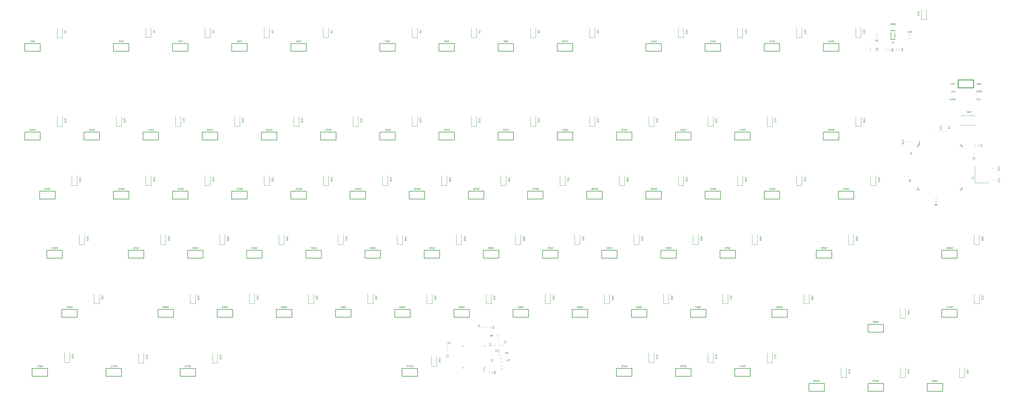
<source format=gbo>
G04 #@! TF.GenerationSoftware,KiCad,Pcbnew,(5.1.9)-1*
G04 #@! TF.CreationDate,2021-06-02T15:51:45-04:00*
G04 #@! TF.ProjectId,version1,76657273-696f-46e3-912e-6b696361645f,rev?*
G04 #@! TF.SameCoordinates,Original*
G04 #@! TF.FileFunction,Legend,Bot*
G04 #@! TF.FilePolarity,Positive*
%FSLAX46Y46*%
G04 Gerber Fmt 4.6, Leading zero omitted, Abs format (unit mm)*
G04 Created by KiCad (PCBNEW (5.1.9)-1) date 2021-06-02 15:51:45*
%MOMM*%
%LPD*%
G01*
G04 APERTURE LIST*
%ADD10C,0.120000*%
%ADD11C,0.150000*%
%ADD12C,0.250000*%
%ADD13C,0.125000*%
%ADD14R,2.000000X2.000000*%
%ADD15C,2.000000*%
%ADD16R,2.000000X3.200000*%
%ADD17R,2.550000X2.500000*%
%ADD18C,1.750000*%
%ADD19C,2.250000*%
%ADD20C,3.987800*%
%ADD21C,3.048000*%
%ADD22R,1.000000X1.000000*%
%ADD23C,3.500000*%
%ADD24R,0.600000X2.450000*%
%ADD25R,0.300000X2.450000*%
%ADD26C,0.650000*%
%ADD27O,1.700000X1.700000*%
%ADD28R,1.700000X1.700000*%
%ADD29R,1.500000X0.550000*%
%ADD30R,0.550000X1.500000*%
%ADD31R,5.000000X5.000000*%
%ADD32R,1.800000X2.100000*%
%ADD33R,0.700000X1.000000*%
%ADD34R,0.700000X0.600000*%
%ADD35C,1.700000*%
%ADD36C,1.800000*%
%ADD37R,1.800000X1.800000*%
G04 APERTURE END LIST*
D10*
X388784000Y-116722000D02*
X388784000Y-117022000D01*
X392924000Y-119862000D02*
X392924000Y-119562000D01*
X392924000Y-117022000D02*
X392924000Y-116722000D01*
X388784000Y-119862000D02*
X392924000Y-119862000D01*
X388784000Y-119562000D02*
X388784000Y-119862000D01*
X392924000Y-116722000D02*
X388784000Y-116722000D01*
X361272500Y-95993064D02*
X361272500Y-94788936D01*
X359452500Y-95993064D02*
X359452500Y-94788936D01*
X370584000Y-136251733D02*
X370584000Y-136544267D01*
X371604000Y-136251733D02*
X371604000Y-136544267D01*
X389787500Y-201131250D02*
X388087500Y-201131250D01*
X388087500Y-201131250D02*
X388087500Y-197981250D01*
X389787500Y-201131250D02*
X389787500Y-197981250D01*
X370737500Y-201131250D02*
X369037500Y-201131250D01*
X369037500Y-201131250D02*
X369037500Y-197981250D01*
X370737500Y-201131250D02*
X370737500Y-197981250D01*
X351687500Y-201131250D02*
X349987500Y-201131250D01*
X349987500Y-201131250D02*
X349987500Y-197981250D01*
X351687500Y-201131250D02*
X351687500Y-197981250D01*
X327875000Y-196368750D02*
X326175000Y-196368750D01*
X326175000Y-196368750D02*
X326175000Y-193218750D01*
X327875000Y-196368750D02*
X327875000Y-193218750D01*
X308825000Y-196368750D02*
X307125000Y-196368750D01*
X307125000Y-196368750D02*
X307125000Y-193218750D01*
X308825000Y-196368750D02*
X308825000Y-193218750D01*
X289775000Y-196368750D02*
X288075000Y-196368750D01*
X288075000Y-196368750D02*
X288075000Y-193218750D01*
X289775000Y-196368750D02*
X289775000Y-193218750D01*
X219798000Y-197480000D02*
X218098000Y-197480000D01*
X218098000Y-197480000D02*
X218098000Y-194330000D01*
X219798000Y-197480000D02*
X219798000Y-194330000D01*
X149281250Y-196450000D02*
X147581250Y-196450000D01*
X147581250Y-196450000D02*
X147581250Y-193300000D01*
X149281250Y-196450000D02*
X149281250Y-193300000D01*
X125468750Y-196450000D02*
X123768750Y-196450000D01*
X123768750Y-196450000D02*
X123768750Y-193300000D01*
X125468750Y-196450000D02*
X125468750Y-193300000D01*
X101656250Y-196287500D02*
X99956250Y-196287500D01*
X99956250Y-196287500D02*
X99956250Y-193137500D01*
X101656250Y-196287500D02*
X101656250Y-193137500D01*
X394550000Y-177318750D02*
X392850000Y-177318750D01*
X392850000Y-177318750D02*
X392850000Y-174168750D01*
X394550000Y-177318750D02*
X394550000Y-174168750D01*
X370737500Y-182081250D02*
X369037500Y-182081250D01*
X369037500Y-182081250D02*
X369037500Y-178931250D01*
X370737500Y-182081250D02*
X370737500Y-178931250D01*
X339781250Y-177318750D02*
X338081250Y-177318750D01*
X338081250Y-177318750D02*
X338081250Y-174168750D01*
X339781250Y-177318750D02*
X339781250Y-174168750D01*
X313587500Y-177318750D02*
X311887500Y-177318750D01*
X311887500Y-177318750D02*
X311887500Y-174168750D01*
X313587500Y-177318750D02*
X313587500Y-174168750D01*
X294537500Y-177318750D02*
X292837500Y-177318750D01*
X292837500Y-177318750D02*
X292837500Y-174168750D01*
X294537500Y-177318750D02*
X294537500Y-174168750D01*
X275487500Y-177318750D02*
X273787500Y-177318750D01*
X273787500Y-177318750D02*
X273787500Y-174168750D01*
X275487500Y-177318750D02*
X275487500Y-174168750D01*
X256437500Y-177318750D02*
X254737500Y-177318750D01*
X254737500Y-177318750D02*
X254737500Y-174168750D01*
X256437500Y-177318750D02*
X256437500Y-174168750D01*
X237387500Y-177318750D02*
X235687500Y-177318750D01*
X235687500Y-177318750D02*
X235687500Y-174168750D01*
X237387500Y-177318750D02*
X237387500Y-174168750D01*
X218337500Y-177318750D02*
X216637500Y-177318750D01*
X216637500Y-177318750D02*
X216637500Y-174168750D01*
X218337500Y-177318750D02*
X218337500Y-174168750D01*
X199287500Y-177318750D02*
X197587500Y-177318750D01*
X197587500Y-177318750D02*
X197587500Y-174168750D01*
X199287500Y-177318750D02*
X199287500Y-174168750D01*
X180237500Y-177318750D02*
X178537500Y-177318750D01*
X178537500Y-177318750D02*
X178537500Y-174168750D01*
X180237500Y-177318750D02*
X180237500Y-174168750D01*
X161187500Y-177318750D02*
X159487500Y-177318750D01*
X159487500Y-177318750D02*
X159487500Y-174168750D01*
X161187500Y-177318750D02*
X161187500Y-174168750D01*
X142137500Y-177318750D02*
X140437500Y-177318750D01*
X140437500Y-177318750D02*
X140437500Y-174168750D01*
X142137500Y-177318750D02*
X142137500Y-174168750D01*
X111181250Y-177318750D02*
X109481250Y-177318750D01*
X109481250Y-177318750D02*
X109481250Y-174168750D01*
X111181250Y-177318750D02*
X111181250Y-174168750D01*
X394550000Y-158268750D02*
X392850000Y-158268750D01*
X392850000Y-158268750D02*
X392850000Y-155118750D01*
X394550000Y-158268750D02*
X394550000Y-155118750D01*
X354068750Y-158268750D02*
X352368750Y-158268750D01*
X352368750Y-158268750D02*
X352368750Y-155118750D01*
X354068750Y-158268750D02*
X354068750Y-155118750D01*
X323112500Y-158268750D02*
X321412500Y-158268750D01*
X321412500Y-158268750D02*
X321412500Y-155118750D01*
X323112500Y-158268750D02*
X323112500Y-155118750D01*
X304062500Y-158268750D02*
X302362500Y-158268750D01*
X302362500Y-158268750D02*
X302362500Y-155118750D01*
X304062500Y-158268750D02*
X304062500Y-155118750D01*
X285012500Y-158268750D02*
X283312500Y-158268750D01*
X283312500Y-158268750D02*
X283312500Y-155118750D01*
X285012500Y-158268750D02*
X285012500Y-155118750D01*
X265962500Y-158268750D02*
X264262500Y-158268750D01*
X264262500Y-158268750D02*
X264262500Y-155118750D01*
X265962500Y-158268750D02*
X265962500Y-155118750D01*
X246912500Y-158268750D02*
X245212500Y-158268750D01*
X245212500Y-158268750D02*
X245212500Y-155118750D01*
X246912500Y-158268750D02*
X246912500Y-155118750D01*
X227862500Y-158268750D02*
X226162500Y-158268750D01*
X226162500Y-158268750D02*
X226162500Y-155118750D01*
X227862500Y-158268750D02*
X227862500Y-155118750D01*
X208812500Y-158268750D02*
X207112500Y-158268750D01*
X207112500Y-158268750D02*
X207112500Y-155118750D01*
X208812500Y-158268750D02*
X208812500Y-155118750D01*
X189762500Y-158268750D02*
X188062500Y-158268750D01*
X188062500Y-158268750D02*
X188062500Y-155118750D01*
X189762500Y-158268750D02*
X189762500Y-155118750D01*
X170712500Y-158268750D02*
X169012500Y-158268750D01*
X169012500Y-158268750D02*
X169012500Y-155118750D01*
X170712500Y-158268750D02*
X170712500Y-155118750D01*
X151662500Y-158268750D02*
X149962500Y-158268750D01*
X149962500Y-158268750D02*
X149962500Y-155118750D01*
X151662500Y-158268750D02*
X151662500Y-155118750D01*
X132612500Y-158268750D02*
X130912500Y-158268750D01*
X130912500Y-158268750D02*
X130912500Y-155118750D01*
X132612500Y-158268750D02*
X132612500Y-155118750D01*
X106418750Y-158268750D02*
X104718750Y-158268750D01*
X104718750Y-158268750D02*
X104718750Y-155118750D01*
X106418750Y-158268750D02*
X106418750Y-155118750D01*
X361212500Y-139218750D02*
X359512500Y-139218750D01*
X359512500Y-139218750D02*
X359512500Y-136068750D01*
X361212500Y-139218750D02*
X361212500Y-136068750D01*
X337400000Y-139218750D02*
X335700000Y-139218750D01*
X335700000Y-139218750D02*
X335700000Y-136068750D01*
X337400000Y-139218750D02*
X337400000Y-136068750D01*
X318350000Y-139218750D02*
X316650000Y-139218750D01*
X316650000Y-139218750D02*
X316650000Y-136068750D01*
X318350000Y-139218750D02*
X318350000Y-136068750D01*
X299300000Y-139218750D02*
X297600000Y-139218750D01*
X297600000Y-139218750D02*
X297600000Y-136068750D01*
X299300000Y-139218750D02*
X299300000Y-136068750D01*
X280250000Y-139218750D02*
X278550000Y-139218750D01*
X278550000Y-139218750D02*
X278550000Y-136068750D01*
X280250000Y-139218750D02*
X280250000Y-136068750D01*
X261200000Y-139218750D02*
X259500000Y-139218750D01*
X259500000Y-139218750D02*
X259500000Y-136068750D01*
X261200000Y-139218750D02*
X261200000Y-136068750D01*
X242150000Y-139218750D02*
X240450000Y-139218750D01*
X240450000Y-139218750D02*
X240450000Y-136068750D01*
X242150000Y-139218750D02*
X242150000Y-136068750D01*
X223100000Y-139218750D02*
X221400000Y-139218750D01*
X221400000Y-139218750D02*
X221400000Y-136068750D01*
X223100000Y-139218750D02*
X223100000Y-136068750D01*
X204050000Y-139218750D02*
X202350000Y-139218750D01*
X202350000Y-139218750D02*
X202350000Y-136068750D01*
X204050000Y-139218750D02*
X204050000Y-136068750D01*
X185000000Y-139218750D02*
X183300000Y-139218750D01*
X183300000Y-139218750D02*
X183300000Y-136068750D01*
X185000000Y-139218750D02*
X185000000Y-136068750D01*
X165950000Y-139218750D02*
X164250000Y-139218750D01*
X164250000Y-139218750D02*
X164250000Y-136068750D01*
X165950000Y-139218750D02*
X165950000Y-136068750D01*
X146900000Y-139218750D02*
X145200000Y-139218750D01*
X145200000Y-139218750D02*
X145200000Y-136068750D01*
X146900000Y-139218750D02*
X146900000Y-136068750D01*
X127850000Y-139218750D02*
X126150000Y-139218750D01*
X126150000Y-139218750D02*
X126150000Y-136068750D01*
X127850000Y-139218750D02*
X127850000Y-136068750D01*
X104037500Y-139218750D02*
X102337500Y-139218750D01*
X102337500Y-139218750D02*
X102337500Y-136068750D01*
X104037500Y-139218750D02*
X104037500Y-136068750D01*
X356450000Y-120168750D02*
X354750000Y-120168750D01*
X354750000Y-120168750D02*
X354750000Y-117018750D01*
X356450000Y-120168750D02*
X356450000Y-117018750D01*
X327875000Y-120168750D02*
X326175000Y-120168750D01*
X326175000Y-120168750D02*
X326175000Y-117018750D01*
X327875000Y-120168750D02*
X327875000Y-117018750D01*
X308825000Y-120168750D02*
X307125000Y-120168750D01*
X307125000Y-120168750D02*
X307125000Y-117018750D01*
X308825000Y-120168750D02*
X308825000Y-117018750D01*
X289775000Y-120168750D02*
X288075000Y-120168750D01*
X288075000Y-120168750D02*
X288075000Y-117018750D01*
X289775000Y-120168750D02*
X289775000Y-117018750D01*
X270725000Y-120168750D02*
X269025000Y-120168750D01*
X269025000Y-120168750D02*
X269025000Y-117018750D01*
X270725000Y-120168750D02*
X270725000Y-117018750D01*
X251675000Y-120168750D02*
X249975000Y-120168750D01*
X249975000Y-120168750D02*
X249975000Y-117018750D01*
X251675000Y-120168750D02*
X251675000Y-117018750D01*
X232625000Y-120168750D02*
X230925000Y-120168750D01*
X230925000Y-120168750D02*
X230925000Y-117018750D01*
X232625000Y-120168750D02*
X232625000Y-117018750D01*
X213575000Y-120168750D02*
X211875000Y-120168750D01*
X211875000Y-120168750D02*
X211875000Y-117018750D01*
X213575000Y-120168750D02*
X213575000Y-117018750D01*
X194525000Y-120168750D02*
X192825000Y-120168750D01*
X192825000Y-120168750D02*
X192825000Y-117018750D01*
X194525000Y-120168750D02*
X194525000Y-117018750D01*
X175475000Y-120168750D02*
X173775000Y-120168750D01*
X173775000Y-120168750D02*
X173775000Y-117018750D01*
X175475000Y-120168750D02*
X175475000Y-117018750D01*
X156425000Y-120168750D02*
X154725000Y-120168750D01*
X154725000Y-120168750D02*
X154725000Y-117018750D01*
X156425000Y-120168750D02*
X156425000Y-117018750D01*
X137375000Y-120168750D02*
X135675000Y-120168750D01*
X135675000Y-120168750D02*
X135675000Y-117018750D01*
X137375000Y-120168750D02*
X137375000Y-117018750D01*
X118325000Y-120168750D02*
X116625000Y-120168750D01*
X116625000Y-120168750D02*
X116625000Y-117018750D01*
X118325000Y-120168750D02*
X118325000Y-117018750D01*
X99275000Y-120168750D02*
X97575000Y-120168750D01*
X97575000Y-120168750D02*
X97575000Y-117018750D01*
X99275000Y-120168750D02*
X99275000Y-117018750D01*
X377532000Y-85720000D02*
X375832000Y-85720000D01*
X375832000Y-85720000D02*
X375832000Y-82570000D01*
X377532000Y-85720000D02*
X377532000Y-82570000D01*
X356450000Y-91593750D02*
X354750000Y-91593750D01*
X354750000Y-91593750D02*
X354750000Y-88443750D01*
X356450000Y-91593750D02*
X356450000Y-88443750D01*
X337400000Y-91593750D02*
X335700000Y-91593750D01*
X335700000Y-91593750D02*
X335700000Y-88443750D01*
X337400000Y-91593750D02*
X337400000Y-88443750D01*
X318350000Y-91593750D02*
X316650000Y-91593750D01*
X316650000Y-91593750D02*
X316650000Y-88443750D01*
X318350000Y-91593750D02*
X318350000Y-88443750D01*
X299300000Y-91593750D02*
X297600000Y-91593750D01*
X297600000Y-91593750D02*
X297600000Y-88443750D01*
X299300000Y-91593750D02*
X299300000Y-88443750D01*
X270725000Y-91593750D02*
X269025000Y-91593750D01*
X269025000Y-91593750D02*
X269025000Y-88443750D01*
X270725000Y-91593750D02*
X270725000Y-88443750D01*
X251675000Y-91593750D02*
X249975000Y-91593750D01*
X249975000Y-91593750D02*
X249975000Y-88443750D01*
X251675000Y-91593750D02*
X251675000Y-88443750D01*
X232625000Y-91593750D02*
X230925000Y-91593750D01*
X230925000Y-91593750D02*
X230925000Y-88443750D01*
X232625000Y-91593750D02*
X232625000Y-88443750D01*
X213575000Y-91593750D02*
X211875000Y-91593750D01*
X211875000Y-91593750D02*
X211875000Y-88443750D01*
X213575000Y-91593750D02*
X213575000Y-88443750D01*
X185000000Y-91593750D02*
X183300000Y-91593750D01*
X183300000Y-91593750D02*
X183300000Y-88443750D01*
X185000000Y-91593750D02*
X185000000Y-88443750D01*
X165950000Y-91593750D02*
X164250000Y-91593750D01*
X164250000Y-91593750D02*
X164250000Y-88443750D01*
X165950000Y-91593750D02*
X165950000Y-88443750D01*
X146900000Y-91593750D02*
X145200000Y-91593750D01*
X145200000Y-91593750D02*
X145200000Y-88443750D01*
X146900000Y-91593750D02*
X146900000Y-88443750D01*
X127850000Y-91512500D02*
X126150000Y-91512500D01*
X126150000Y-91512500D02*
X126150000Y-88362500D01*
X127850000Y-91512500D02*
X127850000Y-88362500D01*
X99275000Y-91675000D02*
X97575000Y-91675000D01*
X97575000Y-91675000D02*
X97575000Y-88525000D01*
X99275000Y-91675000D02*
X99275000Y-88525000D01*
X370838000Y-125075733D02*
X370838000Y-125368267D01*
X371858000Y-125075733D02*
X371858000Y-125368267D01*
X234186000Y-184765733D02*
X234186000Y-185058267D01*
X235206000Y-184765733D02*
X235206000Y-185058267D01*
D11*
X374618750Y-126270250D02*
X375193750Y-126270250D01*
X374618750Y-140620250D02*
X375293750Y-140620250D01*
X388968750Y-140620250D02*
X388293750Y-140620250D01*
X388968750Y-126270250D02*
X388293750Y-126270250D01*
X374618750Y-126270250D02*
X374618750Y-126945250D01*
X388968750Y-126270250D02*
X388968750Y-126945250D01*
X388968750Y-140620250D02*
X388968750Y-139945250D01*
X374618750Y-140620250D02*
X374618750Y-139945250D01*
X375193750Y-126270250D02*
X375193750Y-124995250D01*
D10*
X392664733Y-130050000D02*
X392957267Y-130050000D01*
X392664733Y-129030000D02*
X392957267Y-129030000D01*
X228165000Y-191308750D02*
X228165000Y-190858750D01*
X228165000Y-190858750D02*
X228615000Y-190858750D01*
X228165000Y-197628750D02*
X228165000Y-198078750D01*
X228165000Y-198078750D02*
X228615000Y-198078750D01*
X235385000Y-191308750D02*
X235385000Y-190858750D01*
X235385000Y-190858750D02*
X234935000Y-190858750D01*
X235385000Y-197628750D02*
X235385000Y-198078750D01*
X235385000Y-198078750D02*
X234935000Y-198078750D01*
X234935000Y-198078750D02*
X234935000Y-199368750D01*
X397608000Y-138378250D02*
X393108000Y-138378250D01*
X393108000Y-138378250D02*
X393108000Y-132978250D01*
D11*
X367362500Y-92159750D02*
X366062500Y-92159750D01*
X367362500Y-89259750D02*
X367362500Y-92159750D01*
X366062500Y-89259750D02*
X367362500Y-89259750D01*
X366062500Y-89259750D02*
X366062500Y-92159750D01*
D10*
X372364724Y-90663500D02*
X371855276Y-90663500D01*
X372364724Y-91708500D02*
X371855276Y-91708500D01*
X368822500Y-95726974D02*
X368822500Y-95217526D01*
X367777500Y-95726974D02*
X367777500Y-95217526D01*
X365647500Y-95726974D02*
X365647500Y-95217526D01*
X364602500Y-95726974D02*
X364602500Y-95217526D01*
X361187276Y-91708500D02*
X361696724Y-91708500D01*
X361187276Y-90663500D02*
X361696724Y-90663500D01*
X380300776Y-144540500D02*
X380810224Y-144540500D01*
X380300776Y-143495500D02*
X380810224Y-143495500D01*
X239370776Y-188736500D02*
X239880224Y-188736500D01*
X239370776Y-187691500D02*
X239880224Y-187691500D01*
X236713500Y-199285776D02*
X236713500Y-199795224D01*
X237758500Y-199285776D02*
X237758500Y-199795224D01*
X240945124Y-195032100D02*
X240435676Y-195032100D01*
X240945124Y-196077100D02*
X240435676Y-196077100D01*
X240943224Y-197343500D02*
X240433776Y-197343500D01*
X240943224Y-198388500D02*
X240433776Y-198388500D01*
X394222500Y-126746724D02*
X394222500Y-126237276D01*
X393177500Y-126746724D02*
X393177500Y-126237276D01*
D12*
X387644000Y-105216000D02*
X387644000Y-107716000D01*
X392644000Y-105216000D02*
X387644000Y-105216000D01*
X392644000Y-107716000D02*
X392644000Y-105216000D01*
X387644000Y-107716000D02*
X392644000Y-107716000D01*
D11*
X377738000Y-203093000D02*
X382738000Y-203093000D01*
X382738000Y-203093000D02*
X382738000Y-205593000D01*
X382738000Y-205593000D02*
X377738000Y-205593000D01*
X377738000Y-205593000D02*
X377738000Y-203093000D01*
X358688000Y-203093000D02*
X363688000Y-203093000D01*
X363688000Y-203093000D02*
X363688000Y-205593000D01*
X363688000Y-205593000D02*
X358688000Y-205593000D01*
X358688000Y-205593000D02*
X358688000Y-203093000D01*
X339638000Y-203093000D02*
X344638000Y-203093000D01*
X344638000Y-203093000D02*
X344638000Y-205593000D01*
X344638000Y-205593000D02*
X339638000Y-205593000D01*
X339638000Y-205593000D02*
X339638000Y-203093000D01*
X315762000Y-198267000D02*
X320762000Y-198267000D01*
X320762000Y-198267000D02*
X320762000Y-200767000D01*
X320762000Y-200767000D02*
X315762000Y-200767000D01*
X315762000Y-200767000D02*
X315762000Y-198267000D01*
X296712000Y-198267000D02*
X301712000Y-198267000D01*
X301712000Y-198267000D02*
X301712000Y-200767000D01*
X301712000Y-200767000D02*
X296712000Y-200767000D01*
X296712000Y-200767000D02*
X296712000Y-198267000D01*
X277662000Y-198267000D02*
X282662000Y-198267000D01*
X282662000Y-198267000D02*
X282662000Y-200767000D01*
X282662000Y-200767000D02*
X277662000Y-200767000D01*
X277662000Y-200767000D02*
X277662000Y-198267000D01*
X208701000Y-198267000D02*
X213701000Y-198267000D01*
X213701000Y-198267000D02*
X213701000Y-200767000D01*
X213701000Y-200767000D02*
X208701000Y-200767000D01*
X208701000Y-200767000D02*
X208701000Y-198267000D01*
X137200000Y-198267000D02*
X142200000Y-198267000D01*
X142200000Y-198267000D02*
X142200000Y-200767000D01*
X142200000Y-200767000D02*
X137200000Y-200767000D01*
X137200000Y-200767000D02*
X137200000Y-198267000D01*
X113324000Y-198267000D02*
X118324000Y-198267000D01*
X118324000Y-198267000D02*
X118324000Y-200767000D01*
X118324000Y-200767000D02*
X113324000Y-200767000D01*
X113324000Y-200767000D02*
X113324000Y-198267000D01*
X89575000Y-198267000D02*
X94575000Y-198267000D01*
X94575000Y-198267000D02*
X94575000Y-200767000D01*
X94575000Y-200767000D02*
X89575000Y-200767000D01*
X89575000Y-200767000D02*
X89575000Y-198267000D01*
X382437000Y-179217000D02*
X387437000Y-179217000D01*
X387437000Y-179217000D02*
X387437000Y-181717000D01*
X387437000Y-181717000D02*
X382437000Y-181717000D01*
X382437000Y-181717000D02*
X382437000Y-179217000D01*
X358688000Y-184043000D02*
X363688000Y-184043000D01*
X363688000Y-184043000D02*
X363688000Y-186543000D01*
X363688000Y-186543000D02*
X358688000Y-186543000D01*
X358688000Y-186543000D02*
X358688000Y-184043000D01*
X327700000Y-179217000D02*
X332700000Y-179217000D01*
X332700000Y-179217000D02*
X332700000Y-181717000D01*
X332700000Y-181717000D02*
X327700000Y-181717000D01*
X327700000Y-181717000D02*
X327700000Y-179217000D01*
X301538000Y-179217000D02*
X306538000Y-179217000D01*
X306538000Y-179217000D02*
X306538000Y-181717000D01*
X306538000Y-181717000D02*
X301538000Y-181717000D01*
X301538000Y-181717000D02*
X301538000Y-179217000D01*
X282488000Y-179217000D02*
X287488000Y-179217000D01*
X287488000Y-179217000D02*
X287488000Y-181717000D01*
X287488000Y-181717000D02*
X282488000Y-181717000D01*
X282488000Y-181717000D02*
X282488000Y-179217000D01*
X263438000Y-179217000D02*
X268438000Y-179217000D01*
X268438000Y-179217000D02*
X268438000Y-181717000D01*
X268438000Y-181717000D02*
X263438000Y-181717000D01*
X263438000Y-181717000D02*
X263438000Y-179217000D01*
X244388000Y-179217000D02*
X249388000Y-179217000D01*
X249388000Y-179217000D02*
X249388000Y-181717000D01*
X249388000Y-181717000D02*
X244388000Y-181717000D01*
X244388000Y-181717000D02*
X244388000Y-179217000D01*
X225338000Y-179217000D02*
X230338000Y-179217000D01*
X230338000Y-179217000D02*
X230338000Y-181717000D01*
X230338000Y-181717000D02*
X225338000Y-181717000D01*
X225338000Y-181717000D02*
X225338000Y-179217000D01*
X206288000Y-179217000D02*
X211288000Y-179217000D01*
X211288000Y-179217000D02*
X211288000Y-181717000D01*
X211288000Y-181717000D02*
X206288000Y-181717000D01*
X206288000Y-181717000D02*
X206288000Y-179217000D01*
X187238000Y-179217000D02*
X192238000Y-179217000D01*
X192238000Y-179217000D02*
X192238000Y-181717000D01*
X192238000Y-181717000D02*
X187238000Y-181717000D01*
X187238000Y-181717000D02*
X187238000Y-179217000D01*
X168188000Y-179217000D02*
X173188000Y-179217000D01*
X173188000Y-179217000D02*
X173188000Y-181717000D01*
X173188000Y-181717000D02*
X168188000Y-181717000D01*
X168188000Y-181717000D02*
X168188000Y-179217000D01*
X149138000Y-179217000D02*
X154138000Y-179217000D01*
X154138000Y-179217000D02*
X154138000Y-181717000D01*
X154138000Y-181717000D02*
X149138000Y-181717000D01*
X149138000Y-181717000D02*
X149138000Y-179217000D01*
X130088000Y-179217000D02*
X135088000Y-179217000D01*
X135088000Y-179217000D02*
X135088000Y-181717000D01*
X135088000Y-181717000D02*
X130088000Y-181717000D01*
X130088000Y-181717000D02*
X130088000Y-179217000D01*
X99100000Y-179217000D02*
X104100000Y-179217000D01*
X104100000Y-179217000D02*
X104100000Y-181717000D01*
X104100000Y-181717000D02*
X99100000Y-181717000D01*
X99100000Y-181717000D02*
X99100000Y-179217000D01*
X382437000Y-160167000D02*
X387437000Y-160167000D01*
X387437000Y-160167000D02*
X387437000Y-162667000D01*
X387437000Y-162667000D02*
X382437000Y-162667000D01*
X382437000Y-162667000D02*
X382437000Y-160167000D01*
X342051000Y-160167000D02*
X347051000Y-160167000D01*
X347051000Y-160167000D02*
X347051000Y-162667000D01*
X347051000Y-162667000D02*
X342051000Y-162667000D01*
X342051000Y-162667000D02*
X342051000Y-160167000D01*
X311063000Y-160167000D02*
X316063000Y-160167000D01*
X316063000Y-160167000D02*
X316063000Y-162667000D01*
X316063000Y-162667000D02*
X311063000Y-162667000D01*
X311063000Y-162667000D02*
X311063000Y-160167000D01*
X292013000Y-160167000D02*
X297013000Y-160167000D01*
X297013000Y-160167000D02*
X297013000Y-162667000D01*
X297013000Y-162667000D02*
X292013000Y-162667000D01*
X292013000Y-162667000D02*
X292013000Y-160167000D01*
X272963000Y-160167000D02*
X277963000Y-160167000D01*
X277963000Y-160167000D02*
X277963000Y-162667000D01*
X277963000Y-162667000D02*
X272963000Y-162667000D01*
X272963000Y-162667000D02*
X272963000Y-160167000D01*
X253913000Y-160167000D02*
X258913000Y-160167000D01*
X258913000Y-160167000D02*
X258913000Y-162667000D01*
X258913000Y-162667000D02*
X253913000Y-162667000D01*
X253913000Y-162667000D02*
X253913000Y-160167000D01*
X234863000Y-160167000D02*
X239863000Y-160167000D01*
X239863000Y-160167000D02*
X239863000Y-162667000D01*
X239863000Y-162667000D02*
X234863000Y-162667000D01*
X234863000Y-162667000D02*
X234863000Y-160167000D01*
X215813000Y-160167000D02*
X220813000Y-160167000D01*
X220813000Y-160167000D02*
X220813000Y-162667000D01*
X220813000Y-162667000D02*
X215813000Y-162667000D01*
X215813000Y-162667000D02*
X215813000Y-160167000D01*
X196763000Y-160167000D02*
X201763000Y-160167000D01*
X201763000Y-160167000D02*
X201763000Y-162667000D01*
X201763000Y-162667000D02*
X196763000Y-162667000D01*
X196763000Y-162667000D02*
X196763000Y-160167000D01*
X177713000Y-160167000D02*
X182713000Y-160167000D01*
X182713000Y-160167000D02*
X182713000Y-162667000D01*
X182713000Y-162667000D02*
X177713000Y-162667000D01*
X177713000Y-162667000D02*
X177713000Y-160167000D01*
X158663000Y-160167000D02*
X163663000Y-160167000D01*
X163663000Y-160167000D02*
X163663000Y-162667000D01*
X163663000Y-162667000D02*
X158663000Y-162667000D01*
X158663000Y-162667000D02*
X158663000Y-160167000D01*
X139613000Y-160167000D02*
X144613000Y-160167000D01*
X144613000Y-160167000D02*
X144613000Y-162667000D01*
X144613000Y-162667000D02*
X139613000Y-162667000D01*
X139613000Y-162667000D02*
X139613000Y-160167000D01*
X120563000Y-160167000D02*
X125563000Y-160167000D01*
X125563000Y-160167000D02*
X125563000Y-162667000D01*
X125563000Y-162667000D02*
X120563000Y-162667000D01*
X120563000Y-162667000D02*
X120563000Y-160167000D01*
X94274000Y-160167000D02*
X99274000Y-160167000D01*
X99274000Y-160167000D02*
X99274000Y-162667000D01*
X99274000Y-162667000D02*
X94274000Y-162667000D01*
X94274000Y-162667000D02*
X94274000Y-160167000D01*
X349163000Y-141117000D02*
X354163000Y-141117000D01*
X354163000Y-141117000D02*
X354163000Y-143617000D01*
X354163000Y-143617000D02*
X349163000Y-143617000D01*
X349163000Y-143617000D02*
X349163000Y-141117000D01*
X325287000Y-141117000D02*
X330287000Y-141117000D01*
X330287000Y-141117000D02*
X330287000Y-143617000D01*
X330287000Y-143617000D02*
X325287000Y-143617000D01*
X325287000Y-143617000D02*
X325287000Y-141117000D01*
X306237000Y-141117000D02*
X311237000Y-141117000D01*
X311237000Y-141117000D02*
X311237000Y-143617000D01*
X311237000Y-143617000D02*
X306237000Y-143617000D01*
X306237000Y-143617000D02*
X306237000Y-141117000D01*
X287187000Y-141117000D02*
X292187000Y-141117000D01*
X292187000Y-141117000D02*
X292187000Y-143617000D01*
X292187000Y-143617000D02*
X287187000Y-143617000D01*
X287187000Y-143617000D02*
X287187000Y-141117000D01*
X268137000Y-141117000D02*
X273137000Y-141117000D01*
X273137000Y-141117000D02*
X273137000Y-143617000D01*
X273137000Y-143617000D02*
X268137000Y-143617000D01*
X268137000Y-143617000D02*
X268137000Y-141117000D01*
X249087000Y-141117000D02*
X254087000Y-141117000D01*
X254087000Y-141117000D02*
X254087000Y-143617000D01*
X254087000Y-143617000D02*
X249087000Y-143617000D01*
X249087000Y-143617000D02*
X249087000Y-141117000D01*
X230037000Y-141117000D02*
X235037000Y-141117000D01*
X235037000Y-141117000D02*
X235037000Y-143617000D01*
X235037000Y-143617000D02*
X230037000Y-143617000D01*
X230037000Y-143617000D02*
X230037000Y-141117000D01*
X210987000Y-141117000D02*
X215987000Y-141117000D01*
X215987000Y-141117000D02*
X215987000Y-143617000D01*
X215987000Y-143617000D02*
X210987000Y-143617000D01*
X210987000Y-143617000D02*
X210987000Y-141117000D01*
X191937000Y-141117000D02*
X196937000Y-141117000D01*
X196937000Y-141117000D02*
X196937000Y-143617000D01*
X196937000Y-143617000D02*
X191937000Y-143617000D01*
X191937000Y-143617000D02*
X191937000Y-141117000D01*
X172887000Y-141117000D02*
X177887000Y-141117000D01*
X177887000Y-141117000D02*
X177887000Y-143617000D01*
X177887000Y-143617000D02*
X172887000Y-143617000D01*
X172887000Y-143617000D02*
X172887000Y-141117000D01*
X153837000Y-141117000D02*
X158837000Y-141117000D01*
X158837000Y-141117000D02*
X158837000Y-143617000D01*
X158837000Y-143617000D02*
X153837000Y-143617000D01*
X153837000Y-143617000D02*
X153837000Y-141117000D01*
X134787000Y-141117000D02*
X139787000Y-141117000D01*
X139787000Y-141117000D02*
X139787000Y-143617000D01*
X139787000Y-143617000D02*
X134787000Y-143617000D01*
X134787000Y-143617000D02*
X134787000Y-141117000D01*
X115737000Y-141117000D02*
X120737000Y-141117000D01*
X120737000Y-141117000D02*
X120737000Y-143617000D01*
X120737000Y-143617000D02*
X115737000Y-143617000D01*
X115737000Y-143617000D02*
X115737000Y-141117000D01*
X91988000Y-141117000D02*
X96988000Y-141117000D01*
X96988000Y-141117000D02*
X96988000Y-143617000D01*
X96988000Y-143617000D02*
X91988000Y-143617000D01*
X91988000Y-143617000D02*
X91988000Y-141117000D01*
X344337000Y-122067000D02*
X349337000Y-122067000D01*
X349337000Y-122067000D02*
X349337000Y-124567000D01*
X349337000Y-124567000D02*
X344337000Y-124567000D01*
X344337000Y-124567000D02*
X344337000Y-122067000D01*
X315762000Y-122067000D02*
X320762000Y-122067000D01*
X320762000Y-122067000D02*
X320762000Y-124567000D01*
X320762000Y-124567000D02*
X315762000Y-124567000D01*
X315762000Y-124567000D02*
X315762000Y-122067000D01*
X296712000Y-122067000D02*
X301712000Y-122067000D01*
X301712000Y-122067000D02*
X301712000Y-124567000D01*
X301712000Y-124567000D02*
X296712000Y-124567000D01*
X296712000Y-124567000D02*
X296712000Y-122067000D01*
X277662000Y-122067000D02*
X282662000Y-122067000D01*
X282662000Y-122067000D02*
X282662000Y-124567000D01*
X282662000Y-124567000D02*
X277662000Y-124567000D01*
X277662000Y-124567000D02*
X277662000Y-122067000D01*
X258612000Y-122067000D02*
X263612000Y-122067000D01*
X263612000Y-122067000D02*
X263612000Y-124567000D01*
X263612000Y-124567000D02*
X258612000Y-124567000D01*
X258612000Y-124567000D02*
X258612000Y-122067000D01*
X239562000Y-122067000D02*
X244562000Y-122067000D01*
X244562000Y-122067000D02*
X244562000Y-124567000D01*
X244562000Y-124567000D02*
X239562000Y-124567000D01*
X239562000Y-124567000D02*
X239562000Y-122067000D01*
X220512000Y-122067000D02*
X225512000Y-122067000D01*
X225512000Y-122067000D02*
X225512000Y-124567000D01*
X225512000Y-124567000D02*
X220512000Y-124567000D01*
X220512000Y-124567000D02*
X220512000Y-122067000D01*
X201462000Y-122067000D02*
X206462000Y-122067000D01*
X206462000Y-122067000D02*
X206462000Y-124567000D01*
X206462000Y-124567000D02*
X201462000Y-124567000D01*
X201462000Y-124567000D02*
X201462000Y-122067000D01*
X182412000Y-122067000D02*
X187412000Y-122067000D01*
X187412000Y-122067000D02*
X187412000Y-124567000D01*
X187412000Y-124567000D02*
X182412000Y-124567000D01*
X182412000Y-124567000D02*
X182412000Y-122067000D01*
X163362000Y-122067000D02*
X168362000Y-122067000D01*
X168362000Y-122067000D02*
X168362000Y-124567000D01*
X168362000Y-124567000D02*
X163362000Y-124567000D01*
X163362000Y-124567000D02*
X163362000Y-122067000D01*
X144312000Y-122067000D02*
X149312000Y-122067000D01*
X149312000Y-122067000D02*
X149312000Y-124567000D01*
X149312000Y-124567000D02*
X144312000Y-124567000D01*
X144312000Y-124567000D02*
X144312000Y-122067000D01*
X125262000Y-122067000D02*
X130262000Y-122067000D01*
X130262000Y-122067000D02*
X130262000Y-124567000D01*
X130262000Y-124567000D02*
X125262000Y-124567000D01*
X125262000Y-124567000D02*
X125262000Y-122067000D01*
X106212000Y-122067000D02*
X111212000Y-122067000D01*
X111212000Y-122067000D02*
X111212000Y-124567000D01*
X111212000Y-124567000D02*
X106212000Y-124567000D01*
X106212000Y-124567000D02*
X106212000Y-122067000D01*
X87162000Y-122067000D02*
X92162000Y-122067000D01*
X92162000Y-122067000D02*
X92162000Y-124567000D01*
X92162000Y-124567000D02*
X87162000Y-124567000D01*
X87162000Y-124567000D02*
X87162000Y-122067000D01*
X344337000Y-93492000D02*
X349337000Y-93492000D01*
X349337000Y-93492000D02*
X349337000Y-95992000D01*
X349337000Y-95992000D02*
X344337000Y-95992000D01*
X344337000Y-95992000D02*
X344337000Y-93492000D01*
X325287000Y-93492000D02*
X330287000Y-93492000D01*
X330287000Y-93492000D02*
X330287000Y-95992000D01*
X330287000Y-95992000D02*
X325287000Y-95992000D01*
X325287000Y-95992000D02*
X325287000Y-93492000D01*
X306237000Y-93492000D02*
X311237000Y-93492000D01*
X311237000Y-93492000D02*
X311237000Y-95992000D01*
X311237000Y-95992000D02*
X306237000Y-95992000D01*
X306237000Y-95992000D02*
X306237000Y-93492000D01*
X287187000Y-93492000D02*
X292187000Y-93492000D01*
X292187000Y-93492000D02*
X292187000Y-95992000D01*
X292187000Y-95992000D02*
X287187000Y-95992000D01*
X287187000Y-95992000D02*
X287187000Y-93492000D01*
X258612000Y-93492000D02*
X263612000Y-93492000D01*
X263612000Y-93492000D02*
X263612000Y-95992000D01*
X263612000Y-95992000D02*
X258612000Y-95992000D01*
X258612000Y-95992000D02*
X258612000Y-93492000D01*
X239562000Y-93492000D02*
X244562000Y-93492000D01*
X244562000Y-93492000D02*
X244562000Y-95992000D01*
X244562000Y-95992000D02*
X239562000Y-95992000D01*
X239562000Y-95992000D02*
X239562000Y-93492000D01*
X220512000Y-93492000D02*
X225512000Y-93492000D01*
X225512000Y-93492000D02*
X225512000Y-95992000D01*
X225512000Y-95992000D02*
X220512000Y-95992000D01*
X220512000Y-95992000D02*
X220512000Y-93492000D01*
X201462000Y-93492000D02*
X206462000Y-93492000D01*
X206462000Y-93492000D02*
X206462000Y-95992000D01*
X206462000Y-95992000D02*
X201462000Y-95992000D01*
X201462000Y-95992000D02*
X201462000Y-93492000D01*
X172887000Y-93492000D02*
X177887000Y-93492000D01*
X177887000Y-93492000D02*
X177887000Y-95992000D01*
X177887000Y-95992000D02*
X172887000Y-95992000D01*
X172887000Y-95992000D02*
X172887000Y-93492000D01*
X153837000Y-93492000D02*
X158837000Y-93492000D01*
X158837000Y-93492000D02*
X158837000Y-95992000D01*
X158837000Y-95992000D02*
X153837000Y-95992000D01*
X153837000Y-95992000D02*
X153837000Y-93492000D01*
X134787000Y-93492000D02*
X139787000Y-93492000D01*
X139787000Y-93492000D02*
X139787000Y-95992000D01*
X139787000Y-95992000D02*
X134787000Y-95992000D01*
X134787000Y-95992000D02*
X134787000Y-93492000D01*
X115737000Y-93492000D02*
X120737000Y-93492000D01*
X120737000Y-93492000D02*
X120737000Y-95992000D01*
X120737000Y-95992000D02*
X115737000Y-95992000D01*
X115737000Y-95992000D02*
X115737000Y-93492000D01*
X87162000Y-93492000D02*
X92162000Y-93492000D01*
X92162000Y-93492000D02*
X92162000Y-95992000D01*
X92162000Y-95992000D02*
X87162000Y-95992000D01*
X87162000Y-95992000D02*
X87162000Y-93492000D01*
D10*
X381510000Y-121912767D02*
X381510000Y-121620233D01*
X380490000Y-121912767D02*
X380490000Y-121620233D01*
X398778000Y-133552983D02*
X398778000Y-133845517D01*
X399798000Y-133552983D02*
X399798000Y-133845517D01*
X240176267Y-193038000D02*
X239883733Y-193038000D01*
X240176267Y-194058000D02*
X239883733Y-194058000D01*
X399798000Y-137745517D02*
X399798000Y-137452983D01*
X398778000Y-137745517D02*
X398778000Y-137452983D01*
X383796000Y-121912767D02*
X383796000Y-121620233D01*
X382776000Y-121912767D02*
X382776000Y-121620233D01*
X235964000Y-184765733D02*
X235964000Y-185058267D01*
X236984000Y-184765733D02*
X236984000Y-185058267D01*
X223412267Y-190752000D02*
X223119733Y-190752000D01*
X223412267Y-191772000D02*
X223119733Y-191772000D01*
X223412267Y-192530000D02*
X223119733Y-192530000D01*
X223412267Y-193550000D02*
X223119733Y-193550000D01*
X238762000Y-190900267D02*
X238762000Y-190607733D01*
X237742000Y-190900267D02*
X237742000Y-190607733D01*
X241048000Y-190900267D02*
X241048000Y-190607733D01*
X240028000Y-190900267D02*
X240028000Y-190607733D01*
D13*
X391826666Y-115772380D02*
X391755238Y-115796190D01*
X391636190Y-115796190D01*
X391588571Y-115772380D01*
X391564761Y-115748571D01*
X391540952Y-115700952D01*
X391540952Y-115653333D01*
X391564761Y-115605714D01*
X391588571Y-115581904D01*
X391636190Y-115558095D01*
X391731428Y-115534285D01*
X391779047Y-115510476D01*
X391802857Y-115486666D01*
X391826666Y-115439047D01*
X391826666Y-115391428D01*
X391802857Y-115343809D01*
X391779047Y-115320000D01*
X391731428Y-115296190D01*
X391612380Y-115296190D01*
X391540952Y-115320000D01*
X391374285Y-115296190D02*
X391255238Y-115796190D01*
X391160000Y-115439047D01*
X391064761Y-115796190D01*
X390945714Y-115296190D01*
X390493333Y-115796190D02*
X390779047Y-115796190D01*
X390636190Y-115796190D02*
X390636190Y-115296190D01*
X390683809Y-115367619D01*
X390731428Y-115415238D01*
X390779047Y-115439047D01*
D11*
D13*
X361756785Y-95224333D02*
X361756785Y-95057666D01*
X362018690Y-95057666D02*
X361518690Y-95057666D01*
X361518690Y-95295761D01*
X362018690Y-95748142D02*
X362018690Y-95462428D01*
X362018690Y-95605285D02*
X361518690Y-95605285D01*
X361590119Y-95557666D01*
X361637738Y-95510047D01*
X361661547Y-95462428D01*
D11*
D13*
X372415571Y-137457666D02*
X372439380Y-137433857D01*
X372463190Y-137362428D01*
X372463190Y-137314809D01*
X372439380Y-137243380D01*
X372391761Y-137195761D01*
X372344142Y-137171952D01*
X372248904Y-137148142D01*
X372177476Y-137148142D01*
X372082238Y-137171952D01*
X372034619Y-137195761D01*
X371987000Y-137243380D01*
X371963190Y-137314809D01*
X371963190Y-137362428D01*
X371987000Y-137433857D01*
X372010809Y-137457666D01*
X372177476Y-137743380D02*
X372153666Y-137695761D01*
X372129857Y-137671952D01*
X372082238Y-137648142D01*
X372058428Y-137648142D01*
X372010809Y-137671952D01*
X371987000Y-137695761D01*
X371963190Y-137743380D01*
X371963190Y-137838619D01*
X371987000Y-137886238D01*
X372010809Y-137910047D01*
X372058428Y-137933857D01*
X372082238Y-137933857D01*
X372129857Y-137910047D01*
X372153666Y-137886238D01*
X372177476Y-137838619D01*
X372177476Y-137743380D01*
X372201285Y-137695761D01*
X372225095Y-137671952D01*
X372272714Y-137648142D01*
X372367952Y-137648142D01*
X372415571Y-137671952D01*
X372439380Y-137695761D01*
X372463190Y-137743380D01*
X372463190Y-137838619D01*
X372439380Y-137886238D01*
X372415571Y-137910047D01*
X372367952Y-137933857D01*
X372272714Y-137933857D01*
X372225095Y-137910047D01*
X372201285Y-137886238D01*
X372177476Y-137838619D01*
D11*
D13*
X352536011Y-140569130D02*
X352464583Y-140592940D01*
X352345535Y-140592940D01*
X352297916Y-140569130D01*
X352274107Y-140545321D01*
X352250297Y-140497702D01*
X352250297Y-140450083D01*
X352274107Y-140402464D01*
X352297916Y-140378654D01*
X352345535Y-140354845D01*
X352440773Y-140331035D01*
X352488392Y-140307226D01*
X352512202Y-140283416D01*
X352536011Y-140235797D01*
X352536011Y-140188178D01*
X352512202Y-140140559D01*
X352488392Y-140116750D01*
X352440773Y-140092940D01*
X352321726Y-140092940D01*
X352250297Y-140116750D01*
X352083630Y-140092940D02*
X351964583Y-140592940D01*
X351869345Y-140235797D01*
X351774107Y-140592940D01*
X351655059Y-140092940D01*
X351250297Y-140259607D02*
X351250297Y-140592940D01*
X351369345Y-140069130D02*
X351488392Y-140426273D01*
X351178869Y-140426273D01*
X351012202Y-140140559D02*
X350988392Y-140116750D01*
X350940773Y-140092940D01*
X350821726Y-140092940D01*
X350774107Y-140116750D01*
X350750297Y-140140559D01*
X350726488Y-140188178D01*
X350726488Y-140235797D01*
X350750297Y-140307226D01*
X351036011Y-140592940D01*
X350726488Y-140592940D01*
D11*
D13*
X95361011Y-140569130D02*
X95289583Y-140592940D01*
X95170535Y-140592940D01*
X95122916Y-140569130D01*
X95099107Y-140545321D01*
X95075297Y-140497702D01*
X95075297Y-140450083D01*
X95099107Y-140402464D01*
X95122916Y-140378654D01*
X95170535Y-140354845D01*
X95265773Y-140331035D01*
X95313392Y-140307226D01*
X95337202Y-140283416D01*
X95361011Y-140235797D01*
X95361011Y-140188178D01*
X95337202Y-140140559D01*
X95313392Y-140116750D01*
X95265773Y-140092940D01*
X95146726Y-140092940D01*
X95075297Y-140116750D01*
X94908630Y-140092940D02*
X94789583Y-140592940D01*
X94694345Y-140235797D01*
X94599107Y-140592940D01*
X94480059Y-140092940D01*
X94313392Y-140140559D02*
X94289583Y-140116750D01*
X94241964Y-140092940D01*
X94122916Y-140092940D01*
X94075297Y-140116750D01*
X94051488Y-140140559D01*
X94027678Y-140188178D01*
X94027678Y-140235797D01*
X94051488Y-140307226D01*
X94337202Y-140592940D01*
X94027678Y-140592940D01*
X93789583Y-140592940D02*
X93694345Y-140592940D01*
X93646726Y-140569130D01*
X93622916Y-140545321D01*
X93575297Y-140473892D01*
X93551488Y-140378654D01*
X93551488Y-140188178D01*
X93575297Y-140140559D01*
X93599107Y-140116750D01*
X93646726Y-140092940D01*
X93741964Y-140092940D01*
X93789583Y-140116750D01*
X93813392Y-140140559D01*
X93837202Y-140188178D01*
X93837202Y-140307226D01*
X93813392Y-140354845D01*
X93789583Y-140378654D01*
X93741964Y-140402464D01*
X93646726Y-140402464D01*
X93599107Y-140378654D01*
X93575297Y-140354845D01*
X93551488Y-140307226D01*
D11*
D13*
X347773511Y-121519130D02*
X347702083Y-121542940D01*
X347583035Y-121542940D01*
X347535416Y-121519130D01*
X347511607Y-121495321D01*
X347487797Y-121447702D01*
X347487797Y-121400083D01*
X347511607Y-121352464D01*
X347535416Y-121328654D01*
X347583035Y-121304845D01*
X347678273Y-121281035D01*
X347725892Y-121257226D01*
X347749702Y-121233416D01*
X347773511Y-121185797D01*
X347773511Y-121138178D01*
X347749702Y-121090559D01*
X347725892Y-121066750D01*
X347678273Y-121042940D01*
X347559226Y-121042940D01*
X347487797Y-121066750D01*
X347321130Y-121042940D02*
X347202083Y-121542940D01*
X347106845Y-121185797D01*
X347011607Y-121542940D01*
X346892559Y-121042940D01*
X346725892Y-121090559D02*
X346702083Y-121066750D01*
X346654464Y-121042940D01*
X346535416Y-121042940D01*
X346487797Y-121066750D01*
X346463988Y-121090559D01*
X346440178Y-121138178D01*
X346440178Y-121185797D01*
X346463988Y-121257226D01*
X346749702Y-121542940D01*
X346440178Y-121542940D01*
X346154464Y-121257226D02*
X346202083Y-121233416D01*
X346225892Y-121209607D01*
X346249702Y-121161988D01*
X346249702Y-121138178D01*
X346225892Y-121090559D01*
X346202083Y-121066750D01*
X346154464Y-121042940D01*
X346059226Y-121042940D01*
X346011607Y-121066750D01*
X345987797Y-121090559D01*
X345963988Y-121138178D01*
X345963988Y-121161988D01*
X345987797Y-121209607D01*
X346011607Y-121233416D01*
X346059226Y-121257226D01*
X346154464Y-121257226D01*
X346202083Y-121281035D01*
X346225892Y-121304845D01*
X346249702Y-121352464D01*
X346249702Y-121447702D01*
X346225892Y-121495321D01*
X346202083Y-121519130D01*
X346154464Y-121542940D01*
X346059226Y-121542940D01*
X346011607Y-121519130D01*
X345987797Y-121495321D01*
X345963988Y-121447702D01*
X345963988Y-121352464D01*
X345987797Y-121304845D01*
X346011607Y-121281035D01*
X346059226Y-121257226D01*
D11*
D13*
X212042261Y-197719130D02*
X211970833Y-197742940D01*
X211851785Y-197742940D01*
X211804166Y-197719130D01*
X211780357Y-197695321D01*
X211756547Y-197647702D01*
X211756547Y-197600083D01*
X211780357Y-197552464D01*
X211804166Y-197528654D01*
X211851785Y-197504845D01*
X211947023Y-197481035D01*
X211994642Y-197457226D01*
X212018452Y-197433416D01*
X212042261Y-197385797D01*
X212042261Y-197338178D01*
X212018452Y-197290559D01*
X211994642Y-197266750D01*
X211947023Y-197242940D01*
X211827976Y-197242940D01*
X211756547Y-197266750D01*
X211589880Y-197242940D02*
X211470833Y-197742940D01*
X211375595Y-197385797D01*
X211280357Y-197742940D01*
X211161309Y-197242940D01*
X211018452Y-197242940D02*
X210685119Y-197242940D01*
X210899404Y-197742940D01*
X210280357Y-197409607D02*
X210280357Y-197742940D01*
X210399404Y-197219130D02*
X210518452Y-197576273D01*
X210208928Y-197576273D01*
D11*
D13*
X345392261Y-159619130D02*
X345320833Y-159642940D01*
X345201785Y-159642940D01*
X345154166Y-159619130D01*
X345130357Y-159595321D01*
X345106547Y-159547702D01*
X345106547Y-159500083D01*
X345130357Y-159452464D01*
X345154166Y-159428654D01*
X345201785Y-159404845D01*
X345297023Y-159381035D01*
X345344642Y-159357226D01*
X345368452Y-159333416D01*
X345392261Y-159285797D01*
X345392261Y-159238178D01*
X345368452Y-159190559D01*
X345344642Y-159166750D01*
X345297023Y-159142940D01*
X345177976Y-159142940D01*
X345106547Y-159166750D01*
X344939880Y-159142940D02*
X344820833Y-159642940D01*
X344725595Y-159285797D01*
X344630357Y-159642940D01*
X344511309Y-159142940D01*
X344082738Y-159142940D02*
X344320833Y-159142940D01*
X344344642Y-159381035D01*
X344320833Y-159357226D01*
X344273214Y-159333416D01*
X344154166Y-159333416D01*
X344106547Y-159357226D01*
X344082738Y-159381035D01*
X344058928Y-159428654D01*
X344058928Y-159547702D01*
X344082738Y-159595321D01*
X344106547Y-159619130D01*
X344154166Y-159642940D01*
X344273214Y-159642940D01*
X344320833Y-159619130D01*
X344344642Y-159595321D01*
X343606547Y-159142940D02*
X343844642Y-159142940D01*
X343868452Y-159381035D01*
X343844642Y-159357226D01*
X343797023Y-159333416D01*
X343677976Y-159333416D01*
X343630357Y-159357226D01*
X343606547Y-159381035D01*
X343582738Y-159428654D01*
X343582738Y-159547702D01*
X343606547Y-159595321D01*
X343630357Y-159619130D01*
X343677976Y-159642940D01*
X343797023Y-159642940D01*
X343844642Y-159619130D01*
X343868452Y-159595321D01*
D11*
D13*
X102504761Y-178669130D02*
X102433333Y-178692940D01*
X102314285Y-178692940D01*
X102266666Y-178669130D01*
X102242857Y-178645321D01*
X102219047Y-178597702D01*
X102219047Y-178550083D01*
X102242857Y-178502464D01*
X102266666Y-178478654D01*
X102314285Y-178454845D01*
X102409523Y-178431035D01*
X102457142Y-178407226D01*
X102480952Y-178383416D01*
X102504761Y-178335797D01*
X102504761Y-178288178D01*
X102480952Y-178240559D01*
X102457142Y-178216750D01*
X102409523Y-178192940D01*
X102290476Y-178192940D01*
X102219047Y-178216750D01*
X102052380Y-178192940D02*
X101933333Y-178692940D01*
X101838095Y-178335797D01*
X101742857Y-178692940D01*
X101623809Y-178192940D01*
X101195238Y-178192940D02*
X101433333Y-178192940D01*
X101457142Y-178431035D01*
X101433333Y-178407226D01*
X101385714Y-178383416D01*
X101266666Y-178383416D01*
X101219047Y-178407226D01*
X101195238Y-178431035D01*
X101171428Y-178478654D01*
X101171428Y-178597702D01*
X101195238Y-178645321D01*
X101219047Y-178669130D01*
X101266666Y-178692940D01*
X101385714Y-178692940D01*
X101433333Y-178669130D01*
X101457142Y-178645321D01*
X101004761Y-178192940D02*
X100671428Y-178192940D01*
X100885714Y-178692940D01*
D11*
D13*
X97742261Y-159619130D02*
X97670833Y-159642940D01*
X97551785Y-159642940D01*
X97504166Y-159619130D01*
X97480357Y-159595321D01*
X97456547Y-159547702D01*
X97456547Y-159500083D01*
X97480357Y-159452464D01*
X97504166Y-159428654D01*
X97551785Y-159404845D01*
X97647023Y-159381035D01*
X97694642Y-159357226D01*
X97718452Y-159333416D01*
X97742261Y-159285797D01*
X97742261Y-159238178D01*
X97718452Y-159190559D01*
X97694642Y-159166750D01*
X97647023Y-159142940D01*
X97527976Y-159142940D01*
X97456547Y-159166750D01*
X97289880Y-159142940D02*
X97170833Y-159642940D01*
X97075595Y-159285797D01*
X96980357Y-159642940D01*
X96861309Y-159142940D01*
X96456547Y-159309607D02*
X96456547Y-159642940D01*
X96575595Y-159119130D02*
X96694642Y-159476273D01*
X96385119Y-159476273D01*
X96242261Y-159142940D02*
X95932738Y-159142940D01*
X96099404Y-159333416D01*
X96027976Y-159333416D01*
X95980357Y-159357226D01*
X95956547Y-159381035D01*
X95932738Y-159428654D01*
X95932738Y-159547702D01*
X95956547Y-159595321D01*
X95980357Y-159619130D01*
X96027976Y-159642940D01*
X96170833Y-159642940D01*
X96218452Y-159619130D01*
X96242261Y-159595321D01*
D11*
D13*
X331104761Y-178669130D02*
X331033333Y-178692940D01*
X330914285Y-178692940D01*
X330866666Y-178669130D01*
X330842857Y-178645321D01*
X330819047Y-178597702D01*
X330819047Y-178550083D01*
X330842857Y-178502464D01*
X330866666Y-178478654D01*
X330914285Y-178454845D01*
X331009523Y-178431035D01*
X331057142Y-178407226D01*
X331080952Y-178383416D01*
X331104761Y-178335797D01*
X331104761Y-178288178D01*
X331080952Y-178240559D01*
X331057142Y-178216750D01*
X331009523Y-178192940D01*
X330890476Y-178192940D01*
X330819047Y-178216750D01*
X330652380Y-178192940D02*
X330533333Y-178692940D01*
X330438095Y-178335797D01*
X330342857Y-178692940D01*
X330223809Y-178192940D01*
X329819047Y-178192940D02*
X329914285Y-178192940D01*
X329961904Y-178216750D01*
X329985714Y-178240559D01*
X330033333Y-178311988D01*
X330057142Y-178407226D01*
X330057142Y-178597702D01*
X330033333Y-178645321D01*
X330009523Y-178669130D01*
X329961904Y-178692940D01*
X329866666Y-178692940D01*
X329819047Y-178669130D01*
X329795238Y-178645321D01*
X329771428Y-178597702D01*
X329771428Y-178478654D01*
X329795238Y-178431035D01*
X329819047Y-178407226D01*
X329866666Y-178383416D01*
X329961904Y-178383416D01*
X330009523Y-178407226D01*
X330033333Y-178431035D01*
X330057142Y-178478654D01*
X329485714Y-178407226D02*
X329533333Y-178383416D01*
X329557142Y-178359607D01*
X329580952Y-178311988D01*
X329580952Y-178288178D01*
X329557142Y-178240559D01*
X329533333Y-178216750D01*
X329485714Y-178192940D01*
X329390476Y-178192940D01*
X329342857Y-178216750D01*
X329319047Y-178240559D01*
X329295238Y-178288178D01*
X329295238Y-178311988D01*
X329319047Y-178359607D01*
X329342857Y-178383416D01*
X329390476Y-178407226D01*
X329485714Y-178407226D01*
X329533333Y-178431035D01*
X329557142Y-178454845D01*
X329580952Y-178502464D01*
X329580952Y-178597702D01*
X329557142Y-178645321D01*
X329533333Y-178669130D01*
X329485714Y-178692940D01*
X329390476Y-178692940D01*
X329342857Y-178669130D01*
X329319047Y-178645321D01*
X329295238Y-178597702D01*
X329295238Y-178502464D01*
X329319047Y-178454845D01*
X329342857Y-178431035D01*
X329390476Y-178407226D01*
D11*
D13*
X92979761Y-197719130D02*
X92908333Y-197742940D01*
X92789285Y-197742940D01*
X92741666Y-197719130D01*
X92717857Y-197695321D01*
X92694047Y-197647702D01*
X92694047Y-197600083D01*
X92717857Y-197552464D01*
X92741666Y-197528654D01*
X92789285Y-197504845D01*
X92884523Y-197481035D01*
X92932142Y-197457226D01*
X92955952Y-197433416D01*
X92979761Y-197385797D01*
X92979761Y-197338178D01*
X92955952Y-197290559D01*
X92932142Y-197266750D01*
X92884523Y-197242940D01*
X92765476Y-197242940D01*
X92694047Y-197266750D01*
X92527380Y-197242940D02*
X92408333Y-197742940D01*
X92313095Y-197385797D01*
X92217857Y-197742940D01*
X92098809Y-197242940D01*
X91955952Y-197242940D02*
X91622619Y-197242940D01*
X91836904Y-197742940D01*
X91170238Y-197742940D02*
X91455952Y-197742940D01*
X91313095Y-197742940D02*
X91313095Y-197242940D01*
X91360714Y-197314369D01*
X91408333Y-197361988D01*
X91455952Y-197385797D01*
D11*
D13*
X116792261Y-197719130D02*
X116720833Y-197742940D01*
X116601785Y-197742940D01*
X116554166Y-197719130D01*
X116530357Y-197695321D01*
X116506547Y-197647702D01*
X116506547Y-197600083D01*
X116530357Y-197552464D01*
X116554166Y-197528654D01*
X116601785Y-197504845D01*
X116697023Y-197481035D01*
X116744642Y-197457226D01*
X116768452Y-197433416D01*
X116792261Y-197385797D01*
X116792261Y-197338178D01*
X116768452Y-197290559D01*
X116744642Y-197266750D01*
X116697023Y-197242940D01*
X116577976Y-197242940D01*
X116506547Y-197266750D01*
X116339880Y-197242940D02*
X116220833Y-197742940D01*
X116125595Y-197385797D01*
X116030357Y-197742940D01*
X115911309Y-197242940D01*
X115768452Y-197242940D02*
X115435119Y-197242940D01*
X115649404Y-197742940D01*
X115268452Y-197290559D02*
X115244642Y-197266750D01*
X115197023Y-197242940D01*
X115077976Y-197242940D01*
X115030357Y-197266750D01*
X115006547Y-197290559D01*
X114982738Y-197338178D01*
X114982738Y-197385797D01*
X115006547Y-197457226D01*
X115292261Y-197742940D01*
X114982738Y-197742940D01*
D11*
D13*
X140604761Y-197719130D02*
X140533333Y-197742940D01*
X140414285Y-197742940D01*
X140366666Y-197719130D01*
X140342857Y-197695321D01*
X140319047Y-197647702D01*
X140319047Y-197600083D01*
X140342857Y-197552464D01*
X140366666Y-197528654D01*
X140414285Y-197504845D01*
X140509523Y-197481035D01*
X140557142Y-197457226D01*
X140580952Y-197433416D01*
X140604761Y-197385797D01*
X140604761Y-197338178D01*
X140580952Y-197290559D01*
X140557142Y-197266750D01*
X140509523Y-197242940D01*
X140390476Y-197242940D01*
X140319047Y-197266750D01*
X140152380Y-197242940D02*
X140033333Y-197742940D01*
X139938095Y-197385797D01*
X139842857Y-197742940D01*
X139723809Y-197242940D01*
X139580952Y-197242940D02*
X139247619Y-197242940D01*
X139461904Y-197742940D01*
X139104761Y-197242940D02*
X138795238Y-197242940D01*
X138961904Y-197433416D01*
X138890476Y-197433416D01*
X138842857Y-197457226D01*
X138819047Y-197481035D01*
X138795238Y-197528654D01*
X138795238Y-197647702D01*
X138819047Y-197695321D01*
X138842857Y-197719130D01*
X138890476Y-197742940D01*
X139033333Y-197742940D01*
X139080952Y-197719130D01*
X139104761Y-197695321D01*
D11*
D13*
X118935416Y-92944130D02*
X118863988Y-92967940D01*
X118744940Y-92967940D01*
X118697321Y-92944130D01*
X118673511Y-92920321D01*
X118649702Y-92872702D01*
X118649702Y-92825083D01*
X118673511Y-92777464D01*
X118697321Y-92753654D01*
X118744940Y-92729845D01*
X118840178Y-92706035D01*
X118887797Y-92682226D01*
X118911607Y-92658416D01*
X118935416Y-92610797D01*
X118935416Y-92563178D01*
X118911607Y-92515559D01*
X118887797Y-92491750D01*
X118840178Y-92467940D01*
X118721130Y-92467940D01*
X118649702Y-92491750D01*
X118483035Y-92467940D02*
X118363988Y-92967940D01*
X118268750Y-92610797D01*
X118173511Y-92967940D01*
X118054464Y-92467940D01*
X117911607Y-92467940D02*
X117602083Y-92467940D01*
X117768750Y-92658416D01*
X117697321Y-92658416D01*
X117649702Y-92682226D01*
X117625892Y-92706035D01*
X117602083Y-92753654D01*
X117602083Y-92872702D01*
X117625892Y-92920321D01*
X117649702Y-92944130D01*
X117697321Y-92967940D01*
X117840178Y-92967940D01*
X117887797Y-92944130D01*
X117911607Y-92920321D01*
D11*
D13*
X137985416Y-92944130D02*
X137913988Y-92967940D01*
X137794940Y-92967940D01*
X137747321Y-92944130D01*
X137723511Y-92920321D01*
X137699702Y-92872702D01*
X137699702Y-92825083D01*
X137723511Y-92777464D01*
X137747321Y-92753654D01*
X137794940Y-92729845D01*
X137890178Y-92706035D01*
X137937797Y-92682226D01*
X137961607Y-92658416D01*
X137985416Y-92610797D01*
X137985416Y-92563178D01*
X137961607Y-92515559D01*
X137937797Y-92491750D01*
X137890178Y-92467940D01*
X137771130Y-92467940D01*
X137699702Y-92491750D01*
X137533035Y-92467940D02*
X137413988Y-92967940D01*
X137318750Y-92610797D01*
X137223511Y-92967940D01*
X137104464Y-92467940D01*
X136699702Y-92634607D02*
X136699702Y-92967940D01*
X136818750Y-92444130D02*
X136937797Y-92801273D01*
X136628273Y-92801273D01*
D11*
D13*
X157035416Y-92944130D02*
X156963988Y-92967940D01*
X156844940Y-92967940D01*
X156797321Y-92944130D01*
X156773511Y-92920321D01*
X156749702Y-92872702D01*
X156749702Y-92825083D01*
X156773511Y-92777464D01*
X156797321Y-92753654D01*
X156844940Y-92729845D01*
X156940178Y-92706035D01*
X156987797Y-92682226D01*
X157011607Y-92658416D01*
X157035416Y-92610797D01*
X157035416Y-92563178D01*
X157011607Y-92515559D01*
X156987797Y-92491750D01*
X156940178Y-92467940D01*
X156821130Y-92467940D01*
X156749702Y-92491750D01*
X156583035Y-92467940D02*
X156463988Y-92967940D01*
X156368750Y-92610797D01*
X156273511Y-92967940D01*
X156154464Y-92467940D01*
X155725892Y-92467940D02*
X155963988Y-92467940D01*
X155987797Y-92706035D01*
X155963988Y-92682226D01*
X155916369Y-92658416D01*
X155797321Y-92658416D01*
X155749702Y-92682226D01*
X155725892Y-92706035D01*
X155702083Y-92753654D01*
X155702083Y-92872702D01*
X155725892Y-92920321D01*
X155749702Y-92944130D01*
X155797321Y-92967940D01*
X155916369Y-92967940D01*
X155963988Y-92944130D01*
X155987797Y-92920321D01*
D11*
D13*
X176085416Y-92944130D02*
X176013988Y-92967940D01*
X175894940Y-92967940D01*
X175847321Y-92944130D01*
X175823511Y-92920321D01*
X175799702Y-92872702D01*
X175799702Y-92825083D01*
X175823511Y-92777464D01*
X175847321Y-92753654D01*
X175894940Y-92729845D01*
X175990178Y-92706035D01*
X176037797Y-92682226D01*
X176061607Y-92658416D01*
X176085416Y-92610797D01*
X176085416Y-92563178D01*
X176061607Y-92515559D01*
X176037797Y-92491750D01*
X175990178Y-92467940D01*
X175871130Y-92467940D01*
X175799702Y-92491750D01*
X175633035Y-92467940D02*
X175513988Y-92967940D01*
X175418750Y-92610797D01*
X175323511Y-92967940D01*
X175204464Y-92467940D01*
X174799702Y-92467940D02*
X174894940Y-92467940D01*
X174942559Y-92491750D01*
X174966369Y-92515559D01*
X175013988Y-92586988D01*
X175037797Y-92682226D01*
X175037797Y-92872702D01*
X175013988Y-92920321D01*
X174990178Y-92944130D01*
X174942559Y-92967940D01*
X174847321Y-92967940D01*
X174799702Y-92944130D01*
X174775892Y-92920321D01*
X174752083Y-92872702D01*
X174752083Y-92753654D01*
X174775892Y-92706035D01*
X174799702Y-92682226D01*
X174847321Y-92658416D01*
X174942559Y-92658416D01*
X174990178Y-92682226D01*
X175013988Y-92706035D01*
X175037797Y-92753654D01*
D11*
D13*
X204660416Y-92944130D02*
X204588988Y-92967940D01*
X204469940Y-92967940D01*
X204422321Y-92944130D01*
X204398511Y-92920321D01*
X204374702Y-92872702D01*
X204374702Y-92825083D01*
X204398511Y-92777464D01*
X204422321Y-92753654D01*
X204469940Y-92729845D01*
X204565178Y-92706035D01*
X204612797Y-92682226D01*
X204636607Y-92658416D01*
X204660416Y-92610797D01*
X204660416Y-92563178D01*
X204636607Y-92515559D01*
X204612797Y-92491750D01*
X204565178Y-92467940D01*
X204446130Y-92467940D01*
X204374702Y-92491750D01*
X204208035Y-92467940D02*
X204088988Y-92967940D01*
X203993750Y-92610797D01*
X203898511Y-92967940D01*
X203779464Y-92467940D01*
X203636607Y-92467940D02*
X203303273Y-92467940D01*
X203517559Y-92967940D01*
D11*
D13*
X223710416Y-92944130D02*
X223638988Y-92967940D01*
X223519940Y-92967940D01*
X223472321Y-92944130D01*
X223448511Y-92920321D01*
X223424702Y-92872702D01*
X223424702Y-92825083D01*
X223448511Y-92777464D01*
X223472321Y-92753654D01*
X223519940Y-92729845D01*
X223615178Y-92706035D01*
X223662797Y-92682226D01*
X223686607Y-92658416D01*
X223710416Y-92610797D01*
X223710416Y-92563178D01*
X223686607Y-92515559D01*
X223662797Y-92491750D01*
X223615178Y-92467940D01*
X223496130Y-92467940D01*
X223424702Y-92491750D01*
X223258035Y-92467940D02*
X223138988Y-92967940D01*
X223043750Y-92610797D01*
X222948511Y-92967940D01*
X222829464Y-92467940D01*
X222567559Y-92682226D02*
X222615178Y-92658416D01*
X222638988Y-92634607D01*
X222662797Y-92586988D01*
X222662797Y-92563178D01*
X222638988Y-92515559D01*
X222615178Y-92491750D01*
X222567559Y-92467940D01*
X222472321Y-92467940D01*
X222424702Y-92491750D01*
X222400892Y-92515559D01*
X222377083Y-92563178D01*
X222377083Y-92586988D01*
X222400892Y-92634607D01*
X222424702Y-92658416D01*
X222472321Y-92682226D01*
X222567559Y-92682226D01*
X222615178Y-92706035D01*
X222638988Y-92729845D01*
X222662797Y-92777464D01*
X222662797Y-92872702D01*
X222638988Y-92920321D01*
X222615178Y-92944130D01*
X222567559Y-92967940D01*
X222472321Y-92967940D01*
X222424702Y-92944130D01*
X222400892Y-92920321D01*
X222377083Y-92872702D01*
X222377083Y-92777464D01*
X222400892Y-92729845D01*
X222424702Y-92706035D01*
X222472321Y-92682226D01*
D11*
D13*
X242760416Y-92944130D02*
X242688988Y-92967940D01*
X242569940Y-92967940D01*
X242522321Y-92944130D01*
X242498511Y-92920321D01*
X242474702Y-92872702D01*
X242474702Y-92825083D01*
X242498511Y-92777464D01*
X242522321Y-92753654D01*
X242569940Y-92729845D01*
X242665178Y-92706035D01*
X242712797Y-92682226D01*
X242736607Y-92658416D01*
X242760416Y-92610797D01*
X242760416Y-92563178D01*
X242736607Y-92515559D01*
X242712797Y-92491750D01*
X242665178Y-92467940D01*
X242546130Y-92467940D01*
X242474702Y-92491750D01*
X242308035Y-92467940D02*
X242188988Y-92967940D01*
X242093750Y-92610797D01*
X241998511Y-92967940D01*
X241879464Y-92467940D01*
X241665178Y-92967940D02*
X241569940Y-92967940D01*
X241522321Y-92944130D01*
X241498511Y-92920321D01*
X241450892Y-92848892D01*
X241427083Y-92753654D01*
X241427083Y-92563178D01*
X241450892Y-92515559D01*
X241474702Y-92491750D01*
X241522321Y-92467940D01*
X241617559Y-92467940D01*
X241665178Y-92491750D01*
X241688988Y-92515559D01*
X241712797Y-92563178D01*
X241712797Y-92682226D01*
X241688988Y-92729845D01*
X241665178Y-92753654D01*
X241617559Y-92777464D01*
X241522321Y-92777464D01*
X241474702Y-92753654D01*
X241450892Y-92729845D01*
X241427083Y-92682226D01*
D11*
D13*
X262048511Y-92944130D02*
X261977083Y-92967940D01*
X261858035Y-92967940D01*
X261810416Y-92944130D01*
X261786607Y-92920321D01*
X261762797Y-92872702D01*
X261762797Y-92825083D01*
X261786607Y-92777464D01*
X261810416Y-92753654D01*
X261858035Y-92729845D01*
X261953273Y-92706035D01*
X262000892Y-92682226D01*
X262024702Y-92658416D01*
X262048511Y-92610797D01*
X262048511Y-92563178D01*
X262024702Y-92515559D01*
X262000892Y-92491750D01*
X261953273Y-92467940D01*
X261834226Y-92467940D01*
X261762797Y-92491750D01*
X261596130Y-92467940D02*
X261477083Y-92967940D01*
X261381845Y-92610797D01*
X261286607Y-92967940D01*
X261167559Y-92467940D01*
X260715178Y-92967940D02*
X261000892Y-92967940D01*
X260858035Y-92967940D02*
X260858035Y-92467940D01*
X260905654Y-92539369D01*
X260953273Y-92586988D01*
X261000892Y-92610797D01*
X260405654Y-92467940D02*
X260358035Y-92467940D01*
X260310416Y-92491750D01*
X260286607Y-92515559D01*
X260262797Y-92563178D01*
X260238988Y-92658416D01*
X260238988Y-92777464D01*
X260262797Y-92872702D01*
X260286607Y-92920321D01*
X260310416Y-92944130D01*
X260358035Y-92967940D01*
X260405654Y-92967940D01*
X260453273Y-92944130D01*
X260477083Y-92920321D01*
X260500892Y-92872702D01*
X260524702Y-92777464D01*
X260524702Y-92658416D01*
X260500892Y-92563178D01*
X260477083Y-92515559D01*
X260453273Y-92491750D01*
X260405654Y-92467940D01*
D11*
D13*
X290623511Y-92944130D02*
X290552083Y-92967940D01*
X290433035Y-92967940D01*
X290385416Y-92944130D01*
X290361607Y-92920321D01*
X290337797Y-92872702D01*
X290337797Y-92825083D01*
X290361607Y-92777464D01*
X290385416Y-92753654D01*
X290433035Y-92729845D01*
X290528273Y-92706035D01*
X290575892Y-92682226D01*
X290599702Y-92658416D01*
X290623511Y-92610797D01*
X290623511Y-92563178D01*
X290599702Y-92515559D01*
X290575892Y-92491750D01*
X290528273Y-92467940D01*
X290409226Y-92467940D01*
X290337797Y-92491750D01*
X290171130Y-92467940D02*
X290052083Y-92967940D01*
X289956845Y-92610797D01*
X289861607Y-92967940D01*
X289742559Y-92467940D01*
X289290178Y-92967940D02*
X289575892Y-92967940D01*
X289433035Y-92967940D02*
X289433035Y-92467940D01*
X289480654Y-92539369D01*
X289528273Y-92586988D01*
X289575892Y-92610797D01*
X288813988Y-92967940D02*
X289099702Y-92967940D01*
X288956845Y-92967940D02*
X288956845Y-92467940D01*
X289004464Y-92539369D01*
X289052083Y-92586988D01*
X289099702Y-92610797D01*
D11*
D13*
X309673511Y-92944130D02*
X309602083Y-92967940D01*
X309483035Y-92967940D01*
X309435416Y-92944130D01*
X309411607Y-92920321D01*
X309387797Y-92872702D01*
X309387797Y-92825083D01*
X309411607Y-92777464D01*
X309435416Y-92753654D01*
X309483035Y-92729845D01*
X309578273Y-92706035D01*
X309625892Y-92682226D01*
X309649702Y-92658416D01*
X309673511Y-92610797D01*
X309673511Y-92563178D01*
X309649702Y-92515559D01*
X309625892Y-92491750D01*
X309578273Y-92467940D01*
X309459226Y-92467940D01*
X309387797Y-92491750D01*
X309221130Y-92467940D02*
X309102083Y-92967940D01*
X309006845Y-92610797D01*
X308911607Y-92967940D01*
X308792559Y-92467940D01*
X308340178Y-92967940D02*
X308625892Y-92967940D01*
X308483035Y-92967940D02*
X308483035Y-92467940D01*
X308530654Y-92539369D01*
X308578273Y-92586988D01*
X308625892Y-92610797D01*
X308149702Y-92515559D02*
X308125892Y-92491750D01*
X308078273Y-92467940D01*
X307959226Y-92467940D01*
X307911607Y-92491750D01*
X307887797Y-92515559D01*
X307863988Y-92563178D01*
X307863988Y-92610797D01*
X307887797Y-92682226D01*
X308173511Y-92967940D01*
X307863988Y-92967940D01*
D11*
D13*
X328723511Y-92944130D02*
X328652083Y-92967940D01*
X328533035Y-92967940D01*
X328485416Y-92944130D01*
X328461607Y-92920321D01*
X328437797Y-92872702D01*
X328437797Y-92825083D01*
X328461607Y-92777464D01*
X328485416Y-92753654D01*
X328533035Y-92729845D01*
X328628273Y-92706035D01*
X328675892Y-92682226D01*
X328699702Y-92658416D01*
X328723511Y-92610797D01*
X328723511Y-92563178D01*
X328699702Y-92515559D01*
X328675892Y-92491750D01*
X328628273Y-92467940D01*
X328509226Y-92467940D01*
X328437797Y-92491750D01*
X328271130Y-92467940D02*
X328152083Y-92967940D01*
X328056845Y-92610797D01*
X327961607Y-92967940D01*
X327842559Y-92467940D01*
X327390178Y-92967940D02*
X327675892Y-92967940D01*
X327533035Y-92967940D02*
X327533035Y-92467940D01*
X327580654Y-92539369D01*
X327628273Y-92586988D01*
X327675892Y-92610797D01*
X327223511Y-92467940D02*
X326913988Y-92467940D01*
X327080654Y-92658416D01*
X327009226Y-92658416D01*
X326961607Y-92682226D01*
X326937797Y-92706035D01*
X326913988Y-92753654D01*
X326913988Y-92872702D01*
X326937797Y-92920321D01*
X326961607Y-92944130D01*
X327009226Y-92967940D01*
X327152083Y-92967940D01*
X327199702Y-92944130D01*
X327223511Y-92920321D01*
D11*
D13*
X347773511Y-92944130D02*
X347702083Y-92967940D01*
X347583035Y-92967940D01*
X347535416Y-92944130D01*
X347511607Y-92920321D01*
X347487797Y-92872702D01*
X347487797Y-92825083D01*
X347511607Y-92777464D01*
X347535416Y-92753654D01*
X347583035Y-92729845D01*
X347678273Y-92706035D01*
X347725892Y-92682226D01*
X347749702Y-92658416D01*
X347773511Y-92610797D01*
X347773511Y-92563178D01*
X347749702Y-92515559D01*
X347725892Y-92491750D01*
X347678273Y-92467940D01*
X347559226Y-92467940D01*
X347487797Y-92491750D01*
X347321130Y-92467940D02*
X347202083Y-92967940D01*
X347106845Y-92610797D01*
X347011607Y-92967940D01*
X346892559Y-92467940D01*
X346440178Y-92967940D02*
X346725892Y-92967940D01*
X346583035Y-92967940D02*
X346583035Y-92467940D01*
X346630654Y-92539369D01*
X346678273Y-92586988D01*
X346725892Y-92610797D01*
X346011607Y-92634607D02*
X346011607Y-92967940D01*
X346130654Y-92444130D02*
X346249702Y-92801273D01*
X345940178Y-92801273D01*
D11*
D13*
X90598511Y-121519130D02*
X90527083Y-121542940D01*
X90408035Y-121542940D01*
X90360416Y-121519130D01*
X90336607Y-121495321D01*
X90312797Y-121447702D01*
X90312797Y-121400083D01*
X90336607Y-121352464D01*
X90360416Y-121328654D01*
X90408035Y-121304845D01*
X90503273Y-121281035D01*
X90550892Y-121257226D01*
X90574702Y-121233416D01*
X90598511Y-121185797D01*
X90598511Y-121138178D01*
X90574702Y-121090559D01*
X90550892Y-121066750D01*
X90503273Y-121042940D01*
X90384226Y-121042940D01*
X90312797Y-121066750D01*
X90146130Y-121042940D02*
X90027083Y-121542940D01*
X89931845Y-121185797D01*
X89836607Y-121542940D01*
X89717559Y-121042940D01*
X89265178Y-121542940D02*
X89550892Y-121542940D01*
X89408035Y-121542940D02*
X89408035Y-121042940D01*
X89455654Y-121114369D01*
X89503273Y-121161988D01*
X89550892Y-121185797D01*
X88812797Y-121042940D02*
X89050892Y-121042940D01*
X89074702Y-121281035D01*
X89050892Y-121257226D01*
X89003273Y-121233416D01*
X88884226Y-121233416D01*
X88836607Y-121257226D01*
X88812797Y-121281035D01*
X88788988Y-121328654D01*
X88788988Y-121447702D01*
X88812797Y-121495321D01*
X88836607Y-121519130D01*
X88884226Y-121542940D01*
X89003273Y-121542940D01*
X89050892Y-121519130D01*
X89074702Y-121495321D01*
D11*
D13*
X109648511Y-121519130D02*
X109577083Y-121542940D01*
X109458035Y-121542940D01*
X109410416Y-121519130D01*
X109386607Y-121495321D01*
X109362797Y-121447702D01*
X109362797Y-121400083D01*
X109386607Y-121352464D01*
X109410416Y-121328654D01*
X109458035Y-121304845D01*
X109553273Y-121281035D01*
X109600892Y-121257226D01*
X109624702Y-121233416D01*
X109648511Y-121185797D01*
X109648511Y-121138178D01*
X109624702Y-121090559D01*
X109600892Y-121066750D01*
X109553273Y-121042940D01*
X109434226Y-121042940D01*
X109362797Y-121066750D01*
X109196130Y-121042940D02*
X109077083Y-121542940D01*
X108981845Y-121185797D01*
X108886607Y-121542940D01*
X108767559Y-121042940D01*
X108315178Y-121542940D02*
X108600892Y-121542940D01*
X108458035Y-121542940D02*
X108458035Y-121042940D01*
X108505654Y-121114369D01*
X108553273Y-121161988D01*
X108600892Y-121185797D01*
X107886607Y-121042940D02*
X107981845Y-121042940D01*
X108029464Y-121066750D01*
X108053273Y-121090559D01*
X108100892Y-121161988D01*
X108124702Y-121257226D01*
X108124702Y-121447702D01*
X108100892Y-121495321D01*
X108077083Y-121519130D01*
X108029464Y-121542940D01*
X107934226Y-121542940D01*
X107886607Y-121519130D01*
X107862797Y-121495321D01*
X107838988Y-121447702D01*
X107838988Y-121328654D01*
X107862797Y-121281035D01*
X107886607Y-121257226D01*
X107934226Y-121233416D01*
X108029464Y-121233416D01*
X108077083Y-121257226D01*
X108100892Y-121281035D01*
X108124702Y-121328654D01*
D11*
D13*
X128698511Y-121519130D02*
X128627083Y-121542940D01*
X128508035Y-121542940D01*
X128460416Y-121519130D01*
X128436607Y-121495321D01*
X128412797Y-121447702D01*
X128412797Y-121400083D01*
X128436607Y-121352464D01*
X128460416Y-121328654D01*
X128508035Y-121304845D01*
X128603273Y-121281035D01*
X128650892Y-121257226D01*
X128674702Y-121233416D01*
X128698511Y-121185797D01*
X128698511Y-121138178D01*
X128674702Y-121090559D01*
X128650892Y-121066750D01*
X128603273Y-121042940D01*
X128484226Y-121042940D01*
X128412797Y-121066750D01*
X128246130Y-121042940D02*
X128127083Y-121542940D01*
X128031845Y-121185797D01*
X127936607Y-121542940D01*
X127817559Y-121042940D01*
X127365178Y-121542940D02*
X127650892Y-121542940D01*
X127508035Y-121542940D02*
X127508035Y-121042940D01*
X127555654Y-121114369D01*
X127603273Y-121161988D01*
X127650892Y-121185797D01*
X127198511Y-121042940D02*
X126865178Y-121042940D01*
X127079464Y-121542940D01*
D11*
D13*
X147748511Y-121519130D02*
X147677083Y-121542940D01*
X147558035Y-121542940D01*
X147510416Y-121519130D01*
X147486607Y-121495321D01*
X147462797Y-121447702D01*
X147462797Y-121400083D01*
X147486607Y-121352464D01*
X147510416Y-121328654D01*
X147558035Y-121304845D01*
X147653273Y-121281035D01*
X147700892Y-121257226D01*
X147724702Y-121233416D01*
X147748511Y-121185797D01*
X147748511Y-121138178D01*
X147724702Y-121090559D01*
X147700892Y-121066750D01*
X147653273Y-121042940D01*
X147534226Y-121042940D01*
X147462797Y-121066750D01*
X147296130Y-121042940D02*
X147177083Y-121542940D01*
X147081845Y-121185797D01*
X146986607Y-121542940D01*
X146867559Y-121042940D01*
X146415178Y-121542940D02*
X146700892Y-121542940D01*
X146558035Y-121542940D02*
X146558035Y-121042940D01*
X146605654Y-121114369D01*
X146653273Y-121161988D01*
X146700892Y-121185797D01*
X146129464Y-121257226D02*
X146177083Y-121233416D01*
X146200892Y-121209607D01*
X146224702Y-121161988D01*
X146224702Y-121138178D01*
X146200892Y-121090559D01*
X146177083Y-121066750D01*
X146129464Y-121042940D01*
X146034226Y-121042940D01*
X145986607Y-121066750D01*
X145962797Y-121090559D01*
X145938988Y-121138178D01*
X145938988Y-121161988D01*
X145962797Y-121209607D01*
X145986607Y-121233416D01*
X146034226Y-121257226D01*
X146129464Y-121257226D01*
X146177083Y-121281035D01*
X146200892Y-121304845D01*
X146224702Y-121352464D01*
X146224702Y-121447702D01*
X146200892Y-121495321D01*
X146177083Y-121519130D01*
X146129464Y-121542940D01*
X146034226Y-121542940D01*
X145986607Y-121519130D01*
X145962797Y-121495321D01*
X145938988Y-121447702D01*
X145938988Y-121352464D01*
X145962797Y-121304845D01*
X145986607Y-121281035D01*
X146034226Y-121257226D01*
D11*
D13*
X166798511Y-121519130D02*
X166727083Y-121542940D01*
X166608035Y-121542940D01*
X166560416Y-121519130D01*
X166536607Y-121495321D01*
X166512797Y-121447702D01*
X166512797Y-121400083D01*
X166536607Y-121352464D01*
X166560416Y-121328654D01*
X166608035Y-121304845D01*
X166703273Y-121281035D01*
X166750892Y-121257226D01*
X166774702Y-121233416D01*
X166798511Y-121185797D01*
X166798511Y-121138178D01*
X166774702Y-121090559D01*
X166750892Y-121066750D01*
X166703273Y-121042940D01*
X166584226Y-121042940D01*
X166512797Y-121066750D01*
X166346130Y-121042940D02*
X166227083Y-121542940D01*
X166131845Y-121185797D01*
X166036607Y-121542940D01*
X165917559Y-121042940D01*
X165465178Y-121542940D02*
X165750892Y-121542940D01*
X165608035Y-121542940D02*
X165608035Y-121042940D01*
X165655654Y-121114369D01*
X165703273Y-121161988D01*
X165750892Y-121185797D01*
X165227083Y-121542940D02*
X165131845Y-121542940D01*
X165084226Y-121519130D01*
X165060416Y-121495321D01*
X165012797Y-121423892D01*
X164988988Y-121328654D01*
X164988988Y-121138178D01*
X165012797Y-121090559D01*
X165036607Y-121066750D01*
X165084226Y-121042940D01*
X165179464Y-121042940D01*
X165227083Y-121066750D01*
X165250892Y-121090559D01*
X165274702Y-121138178D01*
X165274702Y-121257226D01*
X165250892Y-121304845D01*
X165227083Y-121328654D01*
X165179464Y-121352464D01*
X165084226Y-121352464D01*
X165036607Y-121328654D01*
X165012797Y-121304845D01*
X164988988Y-121257226D01*
D11*
D13*
X185848511Y-121519130D02*
X185777083Y-121542940D01*
X185658035Y-121542940D01*
X185610416Y-121519130D01*
X185586607Y-121495321D01*
X185562797Y-121447702D01*
X185562797Y-121400083D01*
X185586607Y-121352464D01*
X185610416Y-121328654D01*
X185658035Y-121304845D01*
X185753273Y-121281035D01*
X185800892Y-121257226D01*
X185824702Y-121233416D01*
X185848511Y-121185797D01*
X185848511Y-121138178D01*
X185824702Y-121090559D01*
X185800892Y-121066750D01*
X185753273Y-121042940D01*
X185634226Y-121042940D01*
X185562797Y-121066750D01*
X185396130Y-121042940D02*
X185277083Y-121542940D01*
X185181845Y-121185797D01*
X185086607Y-121542940D01*
X184967559Y-121042940D01*
X184800892Y-121090559D02*
X184777083Y-121066750D01*
X184729464Y-121042940D01*
X184610416Y-121042940D01*
X184562797Y-121066750D01*
X184538988Y-121090559D01*
X184515178Y-121138178D01*
X184515178Y-121185797D01*
X184538988Y-121257226D01*
X184824702Y-121542940D01*
X184515178Y-121542940D01*
X184205654Y-121042940D02*
X184158035Y-121042940D01*
X184110416Y-121066750D01*
X184086607Y-121090559D01*
X184062797Y-121138178D01*
X184038988Y-121233416D01*
X184038988Y-121352464D01*
X184062797Y-121447702D01*
X184086607Y-121495321D01*
X184110416Y-121519130D01*
X184158035Y-121542940D01*
X184205654Y-121542940D01*
X184253273Y-121519130D01*
X184277083Y-121495321D01*
X184300892Y-121447702D01*
X184324702Y-121352464D01*
X184324702Y-121233416D01*
X184300892Y-121138178D01*
X184277083Y-121090559D01*
X184253273Y-121066750D01*
X184205654Y-121042940D01*
D11*
D13*
X204898511Y-121519130D02*
X204827083Y-121542940D01*
X204708035Y-121542940D01*
X204660416Y-121519130D01*
X204636607Y-121495321D01*
X204612797Y-121447702D01*
X204612797Y-121400083D01*
X204636607Y-121352464D01*
X204660416Y-121328654D01*
X204708035Y-121304845D01*
X204803273Y-121281035D01*
X204850892Y-121257226D01*
X204874702Y-121233416D01*
X204898511Y-121185797D01*
X204898511Y-121138178D01*
X204874702Y-121090559D01*
X204850892Y-121066750D01*
X204803273Y-121042940D01*
X204684226Y-121042940D01*
X204612797Y-121066750D01*
X204446130Y-121042940D02*
X204327083Y-121542940D01*
X204231845Y-121185797D01*
X204136607Y-121542940D01*
X204017559Y-121042940D01*
X203850892Y-121090559D02*
X203827083Y-121066750D01*
X203779464Y-121042940D01*
X203660416Y-121042940D01*
X203612797Y-121066750D01*
X203588988Y-121090559D01*
X203565178Y-121138178D01*
X203565178Y-121185797D01*
X203588988Y-121257226D01*
X203874702Y-121542940D01*
X203565178Y-121542940D01*
X203088988Y-121542940D02*
X203374702Y-121542940D01*
X203231845Y-121542940D02*
X203231845Y-121042940D01*
X203279464Y-121114369D01*
X203327083Y-121161988D01*
X203374702Y-121185797D01*
D11*
D13*
X223948511Y-121519130D02*
X223877083Y-121542940D01*
X223758035Y-121542940D01*
X223710416Y-121519130D01*
X223686607Y-121495321D01*
X223662797Y-121447702D01*
X223662797Y-121400083D01*
X223686607Y-121352464D01*
X223710416Y-121328654D01*
X223758035Y-121304845D01*
X223853273Y-121281035D01*
X223900892Y-121257226D01*
X223924702Y-121233416D01*
X223948511Y-121185797D01*
X223948511Y-121138178D01*
X223924702Y-121090559D01*
X223900892Y-121066750D01*
X223853273Y-121042940D01*
X223734226Y-121042940D01*
X223662797Y-121066750D01*
X223496130Y-121042940D02*
X223377083Y-121542940D01*
X223281845Y-121185797D01*
X223186607Y-121542940D01*
X223067559Y-121042940D01*
X222900892Y-121090559D02*
X222877083Y-121066750D01*
X222829464Y-121042940D01*
X222710416Y-121042940D01*
X222662797Y-121066750D01*
X222638988Y-121090559D01*
X222615178Y-121138178D01*
X222615178Y-121185797D01*
X222638988Y-121257226D01*
X222924702Y-121542940D01*
X222615178Y-121542940D01*
X222424702Y-121090559D02*
X222400892Y-121066750D01*
X222353273Y-121042940D01*
X222234226Y-121042940D01*
X222186607Y-121066750D01*
X222162797Y-121090559D01*
X222138988Y-121138178D01*
X222138988Y-121185797D01*
X222162797Y-121257226D01*
X222448511Y-121542940D01*
X222138988Y-121542940D01*
D11*
D13*
X242998511Y-121519130D02*
X242927083Y-121542940D01*
X242808035Y-121542940D01*
X242760416Y-121519130D01*
X242736607Y-121495321D01*
X242712797Y-121447702D01*
X242712797Y-121400083D01*
X242736607Y-121352464D01*
X242760416Y-121328654D01*
X242808035Y-121304845D01*
X242903273Y-121281035D01*
X242950892Y-121257226D01*
X242974702Y-121233416D01*
X242998511Y-121185797D01*
X242998511Y-121138178D01*
X242974702Y-121090559D01*
X242950892Y-121066750D01*
X242903273Y-121042940D01*
X242784226Y-121042940D01*
X242712797Y-121066750D01*
X242546130Y-121042940D02*
X242427083Y-121542940D01*
X242331845Y-121185797D01*
X242236607Y-121542940D01*
X242117559Y-121042940D01*
X241950892Y-121090559D02*
X241927083Y-121066750D01*
X241879464Y-121042940D01*
X241760416Y-121042940D01*
X241712797Y-121066750D01*
X241688988Y-121090559D01*
X241665178Y-121138178D01*
X241665178Y-121185797D01*
X241688988Y-121257226D01*
X241974702Y-121542940D01*
X241665178Y-121542940D01*
X241498511Y-121042940D02*
X241188988Y-121042940D01*
X241355654Y-121233416D01*
X241284226Y-121233416D01*
X241236607Y-121257226D01*
X241212797Y-121281035D01*
X241188988Y-121328654D01*
X241188988Y-121447702D01*
X241212797Y-121495321D01*
X241236607Y-121519130D01*
X241284226Y-121542940D01*
X241427083Y-121542940D01*
X241474702Y-121519130D01*
X241498511Y-121495321D01*
D11*
D13*
X262048511Y-121519130D02*
X261977083Y-121542940D01*
X261858035Y-121542940D01*
X261810416Y-121519130D01*
X261786607Y-121495321D01*
X261762797Y-121447702D01*
X261762797Y-121400083D01*
X261786607Y-121352464D01*
X261810416Y-121328654D01*
X261858035Y-121304845D01*
X261953273Y-121281035D01*
X262000892Y-121257226D01*
X262024702Y-121233416D01*
X262048511Y-121185797D01*
X262048511Y-121138178D01*
X262024702Y-121090559D01*
X262000892Y-121066750D01*
X261953273Y-121042940D01*
X261834226Y-121042940D01*
X261762797Y-121066750D01*
X261596130Y-121042940D02*
X261477083Y-121542940D01*
X261381845Y-121185797D01*
X261286607Y-121542940D01*
X261167559Y-121042940D01*
X261000892Y-121090559D02*
X260977083Y-121066750D01*
X260929464Y-121042940D01*
X260810416Y-121042940D01*
X260762797Y-121066750D01*
X260738988Y-121090559D01*
X260715178Y-121138178D01*
X260715178Y-121185797D01*
X260738988Y-121257226D01*
X261024702Y-121542940D01*
X260715178Y-121542940D01*
X260286607Y-121209607D02*
X260286607Y-121542940D01*
X260405654Y-121019130D02*
X260524702Y-121376273D01*
X260215178Y-121376273D01*
D11*
D13*
X281098511Y-121519130D02*
X281027083Y-121542940D01*
X280908035Y-121542940D01*
X280860416Y-121519130D01*
X280836607Y-121495321D01*
X280812797Y-121447702D01*
X280812797Y-121400083D01*
X280836607Y-121352464D01*
X280860416Y-121328654D01*
X280908035Y-121304845D01*
X281003273Y-121281035D01*
X281050892Y-121257226D01*
X281074702Y-121233416D01*
X281098511Y-121185797D01*
X281098511Y-121138178D01*
X281074702Y-121090559D01*
X281050892Y-121066750D01*
X281003273Y-121042940D01*
X280884226Y-121042940D01*
X280812797Y-121066750D01*
X280646130Y-121042940D02*
X280527083Y-121542940D01*
X280431845Y-121185797D01*
X280336607Y-121542940D01*
X280217559Y-121042940D01*
X280050892Y-121090559D02*
X280027083Y-121066750D01*
X279979464Y-121042940D01*
X279860416Y-121042940D01*
X279812797Y-121066750D01*
X279788988Y-121090559D01*
X279765178Y-121138178D01*
X279765178Y-121185797D01*
X279788988Y-121257226D01*
X280074702Y-121542940D01*
X279765178Y-121542940D01*
X279312797Y-121042940D02*
X279550892Y-121042940D01*
X279574702Y-121281035D01*
X279550892Y-121257226D01*
X279503273Y-121233416D01*
X279384226Y-121233416D01*
X279336607Y-121257226D01*
X279312797Y-121281035D01*
X279288988Y-121328654D01*
X279288988Y-121447702D01*
X279312797Y-121495321D01*
X279336607Y-121519130D01*
X279384226Y-121542940D01*
X279503273Y-121542940D01*
X279550892Y-121519130D01*
X279574702Y-121495321D01*
D11*
D13*
X300148511Y-121519130D02*
X300077083Y-121542940D01*
X299958035Y-121542940D01*
X299910416Y-121519130D01*
X299886607Y-121495321D01*
X299862797Y-121447702D01*
X299862797Y-121400083D01*
X299886607Y-121352464D01*
X299910416Y-121328654D01*
X299958035Y-121304845D01*
X300053273Y-121281035D01*
X300100892Y-121257226D01*
X300124702Y-121233416D01*
X300148511Y-121185797D01*
X300148511Y-121138178D01*
X300124702Y-121090559D01*
X300100892Y-121066750D01*
X300053273Y-121042940D01*
X299934226Y-121042940D01*
X299862797Y-121066750D01*
X299696130Y-121042940D02*
X299577083Y-121542940D01*
X299481845Y-121185797D01*
X299386607Y-121542940D01*
X299267559Y-121042940D01*
X299100892Y-121090559D02*
X299077083Y-121066750D01*
X299029464Y-121042940D01*
X298910416Y-121042940D01*
X298862797Y-121066750D01*
X298838988Y-121090559D01*
X298815178Y-121138178D01*
X298815178Y-121185797D01*
X298838988Y-121257226D01*
X299124702Y-121542940D01*
X298815178Y-121542940D01*
X298386607Y-121042940D02*
X298481845Y-121042940D01*
X298529464Y-121066750D01*
X298553273Y-121090559D01*
X298600892Y-121161988D01*
X298624702Y-121257226D01*
X298624702Y-121447702D01*
X298600892Y-121495321D01*
X298577083Y-121519130D01*
X298529464Y-121542940D01*
X298434226Y-121542940D01*
X298386607Y-121519130D01*
X298362797Y-121495321D01*
X298338988Y-121447702D01*
X298338988Y-121328654D01*
X298362797Y-121281035D01*
X298386607Y-121257226D01*
X298434226Y-121233416D01*
X298529464Y-121233416D01*
X298577083Y-121257226D01*
X298600892Y-121281035D01*
X298624702Y-121328654D01*
D11*
D13*
X319198511Y-121519130D02*
X319127083Y-121542940D01*
X319008035Y-121542940D01*
X318960416Y-121519130D01*
X318936607Y-121495321D01*
X318912797Y-121447702D01*
X318912797Y-121400083D01*
X318936607Y-121352464D01*
X318960416Y-121328654D01*
X319008035Y-121304845D01*
X319103273Y-121281035D01*
X319150892Y-121257226D01*
X319174702Y-121233416D01*
X319198511Y-121185797D01*
X319198511Y-121138178D01*
X319174702Y-121090559D01*
X319150892Y-121066750D01*
X319103273Y-121042940D01*
X318984226Y-121042940D01*
X318912797Y-121066750D01*
X318746130Y-121042940D02*
X318627083Y-121542940D01*
X318531845Y-121185797D01*
X318436607Y-121542940D01*
X318317559Y-121042940D01*
X318150892Y-121090559D02*
X318127083Y-121066750D01*
X318079464Y-121042940D01*
X317960416Y-121042940D01*
X317912797Y-121066750D01*
X317888988Y-121090559D01*
X317865178Y-121138178D01*
X317865178Y-121185797D01*
X317888988Y-121257226D01*
X318174702Y-121542940D01*
X317865178Y-121542940D01*
X317698511Y-121042940D02*
X317365178Y-121042940D01*
X317579464Y-121542940D01*
D11*
D13*
X119173511Y-140569130D02*
X119102083Y-140592940D01*
X118983035Y-140592940D01*
X118935416Y-140569130D01*
X118911607Y-140545321D01*
X118887797Y-140497702D01*
X118887797Y-140450083D01*
X118911607Y-140402464D01*
X118935416Y-140378654D01*
X118983035Y-140354845D01*
X119078273Y-140331035D01*
X119125892Y-140307226D01*
X119149702Y-140283416D01*
X119173511Y-140235797D01*
X119173511Y-140188178D01*
X119149702Y-140140559D01*
X119125892Y-140116750D01*
X119078273Y-140092940D01*
X118959226Y-140092940D01*
X118887797Y-140116750D01*
X118721130Y-140092940D02*
X118602083Y-140592940D01*
X118506845Y-140235797D01*
X118411607Y-140592940D01*
X118292559Y-140092940D01*
X118149702Y-140092940D02*
X117840178Y-140092940D01*
X118006845Y-140283416D01*
X117935416Y-140283416D01*
X117887797Y-140307226D01*
X117863988Y-140331035D01*
X117840178Y-140378654D01*
X117840178Y-140497702D01*
X117863988Y-140545321D01*
X117887797Y-140569130D01*
X117935416Y-140592940D01*
X118078273Y-140592940D01*
X118125892Y-140569130D01*
X118149702Y-140545321D01*
X117530654Y-140092940D02*
X117483035Y-140092940D01*
X117435416Y-140116750D01*
X117411607Y-140140559D01*
X117387797Y-140188178D01*
X117363988Y-140283416D01*
X117363988Y-140402464D01*
X117387797Y-140497702D01*
X117411607Y-140545321D01*
X117435416Y-140569130D01*
X117483035Y-140592940D01*
X117530654Y-140592940D01*
X117578273Y-140569130D01*
X117602083Y-140545321D01*
X117625892Y-140497702D01*
X117649702Y-140402464D01*
X117649702Y-140283416D01*
X117625892Y-140188178D01*
X117602083Y-140140559D01*
X117578273Y-140116750D01*
X117530654Y-140092940D01*
D11*
D13*
X138223511Y-140569130D02*
X138152083Y-140592940D01*
X138033035Y-140592940D01*
X137985416Y-140569130D01*
X137961607Y-140545321D01*
X137937797Y-140497702D01*
X137937797Y-140450083D01*
X137961607Y-140402464D01*
X137985416Y-140378654D01*
X138033035Y-140354845D01*
X138128273Y-140331035D01*
X138175892Y-140307226D01*
X138199702Y-140283416D01*
X138223511Y-140235797D01*
X138223511Y-140188178D01*
X138199702Y-140140559D01*
X138175892Y-140116750D01*
X138128273Y-140092940D01*
X138009226Y-140092940D01*
X137937797Y-140116750D01*
X137771130Y-140092940D02*
X137652083Y-140592940D01*
X137556845Y-140235797D01*
X137461607Y-140592940D01*
X137342559Y-140092940D01*
X137199702Y-140092940D02*
X136890178Y-140092940D01*
X137056845Y-140283416D01*
X136985416Y-140283416D01*
X136937797Y-140307226D01*
X136913988Y-140331035D01*
X136890178Y-140378654D01*
X136890178Y-140497702D01*
X136913988Y-140545321D01*
X136937797Y-140569130D01*
X136985416Y-140592940D01*
X137128273Y-140592940D01*
X137175892Y-140569130D01*
X137199702Y-140545321D01*
X136413988Y-140592940D02*
X136699702Y-140592940D01*
X136556845Y-140592940D02*
X136556845Y-140092940D01*
X136604464Y-140164369D01*
X136652083Y-140211988D01*
X136699702Y-140235797D01*
D11*
D13*
X176323511Y-140569130D02*
X176252083Y-140592940D01*
X176133035Y-140592940D01*
X176085416Y-140569130D01*
X176061607Y-140545321D01*
X176037797Y-140497702D01*
X176037797Y-140450083D01*
X176061607Y-140402464D01*
X176085416Y-140378654D01*
X176133035Y-140354845D01*
X176228273Y-140331035D01*
X176275892Y-140307226D01*
X176299702Y-140283416D01*
X176323511Y-140235797D01*
X176323511Y-140188178D01*
X176299702Y-140140559D01*
X176275892Y-140116750D01*
X176228273Y-140092940D01*
X176109226Y-140092940D01*
X176037797Y-140116750D01*
X175871130Y-140092940D02*
X175752083Y-140592940D01*
X175656845Y-140235797D01*
X175561607Y-140592940D01*
X175442559Y-140092940D01*
X175299702Y-140092940D02*
X174990178Y-140092940D01*
X175156845Y-140283416D01*
X175085416Y-140283416D01*
X175037797Y-140307226D01*
X175013988Y-140331035D01*
X174990178Y-140378654D01*
X174990178Y-140497702D01*
X175013988Y-140545321D01*
X175037797Y-140569130D01*
X175085416Y-140592940D01*
X175228273Y-140592940D01*
X175275892Y-140569130D01*
X175299702Y-140545321D01*
X174823511Y-140092940D02*
X174513988Y-140092940D01*
X174680654Y-140283416D01*
X174609226Y-140283416D01*
X174561607Y-140307226D01*
X174537797Y-140331035D01*
X174513988Y-140378654D01*
X174513988Y-140497702D01*
X174537797Y-140545321D01*
X174561607Y-140569130D01*
X174609226Y-140592940D01*
X174752083Y-140592940D01*
X174799702Y-140569130D01*
X174823511Y-140545321D01*
D11*
D13*
X195373511Y-140569130D02*
X195302083Y-140592940D01*
X195183035Y-140592940D01*
X195135416Y-140569130D01*
X195111607Y-140545321D01*
X195087797Y-140497702D01*
X195087797Y-140450083D01*
X195111607Y-140402464D01*
X195135416Y-140378654D01*
X195183035Y-140354845D01*
X195278273Y-140331035D01*
X195325892Y-140307226D01*
X195349702Y-140283416D01*
X195373511Y-140235797D01*
X195373511Y-140188178D01*
X195349702Y-140140559D01*
X195325892Y-140116750D01*
X195278273Y-140092940D01*
X195159226Y-140092940D01*
X195087797Y-140116750D01*
X194921130Y-140092940D02*
X194802083Y-140592940D01*
X194706845Y-140235797D01*
X194611607Y-140592940D01*
X194492559Y-140092940D01*
X194349702Y-140092940D02*
X194040178Y-140092940D01*
X194206845Y-140283416D01*
X194135416Y-140283416D01*
X194087797Y-140307226D01*
X194063988Y-140331035D01*
X194040178Y-140378654D01*
X194040178Y-140497702D01*
X194063988Y-140545321D01*
X194087797Y-140569130D01*
X194135416Y-140592940D01*
X194278273Y-140592940D01*
X194325892Y-140569130D01*
X194349702Y-140545321D01*
X193611607Y-140259607D02*
X193611607Y-140592940D01*
X193730654Y-140069130D02*
X193849702Y-140426273D01*
X193540178Y-140426273D01*
D11*
D13*
X214423511Y-140569130D02*
X214352083Y-140592940D01*
X214233035Y-140592940D01*
X214185416Y-140569130D01*
X214161607Y-140545321D01*
X214137797Y-140497702D01*
X214137797Y-140450083D01*
X214161607Y-140402464D01*
X214185416Y-140378654D01*
X214233035Y-140354845D01*
X214328273Y-140331035D01*
X214375892Y-140307226D01*
X214399702Y-140283416D01*
X214423511Y-140235797D01*
X214423511Y-140188178D01*
X214399702Y-140140559D01*
X214375892Y-140116750D01*
X214328273Y-140092940D01*
X214209226Y-140092940D01*
X214137797Y-140116750D01*
X213971130Y-140092940D02*
X213852083Y-140592940D01*
X213756845Y-140235797D01*
X213661607Y-140592940D01*
X213542559Y-140092940D01*
X213399702Y-140092940D02*
X213090178Y-140092940D01*
X213256845Y-140283416D01*
X213185416Y-140283416D01*
X213137797Y-140307226D01*
X213113988Y-140331035D01*
X213090178Y-140378654D01*
X213090178Y-140497702D01*
X213113988Y-140545321D01*
X213137797Y-140569130D01*
X213185416Y-140592940D01*
X213328273Y-140592940D01*
X213375892Y-140569130D01*
X213399702Y-140545321D01*
X212637797Y-140092940D02*
X212875892Y-140092940D01*
X212899702Y-140331035D01*
X212875892Y-140307226D01*
X212828273Y-140283416D01*
X212709226Y-140283416D01*
X212661607Y-140307226D01*
X212637797Y-140331035D01*
X212613988Y-140378654D01*
X212613988Y-140497702D01*
X212637797Y-140545321D01*
X212661607Y-140569130D01*
X212709226Y-140592940D01*
X212828273Y-140592940D01*
X212875892Y-140569130D01*
X212899702Y-140545321D01*
D11*
D13*
X233473511Y-140569130D02*
X233402083Y-140592940D01*
X233283035Y-140592940D01*
X233235416Y-140569130D01*
X233211607Y-140545321D01*
X233187797Y-140497702D01*
X233187797Y-140450083D01*
X233211607Y-140402464D01*
X233235416Y-140378654D01*
X233283035Y-140354845D01*
X233378273Y-140331035D01*
X233425892Y-140307226D01*
X233449702Y-140283416D01*
X233473511Y-140235797D01*
X233473511Y-140188178D01*
X233449702Y-140140559D01*
X233425892Y-140116750D01*
X233378273Y-140092940D01*
X233259226Y-140092940D01*
X233187797Y-140116750D01*
X233021130Y-140092940D02*
X232902083Y-140592940D01*
X232806845Y-140235797D01*
X232711607Y-140592940D01*
X232592559Y-140092940D01*
X232449702Y-140092940D02*
X232140178Y-140092940D01*
X232306845Y-140283416D01*
X232235416Y-140283416D01*
X232187797Y-140307226D01*
X232163988Y-140331035D01*
X232140178Y-140378654D01*
X232140178Y-140497702D01*
X232163988Y-140545321D01*
X232187797Y-140569130D01*
X232235416Y-140592940D01*
X232378273Y-140592940D01*
X232425892Y-140569130D01*
X232449702Y-140545321D01*
X231711607Y-140092940D02*
X231806845Y-140092940D01*
X231854464Y-140116750D01*
X231878273Y-140140559D01*
X231925892Y-140211988D01*
X231949702Y-140307226D01*
X231949702Y-140497702D01*
X231925892Y-140545321D01*
X231902083Y-140569130D01*
X231854464Y-140592940D01*
X231759226Y-140592940D01*
X231711607Y-140569130D01*
X231687797Y-140545321D01*
X231663988Y-140497702D01*
X231663988Y-140378654D01*
X231687797Y-140331035D01*
X231711607Y-140307226D01*
X231759226Y-140283416D01*
X231854464Y-140283416D01*
X231902083Y-140307226D01*
X231925892Y-140331035D01*
X231949702Y-140378654D01*
D11*
D13*
X252523511Y-140569130D02*
X252452083Y-140592940D01*
X252333035Y-140592940D01*
X252285416Y-140569130D01*
X252261607Y-140545321D01*
X252237797Y-140497702D01*
X252237797Y-140450083D01*
X252261607Y-140402464D01*
X252285416Y-140378654D01*
X252333035Y-140354845D01*
X252428273Y-140331035D01*
X252475892Y-140307226D01*
X252499702Y-140283416D01*
X252523511Y-140235797D01*
X252523511Y-140188178D01*
X252499702Y-140140559D01*
X252475892Y-140116750D01*
X252428273Y-140092940D01*
X252309226Y-140092940D01*
X252237797Y-140116750D01*
X252071130Y-140092940D02*
X251952083Y-140592940D01*
X251856845Y-140235797D01*
X251761607Y-140592940D01*
X251642559Y-140092940D01*
X251499702Y-140092940D02*
X251190178Y-140092940D01*
X251356845Y-140283416D01*
X251285416Y-140283416D01*
X251237797Y-140307226D01*
X251213988Y-140331035D01*
X251190178Y-140378654D01*
X251190178Y-140497702D01*
X251213988Y-140545321D01*
X251237797Y-140569130D01*
X251285416Y-140592940D01*
X251428273Y-140592940D01*
X251475892Y-140569130D01*
X251499702Y-140545321D01*
X251023511Y-140092940D02*
X250690178Y-140092940D01*
X250904464Y-140592940D01*
D11*
D13*
X271573511Y-140569130D02*
X271502083Y-140592940D01*
X271383035Y-140592940D01*
X271335416Y-140569130D01*
X271311607Y-140545321D01*
X271287797Y-140497702D01*
X271287797Y-140450083D01*
X271311607Y-140402464D01*
X271335416Y-140378654D01*
X271383035Y-140354845D01*
X271478273Y-140331035D01*
X271525892Y-140307226D01*
X271549702Y-140283416D01*
X271573511Y-140235797D01*
X271573511Y-140188178D01*
X271549702Y-140140559D01*
X271525892Y-140116750D01*
X271478273Y-140092940D01*
X271359226Y-140092940D01*
X271287797Y-140116750D01*
X271121130Y-140092940D02*
X271002083Y-140592940D01*
X270906845Y-140235797D01*
X270811607Y-140592940D01*
X270692559Y-140092940D01*
X270549702Y-140092940D02*
X270240178Y-140092940D01*
X270406845Y-140283416D01*
X270335416Y-140283416D01*
X270287797Y-140307226D01*
X270263988Y-140331035D01*
X270240178Y-140378654D01*
X270240178Y-140497702D01*
X270263988Y-140545321D01*
X270287797Y-140569130D01*
X270335416Y-140592940D01*
X270478273Y-140592940D01*
X270525892Y-140569130D01*
X270549702Y-140545321D01*
X269954464Y-140307226D02*
X270002083Y-140283416D01*
X270025892Y-140259607D01*
X270049702Y-140211988D01*
X270049702Y-140188178D01*
X270025892Y-140140559D01*
X270002083Y-140116750D01*
X269954464Y-140092940D01*
X269859226Y-140092940D01*
X269811607Y-140116750D01*
X269787797Y-140140559D01*
X269763988Y-140188178D01*
X269763988Y-140211988D01*
X269787797Y-140259607D01*
X269811607Y-140283416D01*
X269859226Y-140307226D01*
X269954464Y-140307226D01*
X270002083Y-140331035D01*
X270025892Y-140354845D01*
X270049702Y-140402464D01*
X270049702Y-140497702D01*
X270025892Y-140545321D01*
X270002083Y-140569130D01*
X269954464Y-140592940D01*
X269859226Y-140592940D01*
X269811607Y-140569130D01*
X269787797Y-140545321D01*
X269763988Y-140497702D01*
X269763988Y-140402464D01*
X269787797Y-140354845D01*
X269811607Y-140331035D01*
X269859226Y-140307226D01*
D11*
D13*
X309673511Y-140569130D02*
X309602083Y-140592940D01*
X309483035Y-140592940D01*
X309435416Y-140569130D01*
X309411607Y-140545321D01*
X309387797Y-140497702D01*
X309387797Y-140450083D01*
X309411607Y-140402464D01*
X309435416Y-140378654D01*
X309483035Y-140354845D01*
X309578273Y-140331035D01*
X309625892Y-140307226D01*
X309649702Y-140283416D01*
X309673511Y-140235797D01*
X309673511Y-140188178D01*
X309649702Y-140140559D01*
X309625892Y-140116750D01*
X309578273Y-140092940D01*
X309459226Y-140092940D01*
X309387797Y-140116750D01*
X309221130Y-140092940D02*
X309102083Y-140592940D01*
X309006845Y-140235797D01*
X308911607Y-140592940D01*
X308792559Y-140092940D01*
X308387797Y-140259607D02*
X308387797Y-140592940D01*
X308506845Y-140069130D02*
X308625892Y-140426273D01*
X308316369Y-140426273D01*
X308030654Y-140092940D02*
X307983035Y-140092940D01*
X307935416Y-140116750D01*
X307911607Y-140140559D01*
X307887797Y-140188178D01*
X307863988Y-140283416D01*
X307863988Y-140402464D01*
X307887797Y-140497702D01*
X307911607Y-140545321D01*
X307935416Y-140569130D01*
X307983035Y-140592940D01*
X308030654Y-140592940D01*
X308078273Y-140569130D01*
X308102083Y-140545321D01*
X308125892Y-140497702D01*
X308149702Y-140402464D01*
X308149702Y-140283416D01*
X308125892Y-140188178D01*
X308102083Y-140140559D01*
X308078273Y-140116750D01*
X308030654Y-140092940D01*
D11*
D13*
X328723511Y-140569130D02*
X328652083Y-140592940D01*
X328533035Y-140592940D01*
X328485416Y-140569130D01*
X328461607Y-140545321D01*
X328437797Y-140497702D01*
X328437797Y-140450083D01*
X328461607Y-140402464D01*
X328485416Y-140378654D01*
X328533035Y-140354845D01*
X328628273Y-140331035D01*
X328675892Y-140307226D01*
X328699702Y-140283416D01*
X328723511Y-140235797D01*
X328723511Y-140188178D01*
X328699702Y-140140559D01*
X328675892Y-140116750D01*
X328628273Y-140092940D01*
X328509226Y-140092940D01*
X328437797Y-140116750D01*
X328271130Y-140092940D02*
X328152083Y-140592940D01*
X328056845Y-140235797D01*
X327961607Y-140592940D01*
X327842559Y-140092940D01*
X327437797Y-140259607D02*
X327437797Y-140592940D01*
X327556845Y-140069130D02*
X327675892Y-140426273D01*
X327366369Y-140426273D01*
X326913988Y-140592940D02*
X327199702Y-140592940D01*
X327056845Y-140592940D02*
X327056845Y-140092940D01*
X327104464Y-140164369D01*
X327152083Y-140211988D01*
X327199702Y-140235797D01*
D11*
D13*
X123936011Y-159619130D02*
X123864583Y-159642940D01*
X123745535Y-159642940D01*
X123697916Y-159619130D01*
X123674107Y-159595321D01*
X123650297Y-159547702D01*
X123650297Y-159500083D01*
X123674107Y-159452464D01*
X123697916Y-159428654D01*
X123745535Y-159404845D01*
X123840773Y-159381035D01*
X123888392Y-159357226D01*
X123912202Y-159333416D01*
X123936011Y-159285797D01*
X123936011Y-159238178D01*
X123912202Y-159190559D01*
X123888392Y-159166750D01*
X123840773Y-159142940D01*
X123721726Y-159142940D01*
X123650297Y-159166750D01*
X123483630Y-159142940D02*
X123364583Y-159642940D01*
X123269345Y-159285797D01*
X123174107Y-159642940D01*
X123055059Y-159142940D01*
X122650297Y-159309607D02*
X122650297Y-159642940D01*
X122769345Y-159119130D02*
X122888392Y-159476273D01*
X122578869Y-159476273D01*
X122174107Y-159309607D02*
X122174107Y-159642940D01*
X122293154Y-159119130D02*
X122412202Y-159476273D01*
X122102678Y-159476273D01*
D11*
D13*
X142986011Y-159619130D02*
X142914583Y-159642940D01*
X142795535Y-159642940D01*
X142747916Y-159619130D01*
X142724107Y-159595321D01*
X142700297Y-159547702D01*
X142700297Y-159500083D01*
X142724107Y-159452464D01*
X142747916Y-159428654D01*
X142795535Y-159404845D01*
X142890773Y-159381035D01*
X142938392Y-159357226D01*
X142962202Y-159333416D01*
X142986011Y-159285797D01*
X142986011Y-159238178D01*
X142962202Y-159190559D01*
X142938392Y-159166750D01*
X142890773Y-159142940D01*
X142771726Y-159142940D01*
X142700297Y-159166750D01*
X142533630Y-159142940D02*
X142414583Y-159642940D01*
X142319345Y-159285797D01*
X142224107Y-159642940D01*
X142105059Y-159142940D01*
X141700297Y-159309607D02*
X141700297Y-159642940D01*
X141819345Y-159119130D02*
X141938392Y-159476273D01*
X141628869Y-159476273D01*
X141200297Y-159142940D02*
X141438392Y-159142940D01*
X141462202Y-159381035D01*
X141438392Y-159357226D01*
X141390773Y-159333416D01*
X141271726Y-159333416D01*
X141224107Y-159357226D01*
X141200297Y-159381035D01*
X141176488Y-159428654D01*
X141176488Y-159547702D01*
X141200297Y-159595321D01*
X141224107Y-159619130D01*
X141271726Y-159642940D01*
X141390773Y-159642940D01*
X141438392Y-159619130D01*
X141462202Y-159595321D01*
D11*
D13*
X162036011Y-159619130D02*
X161964583Y-159642940D01*
X161845535Y-159642940D01*
X161797916Y-159619130D01*
X161774107Y-159595321D01*
X161750297Y-159547702D01*
X161750297Y-159500083D01*
X161774107Y-159452464D01*
X161797916Y-159428654D01*
X161845535Y-159404845D01*
X161940773Y-159381035D01*
X161988392Y-159357226D01*
X162012202Y-159333416D01*
X162036011Y-159285797D01*
X162036011Y-159238178D01*
X162012202Y-159190559D01*
X161988392Y-159166750D01*
X161940773Y-159142940D01*
X161821726Y-159142940D01*
X161750297Y-159166750D01*
X161583630Y-159142940D02*
X161464583Y-159642940D01*
X161369345Y-159285797D01*
X161274107Y-159642940D01*
X161155059Y-159142940D01*
X160750297Y-159309607D02*
X160750297Y-159642940D01*
X160869345Y-159119130D02*
X160988392Y-159476273D01*
X160678869Y-159476273D01*
X160274107Y-159142940D02*
X160369345Y-159142940D01*
X160416964Y-159166750D01*
X160440773Y-159190559D01*
X160488392Y-159261988D01*
X160512202Y-159357226D01*
X160512202Y-159547702D01*
X160488392Y-159595321D01*
X160464583Y-159619130D01*
X160416964Y-159642940D01*
X160321726Y-159642940D01*
X160274107Y-159619130D01*
X160250297Y-159595321D01*
X160226488Y-159547702D01*
X160226488Y-159428654D01*
X160250297Y-159381035D01*
X160274107Y-159357226D01*
X160321726Y-159333416D01*
X160416964Y-159333416D01*
X160464583Y-159357226D01*
X160488392Y-159381035D01*
X160512202Y-159428654D01*
D11*
D13*
X181086011Y-159619130D02*
X181014583Y-159642940D01*
X180895535Y-159642940D01*
X180847916Y-159619130D01*
X180824107Y-159595321D01*
X180800297Y-159547702D01*
X180800297Y-159500083D01*
X180824107Y-159452464D01*
X180847916Y-159428654D01*
X180895535Y-159404845D01*
X180990773Y-159381035D01*
X181038392Y-159357226D01*
X181062202Y-159333416D01*
X181086011Y-159285797D01*
X181086011Y-159238178D01*
X181062202Y-159190559D01*
X181038392Y-159166750D01*
X180990773Y-159142940D01*
X180871726Y-159142940D01*
X180800297Y-159166750D01*
X180633630Y-159142940D02*
X180514583Y-159642940D01*
X180419345Y-159285797D01*
X180324107Y-159642940D01*
X180205059Y-159142940D01*
X179800297Y-159309607D02*
X179800297Y-159642940D01*
X179919345Y-159119130D02*
X180038392Y-159476273D01*
X179728869Y-159476273D01*
X179586011Y-159142940D02*
X179252678Y-159142940D01*
X179466964Y-159642940D01*
D11*
D13*
X238236011Y-159619130D02*
X238164583Y-159642940D01*
X238045535Y-159642940D01*
X237997916Y-159619130D01*
X237974107Y-159595321D01*
X237950297Y-159547702D01*
X237950297Y-159500083D01*
X237974107Y-159452464D01*
X237997916Y-159428654D01*
X238045535Y-159404845D01*
X238140773Y-159381035D01*
X238188392Y-159357226D01*
X238212202Y-159333416D01*
X238236011Y-159285797D01*
X238236011Y-159238178D01*
X238212202Y-159190559D01*
X238188392Y-159166750D01*
X238140773Y-159142940D01*
X238021726Y-159142940D01*
X237950297Y-159166750D01*
X237783630Y-159142940D02*
X237664583Y-159642940D01*
X237569345Y-159285797D01*
X237474107Y-159642940D01*
X237355059Y-159142940D01*
X236926488Y-159142940D02*
X237164583Y-159142940D01*
X237188392Y-159381035D01*
X237164583Y-159357226D01*
X237116964Y-159333416D01*
X236997916Y-159333416D01*
X236950297Y-159357226D01*
X236926488Y-159381035D01*
X236902678Y-159428654D01*
X236902678Y-159547702D01*
X236926488Y-159595321D01*
X236950297Y-159619130D01*
X236997916Y-159642940D01*
X237116964Y-159642940D01*
X237164583Y-159619130D01*
X237188392Y-159595321D01*
X236593154Y-159142940D02*
X236545535Y-159142940D01*
X236497916Y-159166750D01*
X236474107Y-159190559D01*
X236450297Y-159238178D01*
X236426488Y-159333416D01*
X236426488Y-159452464D01*
X236450297Y-159547702D01*
X236474107Y-159595321D01*
X236497916Y-159619130D01*
X236545535Y-159642940D01*
X236593154Y-159642940D01*
X236640773Y-159619130D01*
X236664583Y-159595321D01*
X236688392Y-159547702D01*
X236712202Y-159452464D01*
X236712202Y-159333416D01*
X236688392Y-159238178D01*
X236664583Y-159190559D01*
X236640773Y-159166750D01*
X236593154Y-159142940D01*
D11*
D13*
X257286011Y-159619130D02*
X257214583Y-159642940D01*
X257095535Y-159642940D01*
X257047916Y-159619130D01*
X257024107Y-159595321D01*
X257000297Y-159547702D01*
X257000297Y-159500083D01*
X257024107Y-159452464D01*
X257047916Y-159428654D01*
X257095535Y-159404845D01*
X257190773Y-159381035D01*
X257238392Y-159357226D01*
X257262202Y-159333416D01*
X257286011Y-159285797D01*
X257286011Y-159238178D01*
X257262202Y-159190559D01*
X257238392Y-159166750D01*
X257190773Y-159142940D01*
X257071726Y-159142940D01*
X257000297Y-159166750D01*
X256833630Y-159142940D02*
X256714583Y-159642940D01*
X256619345Y-159285797D01*
X256524107Y-159642940D01*
X256405059Y-159142940D01*
X255976488Y-159142940D02*
X256214583Y-159142940D01*
X256238392Y-159381035D01*
X256214583Y-159357226D01*
X256166964Y-159333416D01*
X256047916Y-159333416D01*
X256000297Y-159357226D01*
X255976488Y-159381035D01*
X255952678Y-159428654D01*
X255952678Y-159547702D01*
X255976488Y-159595321D01*
X256000297Y-159619130D01*
X256047916Y-159642940D01*
X256166964Y-159642940D01*
X256214583Y-159619130D01*
X256238392Y-159595321D01*
X255476488Y-159642940D02*
X255762202Y-159642940D01*
X255619345Y-159642940D02*
X255619345Y-159142940D01*
X255666964Y-159214369D01*
X255714583Y-159261988D01*
X255762202Y-159285797D01*
D11*
D13*
X276336011Y-159619130D02*
X276264583Y-159642940D01*
X276145535Y-159642940D01*
X276097916Y-159619130D01*
X276074107Y-159595321D01*
X276050297Y-159547702D01*
X276050297Y-159500083D01*
X276074107Y-159452464D01*
X276097916Y-159428654D01*
X276145535Y-159404845D01*
X276240773Y-159381035D01*
X276288392Y-159357226D01*
X276312202Y-159333416D01*
X276336011Y-159285797D01*
X276336011Y-159238178D01*
X276312202Y-159190559D01*
X276288392Y-159166750D01*
X276240773Y-159142940D01*
X276121726Y-159142940D01*
X276050297Y-159166750D01*
X275883630Y-159142940D02*
X275764583Y-159642940D01*
X275669345Y-159285797D01*
X275574107Y-159642940D01*
X275455059Y-159142940D01*
X275026488Y-159142940D02*
X275264583Y-159142940D01*
X275288392Y-159381035D01*
X275264583Y-159357226D01*
X275216964Y-159333416D01*
X275097916Y-159333416D01*
X275050297Y-159357226D01*
X275026488Y-159381035D01*
X275002678Y-159428654D01*
X275002678Y-159547702D01*
X275026488Y-159595321D01*
X275050297Y-159619130D01*
X275097916Y-159642940D01*
X275216964Y-159642940D01*
X275264583Y-159619130D01*
X275288392Y-159595321D01*
X274812202Y-159190559D02*
X274788392Y-159166750D01*
X274740773Y-159142940D01*
X274621726Y-159142940D01*
X274574107Y-159166750D01*
X274550297Y-159190559D01*
X274526488Y-159238178D01*
X274526488Y-159285797D01*
X274550297Y-159357226D01*
X274836011Y-159642940D01*
X274526488Y-159642940D01*
D11*
D13*
X295386011Y-159619130D02*
X295314583Y-159642940D01*
X295195535Y-159642940D01*
X295147916Y-159619130D01*
X295124107Y-159595321D01*
X295100297Y-159547702D01*
X295100297Y-159500083D01*
X295124107Y-159452464D01*
X295147916Y-159428654D01*
X295195535Y-159404845D01*
X295290773Y-159381035D01*
X295338392Y-159357226D01*
X295362202Y-159333416D01*
X295386011Y-159285797D01*
X295386011Y-159238178D01*
X295362202Y-159190559D01*
X295338392Y-159166750D01*
X295290773Y-159142940D01*
X295171726Y-159142940D01*
X295100297Y-159166750D01*
X294933630Y-159142940D02*
X294814583Y-159642940D01*
X294719345Y-159285797D01*
X294624107Y-159642940D01*
X294505059Y-159142940D01*
X294076488Y-159142940D02*
X294314583Y-159142940D01*
X294338392Y-159381035D01*
X294314583Y-159357226D01*
X294266964Y-159333416D01*
X294147916Y-159333416D01*
X294100297Y-159357226D01*
X294076488Y-159381035D01*
X294052678Y-159428654D01*
X294052678Y-159547702D01*
X294076488Y-159595321D01*
X294100297Y-159619130D01*
X294147916Y-159642940D01*
X294266964Y-159642940D01*
X294314583Y-159619130D01*
X294338392Y-159595321D01*
X293886011Y-159142940D02*
X293576488Y-159142940D01*
X293743154Y-159333416D01*
X293671726Y-159333416D01*
X293624107Y-159357226D01*
X293600297Y-159381035D01*
X293576488Y-159428654D01*
X293576488Y-159547702D01*
X293600297Y-159595321D01*
X293624107Y-159619130D01*
X293671726Y-159642940D01*
X293814583Y-159642940D01*
X293862202Y-159619130D01*
X293886011Y-159595321D01*
D11*
D13*
X314436011Y-159619130D02*
X314364583Y-159642940D01*
X314245535Y-159642940D01*
X314197916Y-159619130D01*
X314174107Y-159595321D01*
X314150297Y-159547702D01*
X314150297Y-159500083D01*
X314174107Y-159452464D01*
X314197916Y-159428654D01*
X314245535Y-159404845D01*
X314340773Y-159381035D01*
X314388392Y-159357226D01*
X314412202Y-159333416D01*
X314436011Y-159285797D01*
X314436011Y-159238178D01*
X314412202Y-159190559D01*
X314388392Y-159166750D01*
X314340773Y-159142940D01*
X314221726Y-159142940D01*
X314150297Y-159166750D01*
X313983630Y-159142940D02*
X313864583Y-159642940D01*
X313769345Y-159285797D01*
X313674107Y-159642940D01*
X313555059Y-159142940D01*
X313126488Y-159142940D02*
X313364583Y-159142940D01*
X313388392Y-159381035D01*
X313364583Y-159357226D01*
X313316964Y-159333416D01*
X313197916Y-159333416D01*
X313150297Y-159357226D01*
X313126488Y-159381035D01*
X313102678Y-159428654D01*
X313102678Y-159547702D01*
X313126488Y-159595321D01*
X313150297Y-159619130D01*
X313197916Y-159642940D01*
X313316964Y-159642940D01*
X313364583Y-159619130D01*
X313388392Y-159595321D01*
X312674107Y-159309607D02*
X312674107Y-159642940D01*
X312793154Y-159119130D02*
X312912202Y-159476273D01*
X312602678Y-159476273D01*
D11*
D13*
X385873511Y-159619130D02*
X385802083Y-159642940D01*
X385683035Y-159642940D01*
X385635416Y-159619130D01*
X385611607Y-159595321D01*
X385587797Y-159547702D01*
X385587797Y-159500083D01*
X385611607Y-159452464D01*
X385635416Y-159428654D01*
X385683035Y-159404845D01*
X385778273Y-159381035D01*
X385825892Y-159357226D01*
X385849702Y-159333416D01*
X385873511Y-159285797D01*
X385873511Y-159238178D01*
X385849702Y-159190559D01*
X385825892Y-159166750D01*
X385778273Y-159142940D01*
X385659226Y-159142940D01*
X385587797Y-159166750D01*
X385421130Y-159142940D02*
X385302083Y-159642940D01*
X385206845Y-159285797D01*
X385111607Y-159642940D01*
X384992559Y-159142940D01*
X384563988Y-159142940D02*
X384802083Y-159142940D01*
X384825892Y-159381035D01*
X384802083Y-159357226D01*
X384754464Y-159333416D01*
X384635416Y-159333416D01*
X384587797Y-159357226D01*
X384563988Y-159381035D01*
X384540178Y-159428654D01*
X384540178Y-159547702D01*
X384563988Y-159595321D01*
X384587797Y-159619130D01*
X384635416Y-159642940D01*
X384754464Y-159642940D01*
X384802083Y-159619130D01*
X384825892Y-159595321D01*
X384111607Y-159142940D02*
X384206845Y-159142940D01*
X384254464Y-159166750D01*
X384278273Y-159190559D01*
X384325892Y-159261988D01*
X384349702Y-159357226D01*
X384349702Y-159547702D01*
X384325892Y-159595321D01*
X384302083Y-159619130D01*
X384254464Y-159642940D01*
X384159226Y-159642940D01*
X384111607Y-159619130D01*
X384087797Y-159595321D01*
X384063988Y-159547702D01*
X384063988Y-159428654D01*
X384087797Y-159381035D01*
X384111607Y-159357226D01*
X384159226Y-159333416D01*
X384254464Y-159333416D01*
X384302083Y-159357226D01*
X384325892Y-159381035D01*
X384349702Y-159428654D01*
D11*
D13*
X152511011Y-178669130D02*
X152439583Y-178692940D01*
X152320535Y-178692940D01*
X152272916Y-178669130D01*
X152249107Y-178645321D01*
X152225297Y-178597702D01*
X152225297Y-178550083D01*
X152249107Y-178502464D01*
X152272916Y-178478654D01*
X152320535Y-178454845D01*
X152415773Y-178431035D01*
X152463392Y-178407226D01*
X152487202Y-178383416D01*
X152511011Y-178335797D01*
X152511011Y-178288178D01*
X152487202Y-178240559D01*
X152463392Y-178216750D01*
X152415773Y-178192940D01*
X152296726Y-178192940D01*
X152225297Y-178216750D01*
X152058630Y-178192940D02*
X151939583Y-178692940D01*
X151844345Y-178335797D01*
X151749107Y-178692940D01*
X151630059Y-178192940D01*
X151201488Y-178192940D02*
X151439583Y-178192940D01*
X151463392Y-178431035D01*
X151439583Y-178407226D01*
X151391964Y-178383416D01*
X151272916Y-178383416D01*
X151225297Y-178407226D01*
X151201488Y-178431035D01*
X151177678Y-178478654D01*
X151177678Y-178597702D01*
X151201488Y-178645321D01*
X151225297Y-178669130D01*
X151272916Y-178692940D01*
X151391964Y-178692940D01*
X151439583Y-178669130D01*
X151463392Y-178645321D01*
X150939583Y-178692940D02*
X150844345Y-178692940D01*
X150796726Y-178669130D01*
X150772916Y-178645321D01*
X150725297Y-178573892D01*
X150701488Y-178478654D01*
X150701488Y-178288178D01*
X150725297Y-178240559D01*
X150749107Y-178216750D01*
X150796726Y-178192940D01*
X150891964Y-178192940D01*
X150939583Y-178216750D01*
X150963392Y-178240559D01*
X150987202Y-178288178D01*
X150987202Y-178407226D01*
X150963392Y-178454845D01*
X150939583Y-178478654D01*
X150891964Y-178502464D01*
X150796726Y-178502464D01*
X150749107Y-178478654D01*
X150725297Y-178454845D01*
X150701488Y-178407226D01*
D11*
D13*
X171561011Y-178669130D02*
X171489583Y-178692940D01*
X171370535Y-178692940D01*
X171322916Y-178669130D01*
X171299107Y-178645321D01*
X171275297Y-178597702D01*
X171275297Y-178550083D01*
X171299107Y-178502464D01*
X171322916Y-178478654D01*
X171370535Y-178454845D01*
X171465773Y-178431035D01*
X171513392Y-178407226D01*
X171537202Y-178383416D01*
X171561011Y-178335797D01*
X171561011Y-178288178D01*
X171537202Y-178240559D01*
X171513392Y-178216750D01*
X171465773Y-178192940D01*
X171346726Y-178192940D01*
X171275297Y-178216750D01*
X171108630Y-178192940D02*
X170989583Y-178692940D01*
X170894345Y-178335797D01*
X170799107Y-178692940D01*
X170680059Y-178192940D01*
X170275297Y-178192940D02*
X170370535Y-178192940D01*
X170418154Y-178216750D01*
X170441964Y-178240559D01*
X170489583Y-178311988D01*
X170513392Y-178407226D01*
X170513392Y-178597702D01*
X170489583Y-178645321D01*
X170465773Y-178669130D01*
X170418154Y-178692940D01*
X170322916Y-178692940D01*
X170275297Y-178669130D01*
X170251488Y-178645321D01*
X170227678Y-178597702D01*
X170227678Y-178478654D01*
X170251488Y-178431035D01*
X170275297Y-178407226D01*
X170322916Y-178383416D01*
X170418154Y-178383416D01*
X170465773Y-178407226D01*
X170489583Y-178431035D01*
X170513392Y-178478654D01*
X169918154Y-178192940D02*
X169870535Y-178192940D01*
X169822916Y-178216750D01*
X169799107Y-178240559D01*
X169775297Y-178288178D01*
X169751488Y-178383416D01*
X169751488Y-178502464D01*
X169775297Y-178597702D01*
X169799107Y-178645321D01*
X169822916Y-178669130D01*
X169870535Y-178692940D01*
X169918154Y-178692940D01*
X169965773Y-178669130D01*
X169989583Y-178645321D01*
X170013392Y-178597702D01*
X170037202Y-178502464D01*
X170037202Y-178383416D01*
X170013392Y-178288178D01*
X169989583Y-178240559D01*
X169965773Y-178216750D01*
X169918154Y-178192940D01*
D11*
D13*
X190611011Y-178669130D02*
X190539583Y-178692940D01*
X190420535Y-178692940D01*
X190372916Y-178669130D01*
X190349107Y-178645321D01*
X190325297Y-178597702D01*
X190325297Y-178550083D01*
X190349107Y-178502464D01*
X190372916Y-178478654D01*
X190420535Y-178454845D01*
X190515773Y-178431035D01*
X190563392Y-178407226D01*
X190587202Y-178383416D01*
X190611011Y-178335797D01*
X190611011Y-178288178D01*
X190587202Y-178240559D01*
X190563392Y-178216750D01*
X190515773Y-178192940D01*
X190396726Y-178192940D01*
X190325297Y-178216750D01*
X190158630Y-178192940D02*
X190039583Y-178692940D01*
X189944345Y-178335797D01*
X189849107Y-178692940D01*
X189730059Y-178192940D01*
X189325297Y-178192940D02*
X189420535Y-178192940D01*
X189468154Y-178216750D01*
X189491964Y-178240559D01*
X189539583Y-178311988D01*
X189563392Y-178407226D01*
X189563392Y-178597702D01*
X189539583Y-178645321D01*
X189515773Y-178669130D01*
X189468154Y-178692940D01*
X189372916Y-178692940D01*
X189325297Y-178669130D01*
X189301488Y-178645321D01*
X189277678Y-178597702D01*
X189277678Y-178478654D01*
X189301488Y-178431035D01*
X189325297Y-178407226D01*
X189372916Y-178383416D01*
X189468154Y-178383416D01*
X189515773Y-178407226D01*
X189539583Y-178431035D01*
X189563392Y-178478654D01*
X188801488Y-178692940D02*
X189087202Y-178692940D01*
X188944345Y-178692940D02*
X188944345Y-178192940D01*
X188991964Y-178264369D01*
X189039583Y-178311988D01*
X189087202Y-178335797D01*
D11*
D13*
X209661011Y-178669130D02*
X209589583Y-178692940D01*
X209470535Y-178692940D01*
X209422916Y-178669130D01*
X209399107Y-178645321D01*
X209375297Y-178597702D01*
X209375297Y-178550083D01*
X209399107Y-178502464D01*
X209422916Y-178478654D01*
X209470535Y-178454845D01*
X209565773Y-178431035D01*
X209613392Y-178407226D01*
X209637202Y-178383416D01*
X209661011Y-178335797D01*
X209661011Y-178288178D01*
X209637202Y-178240559D01*
X209613392Y-178216750D01*
X209565773Y-178192940D01*
X209446726Y-178192940D01*
X209375297Y-178216750D01*
X209208630Y-178192940D02*
X209089583Y-178692940D01*
X208994345Y-178335797D01*
X208899107Y-178692940D01*
X208780059Y-178192940D01*
X208375297Y-178192940D02*
X208470535Y-178192940D01*
X208518154Y-178216750D01*
X208541964Y-178240559D01*
X208589583Y-178311988D01*
X208613392Y-178407226D01*
X208613392Y-178597702D01*
X208589583Y-178645321D01*
X208565773Y-178669130D01*
X208518154Y-178692940D01*
X208422916Y-178692940D01*
X208375297Y-178669130D01*
X208351488Y-178645321D01*
X208327678Y-178597702D01*
X208327678Y-178478654D01*
X208351488Y-178431035D01*
X208375297Y-178407226D01*
X208422916Y-178383416D01*
X208518154Y-178383416D01*
X208565773Y-178407226D01*
X208589583Y-178431035D01*
X208613392Y-178478654D01*
X208137202Y-178240559D02*
X208113392Y-178216750D01*
X208065773Y-178192940D01*
X207946726Y-178192940D01*
X207899107Y-178216750D01*
X207875297Y-178240559D01*
X207851488Y-178288178D01*
X207851488Y-178335797D01*
X207875297Y-178407226D01*
X208161011Y-178692940D01*
X207851488Y-178692940D01*
D11*
D13*
X228711011Y-178669130D02*
X228639583Y-178692940D01*
X228520535Y-178692940D01*
X228472916Y-178669130D01*
X228449107Y-178645321D01*
X228425297Y-178597702D01*
X228425297Y-178550083D01*
X228449107Y-178502464D01*
X228472916Y-178478654D01*
X228520535Y-178454845D01*
X228615773Y-178431035D01*
X228663392Y-178407226D01*
X228687202Y-178383416D01*
X228711011Y-178335797D01*
X228711011Y-178288178D01*
X228687202Y-178240559D01*
X228663392Y-178216750D01*
X228615773Y-178192940D01*
X228496726Y-178192940D01*
X228425297Y-178216750D01*
X228258630Y-178192940D02*
X228139583Y-178692940D01*
X228044345Y-178335797D01*
X227949107Y-178692940D01*
X227830059Y-178192940D01*
X227425297Y-178192940D02*
X227520535Y-178192940D01*
X227568154Y-178216750D01*
X227591964Y-178240559D01*
X227639583Y-178311988D01*
X227663392Y-178407226D01*
X227663392Y-178597702D01*
X227639583Y-178645321D01*
X227615773Y-178669130D01*
X227568154Y-178692940D01*
X227472916Y-178692940D01*
X227425297Y-178669130D01*
X227401488Y-178645321D01*
X227377678Y-178597702D01*
X227377678Y-178478654D01*
X227401488Y-178431035D01*
X227425297Y-178407226D01*
X227472916Y-178383416D01*
X227568154Y-178383416D01*
X227615773Y-178407226D01*
X227639583Y-178431035D01*
X227663392Y-178478654D01*
X227211011Y-178192940D02*
X226901488Y-178192940D01*
X227068154Y-178383416D01*
X226996726Y-178383416D01*
X226949107Y-178407226D01*
X226925297Y-178431035D01*
X226901488Y-178478654D01*
X226901488Y-178597702D01*
X226925297Y-178645321D01*
X226949107Y-178669130D01*
X226996726Y-178692940D01*
X227139583Y-178692940D01*
X227187202Y-178669130D01*
X227211011Y-178645321D01*
D11*
D13*
X247761011Y-178669130D02*
X247689583Y-178692940D01*
X247570535Y-178692940D01*
X247522916Y-178669130D01*
X247499107Y-178645321D01*
X247475297Y-178597702D01*
X247475297Y-178550083D01*
X247499107Y-178502464D01*
X247522916Y-178478654D01*
X247570535Y-178454845D01*
X247665773Y-178431035D01*
X247713392Y-178407226D01*
X247737202Y-178383416D01*
X247761011Y-178335797D01*
X247761011Y-178288178D01*
X247737202Y-178240559D01*
X247713392Y-178216750D01*
X247665773Y-178192940D01*
X247546726Y-178192940D01*
X247475297Y-178216750D01*
X247308630Y-178192940D02*
X247189583Y-178692940D01*
X247094345Y-178335797D01*
X246999107Y-178692940D01*
X246880059Y-178192940D01*
X246475297Y-178192940D02*
X246570535Y-178192940D01*
X246618154Y-178216750D01*
X246641964Y-178240559D01*
X246689583Y-178311988D01*
X246713392Y-178407226D01*
X246713392Y-178597702D01*
X246689583Y-178645321D01*
X246665773Y-178669130D01*
X246618154Y-178692940D01*
X246522916Y-178692940D01*
X246475297Y-178669130D01*
X246451488Y-178645321D01*
X246427678Y-178597702D01*
X246427678Y-178478654D01*
X246451488Y-178431035D01*
X246475297Y-178407226D01*
X246522916Y-178383416D01*
X246618154Y-178383416D01*
X246665773Y-178407226D01*
X246689583Y-178431035D01*
X246713392Y-178478654D01*
X245999107Y-178359607D02*
X245999107Y-178692940D01*
X246118154Y-178169130D02*
X246237202Y-178526273D01*
X245927678Y-178526273D01*
D11*
D13*
X266811011Y-178669130D02*
X266739583Y-178692940D01*
X266620535Y-178692940D01*
X266572916Y-178669130D01*
X266549107Y-178645321D01*
X266525297Y-178597702D01*
X266525297Y-178550083D01*
X266549107Y-178502464D01*
X266572916Y-178478654D01*
X266620535Y-178454845D01*
X266715773Y-178431035D01*
X266763392Y-178407226D01*
X266787202Y-178383416D01*
X266811011Y-178335797D01*
X266811011Y-178288178D01*
X266787202Y-178240559D01*
X266763392Y-178216750D01*
X266715773Y-178192940D01*
X266596726Y-178192940D01*
X266525297Y-178216750D01*
X266358630Y-178192940D02*
X266239583Y-178692940D01*
X266144345Y-178335797D01*
X266049107Y-178692940D01*
X265930059Y-178192940D01*
X265525297Y-178192940D02*
X265620535Y-178192940D01*
X265668154Y-178216750D01*
X265691964Y-178240559D01*
X265739583Y-178311988D01*
X265763392Y-178407226D01*
X265763392Y-178597702D01*
X265739583Y-178645321D01*
X265715773Y-178669130D01*
X265668154Y-178692940D01*
X265572916Y-178692940D01*
X265525297Y-178669130D01*
X265501488Y-178645321D01*
X265477678Y-178597702D01*
X265477678Y-178478654D01*
X265501488Y-178431035D01*
X265525297Y-178407226D01*
X265572916Y-178383416D01*
X265668154Y-178383416D01*
X265715773Y-178407226D01*
X265739583Y-178431035D01*
X265763392Y-178478654D01*
X265025297Y-178192940D02*
X265263392Y-178192940D01*
X265287202Y-178431035D01*
X265263392Y-178407226D01*
X265215773Y-178383416D01*
X265096726Y-178383416D01*
X265049107Y-178407226D01*
X265025297Y-178431035D01*
X265001488Y-178478654D01*
X265001488Y-178597702D01*
X265025297Y-178645321D01*
X265049107Y-178669130D01*
X265096726Y-178692940D01*
X265215773Y-178692940D01*
X265263392Y-178669130D01*
X265287202Y-178645321D01*
D11*
D13*
X285861011Y-178669130D02*
X285789583Y-178692940D01*
X285670535Y-178692940D01*
X285622916Y-178669130D01*
X285599107Y-178645321D01*
X285575297Y-178597702D01*
X285575297Y-178550083D01*
X285599107Y-178502464D01*
X285622916Y-178478654D01*
X285670535Y-178454845D01*
X285765773Y-178431035D01*
X285813392Y-178407226D01*
X285837202Y-178383416D01*
X285861011Y-178335797D01*
X285861011Y-178288178D01*
X285837202Y-178240559D01*
X285813392Y-178216750D01*
X285765773Y-178192940D01*
X285646726Y-178192940D01*
X285575297Y-178216750D01*
X285408630Y-178192940D02*
X285289583Y-178692940D01*
X285194345Y-178335797D01*
X285099107Y-178692940D01*
X284980059Y-178192940D01*
X284575297Y-178192940D02*
X284670535Y-178192940D01*
X284718154Y-178216750D01*
X284741964Y-178240559D01*
X284789583Y-178311988D01*
X284813392Y-178407226D01*
X284813392Y-178597702D01*
X284789583Y-178645321D01*
X284765773Y-178669130D01*
X284718154Y-178692940D01*
X284622916Y-178692940D01*
X284575297Y-178669130D01*
X284551488Y-178645321D01*
X284527678Y-178597702D01*
X284527678Y-178478654D01*
X284551488Y-178431035D01*
X284575297Y-178407226D01*
X284622916Y-178383416D01*
X284718154Y-178383416D01*
X284765773Y-178407226D01*
X284789583Y-178431035D01*
X284813392Y-178478654D01*
X284099107Y-178192940D02*
X284194345Y-178192940D01*
X284241964Y-178216750D01*
X284265773Y-178240559D01*
X284313392Y-178311988D01*
X284337202Y-178407226D01*
X284337202Y-178597702D01*
X284313392Y-178645321D01*
X284289583Y-178669130D01*
X284241964Y-178692940D01*
X284146726Y-178692940D01*
X284099107Y-178669130D01*
X284075297Y-178645321D01*
X284051488Y-178597702D01*
X284051488Y-178478654D01*
X284075297Y-178431035D01*
X284099107Y-178407226D01*
X284146726Y-178383416D01*
X284241964Y-178383416D01*
X284289583Y-178407226D01*
X284313392Y-178431035D01*
X284337202Y-178478654D01*
D11*
D13*
X304911011Y-178669130D02*
X304839583Y-178692940D01*
X304720535Y-178692940D01*
X304672916Y-178669130D01*
X304649107Y-178645321D01*
X304625297Y-178597702D01*
X304625297Y-178550083D01*
X304649107Y-178502464D01*
X304672916Y-178478654D01*
X304720535Y-178454845D01*
X304815773Y-178431035D01*
X304863392Y-178407226D01*
X304887202Y-178383416D01*
X304911011Y-178335797D01*
X304911011Y-178288178D01*
X304887202Y-178240559D01*
X304863392Y-178216750D01*
X304815773Y-178192940D01*
X304696726Y-178192940D01*
X304625297Y-178216750D01*
X304458630Y-178192940D02*
X304339583Y-178692940D01*
X304244345Y-178335797D01*
X304149107Y-178692940D01*
X304030059Y-178192940D01*
X303625297Y-178192940D02*
X303720535Y-178192940D01*
X303768154Y-178216750D01*
X303791964Y-178240559D01*
X303839583Y-178311988D01*
X303863392Y-178407226D01*
X303863392Y-178597702D01*
X303839583Y-178645321D01*
X303815773Y-178669130D01*
X303768154Y-178692940D01*
X303672916Y-178692940D01*
X303625297Y-178669130D01*
X303601488Y-178645321D01*
X303577678Y-178597702D01*
X303577678Y-178478654D01*
X303601488Y-178431035D01*
X303625297Y-178407226D01*
X303672916Y-178383416D01*
X303768154Y-178383416D01*
X303815773Y-178407226D01*
X303839583Y-178431035D01*
X303863392Y-178478654D01*
X303411011Y-178192940D02*
X303077678Y-178192940D01*
X303291964Y-178692940D01*
D11*
D13*
X385873511Y-178669130D02*
X385802083Y-178692940D01*
X385683035Y-178692940D01*
X385635416Y-178669130D01*
X385611607Y-178645321D01*
X385587797Y-178597702D01*
X385587797Y-178550083D01*
X385611607Y-178502464D01*
X385635416Y-178478654D01*
X385683035Y-178454845D01*
X385778273Y-178431035D01*
X385825892Y-178407226D01*
X385849702Y-178383416D01*
X385873511Y-178335797D01*
X385873511Y-178288178D01*
X385849702Y-178240559D01*
X385825892Y-178216750D01*
X385778273Y-178192940D01*
X385659226Y-178192940D01*
X385587797Y-178216750D01*
X385421130Y-178192940D02*
X385302083Y-178692940D01*
X385206845Y-178335797D01*
X385111607Y-178692940D01*
X384992559Y-178192940D01*
X384849702Y-178192940D02*
X384516369Y-178192940D01*
X384730654Y-178692940D01*
X384230654Y-178192940D02*
X384183035Y-178192940D01*
X384135416Y-178216750D01*
X384111607Y-178240559D01*
X384087797Y-178288178D01*
X384063988Y-178383416D01*
X384063988Y-178502464D01*
X384087797Y-178597702D01*
X384111607Y-178645321D01*
X384135416Y-178669130D01*
X384183035Y-178692940D01*
X384230654Y-178692940D01*
X384278273Y-178669130D01*
X384302083Y-178645321D01*
X384325892Y-178597702D01*
X384349702Y-178502464D01*
X384349702Y-178383416D01*
X384325892Y-178288178D01*
X384302083Y-178240559D01*
X384278273Y-178216750D01*
X384230654Y-178192940D01*
D11*
D13*
X300148511Y-197719130D02*
X300077083Y-197742940D01*
X299958035Y-197742940D01*
X299910416Y-197719130D01*
X299886607Y-197695321D01*
X299862797Y-197647702D01*
X299862797Y-197600083D01*
X299886607Y-197552464D01*
X299910416Y-197528654D01*
X299958035Y-197504845D01*
X300053273Y-197481035D01*
X300100892Y-197457226D01*
X300124702Y-197433416D01*
X300148511Y-197385797D01*
X300148511Y-197338178D01*
X300124702Y-197290559D01*
X300100892Y-197266750D01*
X300053273Y-197242940D01*
X299934226Y-197242940D01*
X299862797Y-197266750D01*
X299696130Y-197242940D02*
X299577083Y-197742940D01*
X299481845Y-197385797D01*
X299386607Y-197742940D01*
X299267559Y-197242940D01*
X299124702Y-197242940D02*
X298791369Y-197242940D01*
X299005654Y-197742940D01*
X298386607Y-197242940D02*
X298481845Y-197242940D01*
X298529464Y-197266750D01*
X298553273Y-197290559D01*
X298600892Y-197361988D01*
X298624702Y-197457226D01*
X298624702Y-197647702D01*
X298600892Y-197695321D01*
X298577083Y-197719130D01*
X298529464Y-197742940D01*
X298434226Y-197742940D01*
X298386607Y-197719130D01*
X298362797Y-197695321D01*
X298338988Y-197647702D01*
X298338988Y-197528654D01*
X298362797Y-197481035D01*
X298386607Y-197457226D01*
X298434226Y-197433416D01*
X298529464Y-197433416D01*
X298577083Y-197457226D01*
X298600892Y-197481035D01*
X298624702Y-197528654D01*
D11*
D13*
X319198511Y-197719130D02*
X319127083Y-197742940D01*
X319008035Y-197742940D01*
X318960416Y-197719130D01*
X318936607Y-197695321D01*
X318912797Y-197647702D01*
X318912797Y-197600083D01*
X318936607Y-197552464D01*
X318960416Y-197528654D01*
X319008035Y-197504845D01*
X319103273Y-197481035D01*
X319150892Y-197457226D01*
X319174702Y-197433416D01*
X319198511Y-197385797D01*
X319198511Y-197338178D01*
X319174702Y-197290559D01*
X319150892Y-197266750D01*
X319103273Y-197242940D01*
X318984226Y-197242940D01*
X318912797Y-197266750D01*
X318746130Y-197242940D02*
X318627083Y-197742940D01*
X318531845Y-197385797D01*
X318436607Y-197742940D01*
X318317559Y-197242940D01*
X318174702Y-197242940D02*
X317841369Y-197242940D01*
X318055654Y-197742940D01*
X317698511Y-197242940D02*
X317365178Y-197242940D01*
X317579464Y-197742940D01*
D11*
D13*
X362061011Y-202481630D02*
X361989583Y-202505440D01*
X361870535Y-202505440D01*
X361822916Y-202481630D01*
X361799107Y-202457821D01*
X361775297Y-202410202D01*
X361775297Y-202362583D01*
X361799107Y-202314964D01*
X361822916Y-202291154D01*
X361870535Y-202267345D01*
X361965773Y-202243535D01*
X362013392Y-202219726D01*
X362037202Y-202195916D01*
X362061011Y-202148297D01*
X362061011Y-202100678D01*
X362037202Y-202053059D01*
X362013392Y-202029250D01*
X361965773Y-202005440D01*
X361846726Y-202005440D01*
X361775297Y-202029250D01*
X361608630Y-202005440D02*
X361489583Y-202505440D01*
X361394345Y-202148297D01*
X361299107Y-202505440D01*
X361180059Y-202005440D01*
X361037202Y-202005440D02*
X360703869Y-202005440D01*
X360918154Y-202505440D01*
X360489583Y-202505440D02*
X360394345Y-202505440D01*
X360346726Y-202481630D01*
X360322916Y-202457821D01*
X360275297Y-202386392D01*
X360251488Y-202291154D01*
X360251488Y-202100678D01*
X360275297Y-202053059D01*
X360299107Y-202029250D01*
X360346726Y-202005440D01*
X360441964Y-202005440D01*
X360489583Y-202029250D01*
X360513392Y-202053059D01*
X360537202Y-202100678D01*
X360537202Y-202219726D01*
X360513392Y-202267345D01*
X360489583Y-202291154D01*
X360441964Y-202314964D01*
X360346726Y-202314964D01*
X360299107Y-202291154D01*
X360275297Y-202267345D01*
X360251488Y-202219726D01*
D11*
D13*
X219186011Y-159619130D02*
X219114583Y-159642940D01*
X218995535Y-159642940D01*
X218947916Y-159619130D01*
X218924107Y-159595321D01*
X218900297Y-159547702D01*
X218900297Y-159500083D01*
X218924107Y-159452464D01*
X218947916Y-159428654D01*
X218995535Y-159404845D01*
X219090773Y-159381035D01*
X219138392Y-159357226D01*
X219162202Y-159333416D01*
X219186011Y-159285797D01*
X219186011Y-159238178D01*
X219162202Y-159190559D01*
X219138392Y-159166750D01*
X219090773Y-159142940D01*
X218971726Y-159142940D01*
X218900297Y-159166750D01*
X218733630Y-159142940D02*
X218614583Y-159642940D01*
X218519345Y-159285797D01*
X218424107Y-159642940D01*
X218305059Y-159142940D01*
X217900297Y-159309607D02*
X217900297Y-159642940D01*
X218019345Y-159119130D02*
X218138392Y-159476273D01*
X217828869Y-159476273D01*
X217614583Y-159642940D02*
X217519345Y-159642940D01*
X217471726Y-159619130D01*
X217447916Y-159595321D01*
X217400297Y-159523892D01*
X217376488Y-159428654D01*
X217376488Y-159238178D01*
X217400297Y-159190559D01*
X217424107Y-159166750D01*
X217471726Y-159142940D01*
X217566964Y-159142940D01*
X217614583Y-159166750D01*
X217638392Y-159190559D01*
X217662202Y-159238178D01*
X217662202Y-159357226D01*
X217638392Y-159404845D01*
X217614583Y-159428654D01*
X217566964Y-159452464D01*
X217471726Y-159452464D01*
X217424107Y-159428654D01*
X217400297Y-159404845D01*
X217376488Y-159357226D01*
D11*
D13*
X133461011Y-178669130D02*
X133389583Y-178692940D01*
X133270535Y-178692940D01*
X133222916Y-178669130D01*
X133199107Y-178645321D01*
X133175297Y-178597702D01*
X133175297Y-178550083D01*
X133199107Y-178502464D01*
X133222916Y-178478654D01*
X133270535Y-178454845D01*
X133365773Y-178431035D01*
X133413392Y-178407226D01*
X133437202Y-178383416D01*
X133461011Y-178335797D01*
X133461011Y-178288178D01*
X133437202Y-178240559D01*
X133413392Y-178216750D01*
X133365773Y-178192940D01*
X133246726Y-178192940D01*
X133175297Y-178216750D01*
X133008630Y-178192940D02*
X132889583Y-178692940D01*
X132794345Y-178335797D01*
X132699107Y-178692940D01*
X132580059Y-178192940D01*
X132151488Y-178192940D02*
X132389583Y-178192940D01*
X132413392Y-178431035D01*
X132389583Y-178407226D01*
X132341964Y-178383416D01*
X132222916Y-178383416D01*
X132175297Y-178407226D01*
X132151488Y-178431035D01*
X132127678Y-178478654D01*
X132127678Y-178597702D01*
X132151488Y-178645321D01*
X132175297Y-178669130D01*
X132222916Y-178692940D01*
X132341964Y-178692940D01*
X132389583Y-178669130D01*
X132413392Y-178645321D01*
X131841964Y-178407226D02*
X131889583Y-178383416D01*
X131913392Y-178359607D01*
X131937202Y-178311988D01*
X131937202Y-178288178D01*
X131913392Y-178240559D01*
X131889583Y-178216750D01*
X131841964Y-178192940D01*
X131746726Y-178192940D01*
X131699107Y-178216750D01*
X131675297Y-178240559D01*
X131651488Y-178288178D01*
X131651488Y-178311988D01*
X131675297Y-178359607D01*
X131699107Y-178383416D01*
X131746726Y-178407226D01*
X131841964Y-178407226D01*
X131889583Y-178431035D01*
X131913392Y-178454845D01*
X131937202Y-178502464D01*
X131937202Y-178597702D01*
X131913392Y-178645321D01*
X131889583Y-178669130D01*
X131841964Y-178692940D01*
X131746726Y-178692940D01*
X131699107Y-178669130D01*
X131675297Y-178645321D01*
X131651488Y-178597702D01*
X131651488Y-178502464D01*
X131675297Y-178454845D01*
X131699107Y-178431035D01*
X131746726Y-178407226D01*
D11*
D13*
X281098511Y-197719130D02*
X281027083Y-197742940D01*
X280908035Y-197742940D01*
X280860416Y-197719130D01*
X280836607Y-197695321D01*
X280812797Y-197647702D01*
X280812797Y-197600083D01*
X280836607Y-197552464D01*
X280860416Y-197528654D01*
X280908035Y-197504845D01*
X281003273Y-197481035D01*
X281050892Y-197457226D01*
X281074702Y-197433416D01*
X281098511Y-197385797D01*
X281098511Y-197338178D01*
X281074702Y-197290559D01*
X281050892Y-197266750D01*
X281003273Y-197242940D01*
X280884226Y-197242940D01*
X280812797Y-197266750D01*
X280646130Y-197242940D02*
X280527083Y-197742940D01*
X280431845Y-197385797D01*
X280336607Y-197742940D01*
X280217559Y-197242940D01*
X280074702Y-197242940D02*
X279741369Y-197242940D01*
X279955654Y-197742940D01*
X279312797Y-197242940D02*
X279550892Y-197242940D01*
X279574702Y-197481035D01*
X279550892Y-197457226D01*
X279503273Y-197433416D01*
X279384226Y-197433416D01*
X279336607Y-197457226D01*
X279312797Y-197481035D01*
X279288988Y-197528654D01*
X279288988Y-197647702D01*
X279312797Y-197695321D01*
X279336607Y-197719130D01*
X279384226Y-197742940D01*
X279503273Y-197742940D01*
X279550892Y-197719130D01*
X279574702Y-197695321D01*
D11*
D13*
X343011011Y-202481630D02*
X342939583Y-202505440D01*
X342820535Y-202505440D01*
X342772916Y-202481630D01*
X342749107Y-202457821D01*
X342725297Y-202410202D01*
X342725297Y-202362583D01*
X342749107Y-202314964D01*
X342772916Y-202291154D01*
X342820535Y-202267345D01*
X342915773Y-202243535D01*
X342963392Y-202219726D01*
X342987202Y-202195916D01*
X343011011Y-202148297D01*
X343011011Y-202100678D01*
X342987202Y-202053059D01*
X342963392Y-202029250D01*
X342915773Y-202005440D01*
X342796726Y-202005440D01*
X342725297Y-202029250D01*
X342558630Y-202005440D02*
X342439583Y-202505440D01*
X342344345Y-202148297D01*
X342249107Y-202505440D01*
X342130059Y-202005440D01*
X341987202Y-202005440D02*
X341653869Y-202005440D01*
X341868154Y-202505440D01*
X341391964Y-202219726D02*
X341439583Y-202195916D01*
X341463392Y-202172107D01*
X341487202Y-202124488D01*
X341487202Y-202100678D01*
X341463392Y-202053059D01*
X341439583Y-202029250D01*
X341391964Y-202005440D01*
X341296726Y-202005440D01*
X341249107Y-202029250D01*
X341225297Y-202053059D01*
X341201488Y-202100678D01*
X341201488Y-202124488D01*
X341225297Y-202172107D01*
X341249107Y-202195916D01*
X341296726Y-202219726D01*
X341391964Y-202219726D01*
X341439583Y-202243535D01*
X341463392Y-202267345D01*
X341487202Y-202314964D01*
X341487202Y-202410202D01*
X341463392Y-202457821D01*
X341439583Y-202481630D01*
X341391964Y-202505440D01*
X341296726Y-202505440D01*
X341249107Y-202481630D01*
X341225297Y-202457821D01*
X341201488Y-202410202D01*
X341201488Y-202314964D01*
X341225297Y-202267345D01*
X341249107Y-202243535D01*
X341296726Y-202219726D01*
D11*
D13*
X381111011Y-202481630D02*
X381039583Y-202505440D01*
X380920535Y-202505440D01*
X380872916Y-202481630D01*
X380849107Y-202457821D01*
X380825297Y-202410202D01*
X380825297Y-202362583D01*
X380849107Y-202314964D01*
X380872916Y-202291154D01*
X380920535Y-202267345D01*
X381015773Y-202243535D01*
X381063392Y-202219726D01*
X381087202Y-202195916D01*
X381111011Y-202148297D01*
X381111011Y-202100678D01*
X381087202Y-202053059D01*
X381063392Y-202029250D01*
X381015773Y-202005440D01*
X380896726Y-202005440D01*
X380825297Y-202029250D01*
X380658630Y-202005440D02*
X380539583Y-202505440D01*
X380444345Y-202148297D01*
X380349107Y-202505440D01*
X380230059Y-202005440D01*
X379968154Y-202219726D02*
X380015773Y-202195916D01*
X380039583Y-202172107D01*
X380063392Y-202124488D01*
X380063392Y-202100678D01*
X380039583Y-202053059D01*
X380015773Y-202029250D01*
X379968154Y-202005440D01*
X379872916Y-202005440D01*
X379825297Y-202029250D01*
X379801488Y-202053059D01*
X379777678Y-202100678D01*
X379777678Y-202124488D01*
X379801488Y-202172107D01*
X379825297Y-202195916D01*
X379872916Y-202219726D01*
X379968154Y-202219726D01*
X380015773Y-202243535D01*
X380039583Y-202267345D01*
X380063392Y-202314964D01*
X380063392Y-202410202D01*
X380039583Y-202457821D01*
X380015773Y-202481630D01*
X379968154Y-202505440D01*
X379872916Y-202505440D01*
X379825297Y-202481630D01*
X379801488Y-202457821D01*
X379777678Y-202410202D01*
X379777678Y-202314964D01*
X379801488Y-202267345D01*
X379825297Y-202243535D01*
X379872916Y-202219726D01*
X379468154Y-202005440D02*
X379420535Y-202005440D01*
X379372916Y-202029250D01*
X379349107Y-202053059D01*
X379325297Y-202100678D01*
X379301488Y-202195916D01*
X379301488Y-202314964D01*
X379325297Y-202410202D01*
X379349107Y-202457821D01*
X379372916Y-202481630D01*
X379420535Y-202505440D01*
X379468154Y-202505440D01*
X379515773Y-202481630D01*
X379539583Y-202457821D01*
X379563392Y-202410202D01*
X379587202Y-202314964D01*
X379587202Y-202195916D01*
X379563392Y-202100678D01*
X379539583Y-202053059D01*
X379515773Y-202029250D01*
X379468154Y-202005440D01*
D11*
D13*
X200136011Y-159619130D02*
X200064583Y-159642940D01*
X199945535Y-159642940D01*
X199897916Y-159619130D01*
X199874107Y-159595321D01*
X199850297Y-159547702D01*
X199850297Y-159500083D01*
X199874107Y-159452464D01*
X199897916Y-159428654D01*
X199945535Y-159404845D01*
X200040773Y-159381035D01*
X200088392Y-159357226D01*
X200112202Y-159333416D01*
X200136011Y-159285797D01*
X200136011Y-159238178D01*
X200112202Y-159190559D01*
X200088392Y-159166750D01*
X200040773Y-159142940D01*
X199921726Y-159142940D01*
X199850297Y-159166750D01*
X199683630Y-159142940D02*
X199564583Y-159642940D01*
X199469345Y-159285797D01*
X199374107Y-159642940D01*
X199255059Y-159142940D01*
X198850297Y-159309607D02*
X198850297Y-159642940D01*
X198969345Y-159119130D02*
X199088392Y-159476273D01*
X198778869Y-159476273D01*
X198516964Y-159357226D02*
X198564583Y-159333416D01*
X198588392Y-159309607D01*
X198612202Y-159261988D01*
X198612202Y-159238178D01*
X198588392Y-159190559D01*
X198564583Y-159166750D01*
X198516964Y-159142940D01*
X198421726Y-159142940D01*
X198374107Y-159166750D01*
X198350297Y-159190559D01*
X198326488Y-159238178D01*
X198326488Y-159261988D01*
X198350297Y-159309607D01*
X198374107Y-159333416D01*
X198421726Y-159357226D01*
X198516964Y-159357226D01*
X198564583Y-159381035D01*
X198588392Y-159404845D01*
X198612202Y-159452464D01*
X198612202Y-159547702D01*
X198588392Y-159595321D01*
X198564583Y-159619130D01*
X198516964Y-159642940D01*
X198421726Y-159642940D01*
X198374107Y-159619130D01*
X198350297Y-159595321D01*
X198326488Y-159547702D01*
X198326488Y-159452464D01*
X198350297Y-159404845D01*
X198374107Y-159381035D01*
X198421726Y-159357226D01*
D11*
D13*
X157273511Y-140569130D02*
X157202083Y-140592940D01*
X157083035Y-140592940D01*
X157035416Y-140569130D01*
X157011607Y-140545321D01*
X156987797Y-140497702D01*
X156987797Y-140450083D01*
X157011607Y-140402464D01*
X157035416Y-140378654D01*
X157083035Y-140354845D01*
X157178273Y-140331035D01*
X157225892Y-140307226D01*
X157249702Y-140283416D01*
X157273511Y-140235797D01*
X157273511Y-140188178D01*
X157249702Y-140140559D01*
X157225892Y-140116750D01*
X157178273Y-140092940D01*
X157059226Y-140092940D01*
X156987797Y-140116750D01*
X156821130Y-140092940D02*
X156702083Y-140592940D01*
X156606845Y-140235797D01*
X156511607Y-140592940D01*
X156392559Y-140092940D01*
X156249702Y-140092940D02*
X155940178Y-140092940D01*
X156106845Y-140283416D01*
X156035416Y-140283416D01*
X155987797Y-140307226D01*
X155963988Y-140331035D01*
X155940178Y-140378654D01*
X155940178Y-140497702D01*
X155963988Y-140545321D01*
X155987797Y-140569130D01*
X156035416Y-140592940D01*
X156178273Y-140592940D01*
X156225892Y-140569130D01*
X156249702Y-140545321D01*
X155749702Y-140140559D02*
X155725892Y-140116750D01*
X155678273Y-140092940D01*
X155559226Y-140092940D01*
X155511607Y-140116750D01*
X155487797Y-140140559D01*
X155463988Y-140188178D01*
X155463988Y-140235797D01*
X155487797Y-140307226D01*
X155773511Y-140592940D01*
X155463988Y-140592940D01*
D11*
D13*
X290623511Y-140569130D02*
X290552083Y-140592940D01*
X290433035Y-140592940D01*
X290385416Y-140569130D01*
X290361607Y-140545321D01*
X290337797Y-140497702D01*
X290337797Y-140450083D01*
X290361607Y-140402464D01*
X290385416Y-140378654D01*
X290433035Y-140354845D01*
X290528273Y-140331035D01*
X290575892Y-140307226D01*
X290599702Y-140283416D01*
X290623511Y-140235797D01*
X290623511Y-140188178D01*
X290599702Y-140140559D01*
X290575892Y-140116750D01*
X290528273Y-140092940D01*
X290409226Y-140092940D01*
X290337797Y-140116750D01*
X290171130Y-140092940D02*
X290052083Y-140592940D01*
X289956845Y-140235797D01*
X289861607Y-140592940D01*
X289742559Y-140092940D01*
X289599702Y-140092940D02*
X289290178Y-140092940D01*
X289456845Y-140283416D01*
X289385416Y-140283416D01*
X289337797Y-140307226D01*
X289313988Y-140331035D01*
X289290178Y-140378654D01*
X289290178Y-140497702D01*
X289313988Y-140545321D01*
X289337797Y-140569130D01*
X289385416Y-140592940D01*
X289528273Y-140592940D01*
X289575892Y-140569130D01*
X289599702Y-140545321D01*
X289052083Y-140592940D02*
X288956845Y-140592940D01*
X288909226Y-140569130D01*
X288885416Y-140545321D01*
X288837797Y-140473892D01*
X288813988Y-140378654D01*
X288813988Y-140188178D01*
X288837797Y-140140559D01*
X288861607Y-140116750D01*
X288909226Y-140092940D01*
X289004464Y-140092940D01*
X289052083Y-140116750D01*
X289075892Y-140140559D01*
X289099702Y-140188178D01*
X289099702Y-140307226D01*
X289075892Y-140354845D01*
X289052083Y-140378654D01*
X289004464Y-140402464D01*
X288909226Y-140402464D01*
X288861607Y-140378654D01*
X288837797Y-140354845D01*
X288813988Y-140307226D01*
D11*
D13*
X362061011Y-183431630D02*
X361989583Y-183455440D01*
X361870535Y-183455440D01*
X361822916Y-183431630D01*
X361799107Y-183407821D01*
X361775297Y-183360202D01*
X361775297Y-183312583D01*
X361799107Y-183264964D01*
X361822916Y-183241154D01*
X361870535Y-183217345D01*
X361965773Y-183193535D01*
X362013392Y-183169726D01*
X362037202Y-183145916D01*
X362061011Y-183098297D01*
X362061011Y-183050678D01*
X362037202Y-183003059D01*
X362013392Y-182979250D01*
X361965773Y-182955440D01*
X361846726Y-182955440D01*
X361775297Y-182979250D01*
X361608630Y-182955440D02*
X361489583Y-183455440D01*
X361394345Y-183098297D01*
X361299107Y-183455440D01*
X361180059Y-182955440D01*
X360775297Y-182955440D02*
X360870535Y-182955440D01*
X360918154Y-182979250D01*
X360941964Y-183003059D01*
X360989583Y-183074488D01*
X361013392Y-183169726D01*
X361013392Y-183360202D01*
X360989583Y-183407821D01*
X360965773Y-183431630D01*
X360918154Y-183455440D01*
X360822916Y-183455440D01*
X360775297Y-183431630D01*
X360751488Y-183407821D01*
X360727678Y-183360202D01*
X360727678Y-183241154D01*
X360751488Y-183193535D01*
X360775297Y-183169726D01*
X360822916Y-183145916D01*
X360918154Y-183145916D01*
X360965773Y-183169726D01*
X360989583Y-183193535D01*
X361013392Y-183241154D01*
X360489583Y-183455440D02*
X360394345Y-183455440D01*
X360346726Y-183431630D01*
X360322916Y-183407821D01*
X360275297Y-183336392D01*
X360251488Y-183241154D01*
X360251488Y-183050678D01*
X360275297Y-183003059D01*
X360299107Y-182979250D01*
X360346726Y-182955440D01*
X360441964Y-182955440D01*
X360489583Y-182979250D01*
X360513392Y-183003059D01*
X360537202Y-183050678D01*
X360537202Y-183169726D01*
X360513392Y-183217345D01*
X360489583Y-183241154D01*
X360441964Y-183264964D01*
X360346726Y-183264964D01*
X360299107Y-183241154D01*
X360275297Y-183217345D01*
X360251488Y-183169726D01*
D11*
D13*
X90360416Y-92944130D02*
X90288988Y-92967940D01*
X90169940Y-92967940D01*
X90122321Y-92944130D01*
X90098511Y-92920321D01*
X90074702Y-92872702D01*
X90074702Y-92825083D01*
X90098511Y-92777464D01*
X90122321Y-92753654D01*
X90169940Y-92729845D01*
X90265178Y-92706035D01*
X90312797Y-92682226D01*
X90336607Y-92658416D01*
X90360416Y-92610797D01*
X90360416Y-92563178D01*
X90336607Y-92515559D01*
X90312797Y-92491750D01*
X90265178Y-92467940D01*
X90146130Y-92467940D01*
X90074702Y-92491750D01*
X89908035Y-92467940D02*
X89788988Y-92967940D01*
X89693750Y-92610797D01*
X89598511Y-92967940D01*
X89479464Y-92467940D01*
X89312797Y-92515559D02*
X89288988Y-92491750D01*
X89241369Y-92467940D01*
X89122321Y-92467940D01*
X89074702Y-92491750D01*
X89050892Y-92515559D01*
X89027083Y-92563178D01*
X89027083Y-92610797D01*
X89050892Y-92682226D01*
X89336607Y-92967940D01*
X89027083Y-92967940D01*
D11*
D13*
X391013690Y-198624107D02*
X390513690Y-198624107D01*
X390513690Y-198743154D01*
X390537500Y-198814583D01*
X390585119Y-198862202D01*
X390632738Y-198886011D01*
X390727976Y-198909821D01*
X390799404Y-198909821D01*
X390894642Y-198886011D01*
X390942261Y-198862202D01*
X390989880Y-198814583D01*
X391013690Y-198743154D01*
X391013690Y-198624107D01*
X390727976Y-199195535D02*
X390704166Y-199147916D01*
X390680357Y-199124107D01*
X390632738Y-199100297D01*
X390608928Y-199100297D01*
X390561309Y-199124107D01*
X390537500Y-199147916D01*
X390513690Y-199195535D01*
X390513690Y-199290773D01*
X390537500Y-199338392D01*
X390561309Y-199362202D01*
X390608928Y-199386011D01*
X390632738Y-199386011D01*
X390680357Y-199362202D01*
X390704166Y-199338392D01*
X390727976Y-199290773D01*
X390727976Y-199195535D01*
X390751785Y-199147916D01*
X390775595Y-199124107D01*
X390823214Y-199100297D01*
X390918452Y-199100297D01*
X390966071Y-199124107D01*
X390989880Y-199147916D01*
X391013690Y-199195535D01*
X391013690Y-199290773D01*
X390989880Y-199338392D01*
X390966071Y-199362202D01*
X390918452Y-199386011D01*
X390823214Y-199386011D01*
X390775595Y-199362202D01*
X390751785Y-199338392D01*
X390727976Y-199290773D01*
X390513690Y-199695535D02*
X390513690Y-199743154D01*
X390537500Y-199790773D01*
X390561309Y-199814583D01*
X390608928Y-199838392D01*
X390704166Y-199862202D01*
X390823214Y-199862202D01*
X390918452Y-199838392D01*
X390966071Y-199814583D01*
X390989880Y-199790773D01*
X391013690Y-199743154D01*
X391013690Y-199695535D01*
X390989880Y-199647916D01*
X390966071Y-199624107D01*
X390918452Y-199600297D01*
X390823214Y-199576488D01*
X390704166Y-199576488D01*
X390608928Y-199600297D01*
X390561309Y-199624107D01*
X390537500Y-199647916D01*
X390513690Y-199695535D01*
D11*
D13*
X371963690Y-198624107D02*
X371463690Y-198624107D01*
X371463690Y-198743154D01*
X371487500Y-198814583D01*
X371535119Y-198862202D01*
X371582738Y-198886011D01*
X371677976Y-198909821D01*
X371749404Y-198909821D01*
X371844642Y-198886011D01*
X371892261Y-198862202D01*
X371939880Y-198814583D01*
X371963690Y-198743154D01*
X371963690Y-198624107D01*
X371463690Y-199076488D02*
X371463690Y-199409821D01*
X371963690Y-199195535D01*
X371963690Y-199624107D02*
X371963690Y-199719345D01*
X371939880Y-199766964D01*
X371916071Y-199790773D01*
X371844642Y-199838392D01*
X371749404Y-199862202D01*
X371558928Y-199862202D01*
X371511309Y-199838392D01*
X371487500Y-199814583D01*
X371463690Y-199766964D01*
X371463690Y-199671726D01*
X371487500Y-199624107D01*
X371511309Y-199600297D01*
X371558928Y-199576488D01*
X371677976Y-199576488D01*
X371725595Y-199600297D01*
X371749404Y-199624107D01*
X371773214Y-199671726D01*
X371773214Y-199766964D01*
X371749404Y-199814583D01*
X371725595Y-199838392D01*
X371677976Y-199862202D01*
D11*
D13*
X352913690Y-198624107D02*
X352413690Y-198624107D01*
X352413690Y-198743154D01*
X352437500Y-198814583D01*
X352485119Y-198862202D01*
X352532738Y-198886011D01*
X352627976Y-198909821D01*
X352699404Y-198909821D01*
X352794642Y-198886011D01*
X352842261Y-198862202D01*
X352889880Y-198814583D01*
X352913690Y-198743154D01*
X352913690Y-198624107D01*
X352413690Y-199076488D02*
X352413690Y-199409821D01*
X352913690Y-199195535D01*
X352627976Y-199671726D02*
X352604166Y-199624107D01*
X352580357Y-199600297D01*
X352532738Y-199576488D01*
X352508928Y-199576488D01*
X352461309Y-199600297D01*
X352437500Y-199624107D01*
X352413690Y-199671726D01*
X352413690Y-199766964D01*
X352437500Y-199814583D01*
X352461309Y-199838392D01*
X352508928Y-199862202D01*
X352532738Y-199862202D01*
X352580357Y-199838392D01*
X352604166Y-199814583D01*
X352627976Y-199766964D01*
X352627976Y-199671726D01*
X352651785Y-199624107D01*
X352675595Y-199600297D01*
X352723214Y-199576488D01*
X352818452Y-199576488D01*
X352866071Y-199600297D01*
X352889880Y-199624107D01*
X352913690Y-199671726D01*
X352913690Y-199766964D01*
X352889880Y-199814583D01*
X352866071Y-199838392D01*
X352818452Y-199862202D01*
X352723214Y-199862202D01*
X352675595Y-199838392D01*
X352651785Y-199814583D01*
X352627976Y-199766964D01*
D11*
D13*
X329101190Y-193861607D02*
X328601190Y-193861607D01*
X328601190Y-193980654D01*
X328625000Y-194052083D01*
X328672619Y-194099702D01*
X328720238Y-194123511D01*
X328815476Y-194147321D01*
X328886904Y-194147321D01*
X328982142Y-194123511D01*
X329029761Y-194099702D01*
X329077380Y-194052083D01*
X329101190Y-193980654D01*
X329101190Y-193861607D01*
X328601190Y-194313988D02*
X328601190Y-194647321D01*
X329101190Y-194433035D01*
X328601190Y-194790178D02*
X328601190Y-195123511D01*
X329101190Y-194909226D01*
D11*
D13*
X310051190Y-193861607D02*
X309551190Y-193861607D01*
X309551190Y-193980654D01*
X309575000Y-194052083D01*
X309622619Y-194099702D01*
X309670238Y-194123511D01*
X309765476Y-194147321D01*
X309836904Y-194147321D01*
X309932142Y-194123511D01*
X309979761Y-194099702D01*
X310027380Y-194052083D01*
X310051190Y-193980654D01*
X310051190Y-193861607D01*
X309551190Y-194313988D02*
X309551190Y-194647321D01*
X310051190Y-194433035D01*
X309551190Y-195052083D02*
X309551190Y-194956845D01*
X309575000Y-194909226D01*
X309598809Y-194885416D01*
X309670238Y-194837797D01*
X309765476Y-194813988D01*
X309955952Y-194813988D01*
X310003571Y-194837797D01*
X310027380Y-194861607D01*
X310051190Y-194909226D01*
X310051190Y-195004464D01*
X310027380Y-195052083D01*
X310003571Y-195075892D01*
X309955952Y-195099702D01*
X309836904Y-195099702D01*
X309789285Y-195075892D01*
X309765476Y-195052083D01*
X309741666Y-195004464D01*
X309741666Y-194909226D01*
X309765476Y-194861607D01*
X309789285Y-194837797D01*
X309836904Y-194813988D01*
D11*
D13*
X291001190Y-193861607D02*
X290501190Y-193861607D01*
X290501190Y-193980654D01*
X290525000Y-194052083D01*
X290572619Y-194099702D01*
X290620238Y-194123511D01*
X290715476Y-194147321D01*
X290786904Y-194147321D01*
X290882142Y-194123511D01*
X290929761Y-194099702D01*
X290977380Y-194052083D01*
X291001190Y-193980654D01*
X291001190Y-193861607D01*
X290501190Y-194313988D02*
X290501190Y-194647321D01*
X291001190Y-194433035D01*
X290501190Y-195075892D02*
X290501190Y-194837797D01*
X290739285Y-194813988D01*
X290715476Y-194837797D01*
X290691666Y-194885416D01*
X290691666Y-195004464D01*
X290715476Y-195052083D01*
X290739285Y-195075892D01*
X290786904Y-195099702D01*
X290905952Y-195099702D01*
X290953571Y-195075892D01*
X290977380Y-195052083D01*
X291001190Y-195004464D01*
X291001190Y-194885416D01*
X290977380Y-194837797D01*
X290953571Y-194813988D01*
D11*
D13*
X221024190Y-194972857D02*
X220524190Y-194972857D01*
X220524190Y-195091904D01*
X220548000Y-195163333D01*
X220595619Y-195210952D01*
X220643238Y-195234761D01*
X220738476Y-195258571D01*
X220809904Y-195258571D01*
X220905142Y-195234761D01*
X220952761Y-195210952D01*
X221000380Y-195163333D01*
X221024190Y-195091904D01*
X221024190Y-194972857D01*
X220524190Y-195425238D02*
X220524190Y-195758571D01*
X221024190Y-195544285D01*
X220690857Y-196163333D02*
X221024190Y-196163333D01*
X220500380Y-196044285D02*
X220857523Y-195925238D01*
X220857523Y-196234761D01*
D11*
D13*
X150507440Y-193942857D02*
X150007440Y-193942857D01*
X150007440Y-194061904D01*
X150031250Y-194133333D01*
X150078869Y-194180952D01*
X150126488Y-194204761D01*
X150221726Y-194228571D01*
X150293154Y-194228571D01*
X150388392Y-194204761D01*
X150436011Y-194180952D01*
X150483630Y-194133333D01*
X150507440Y-194061904D01*
X150507440Y-193942857D01*
X150007440Y-194395238D02*
X150007440Y-194728571D01*
X150507440Y-194514285D01*
X150007440Y-194871428D02*
X150007440Y-195180952D01*
X150197916Y-195014285D01*
X150197916Y-195085714D01*
X150221726Y-195133333D01*
X150245535Y-195157142D01*
X150293154Y-195180952D01*
X150412202Y-195180952D01*
X150459821Y-195157142D01*
X150483630Y-195133333D01*
X150507440Y-195085714D01*
X150507440Y-194942857D01*
X150483630Y-194895238D01*
X150459821Y-194871428D01*
D11*
D13*
X126694940Y-193942857D02*
X126194940Y-193942857D01*
X126194940Y-194061904D01*
X126218750Y-194133333D01*
X126266369Y-194180952D01*
X126313988Y-194204761D01*
X126409226Y-194228571D01*
X126480654Y-194228571D01*
X126575892Y-194204761D01*
X126623511Y-194180952D01*
X126671130Y-194133333D01*
X126694940Y-194061904D01*
X126694940Y-193942857D01*
X126194940Y-194395238D02*
X126194940Y-194728571D01*
X126694940Y-194514285D01*
X126242559Y-194895238D02*
X126218750Y-194919047D01*
X126194940Y-194966666D01*
X126194940Y-195085714D01*
X126218750Y-195133333D01*
X126242559Y-195157142D01*
X126290178Y-195180952D01*
X126337797Y-195180952D01*
X126409226Y-195157142D01*
X126694940Y-194871428D01*
X126694940Y-195180952D01*
D11*
D13*
X102882440Y-193780357D02*
X102382440Y-193780357D01*
X102382440Y-193899404D01*
X102406250Y-193970833D01*
X102453869Y-194018452D01*
X102501488Y-194042261D01*
X102596726Y-194066071D01*
X102668154Y-194066071D01*
X102763392Y-194042261D01*
X102811011Y-194018452D01*
X102858630Y-193970833D01*
X102882440Y-193899404D01*
X102882440Y-193780357D01*
X102382440Y-194232738D02*
X102382440Y-194566071D01*
X102882440Y-194351785D01*
X102882440Y-195018452D02*
X102882440Y-194732738D01*
X102882440Y-194875595D02*
X102382440Y-194875595D01*
X102453869Y-194827976D01*
X102501488Y-194780357D01*
X102525297Y-194732738D01*
D11*
D13*
X395776190Y-174811607D02*
X395276190Y-174811607D01*
X395276190Y-174930654D01*
X395300000Y-175002083D01*
X395347619Y-175049702D01*
X395395238Y-175073511D01*
X395490476Y-175097321D01*
X395561904Y-175097321D01*
X395657142Y-175073511D01*
X395704761Y-175049702D01*
X395752380Y-175002083D01*
X395776190Y-174930654D01*
X395776190Y-174811607D01*
X395276190Y-175263988D02*
X395276190Y-175597321D01*
X395776190Y-175383035D01*
X395276190Y-175883035D02*
X395276190Y-175930654D01*
X395300000Y-175978273D01*
X395323809Y-176002083D01*
X395371428Y-176025892D01*
X395466666Y-176049702D01*
X395585714Y-176049702D01*
X395680952Y-176025892D01*
X395728571Y-176002083D01*
X395752380Y-175978273D01*
X395776190Y-175930654D01*
X395776190Y-175883035D01*
X395752380Y-175835416D01*
X395728571Y-175811607D01*
X395680952Y-175787797D01*
X395585714Y-175763988D01*
X395466666Y-175763988D01*
X395371428Y-175787797D01*
X395323809Y-175811607D01*
X395300000Y-175835416D01*
X395276190Y-175883035D01*
D11*
D13*
X371963690Y-179574107D02*
X371463690Y-179574107D01*
X371463690Y-179693154D01*
X371487500Y-179764583D01*
X371535119Y-179812202D01*
X371582738Y-179836011D01*
X371677976Y-179859821D01*
X371749404Y-179859821D01*
X371844642Y-179836011D01*
X371892261Y-179812202D01*
X371939880Y-179764583D01*
X371963690Y-179693154D01*
X371963690Y-179574107D01*
X371463690Y-180288392D02*
X371463690Y-180193154D01*
X371487500Y-180145535D01*
X371511309Y-180121726D01*
X371582738Y-180074107D01*
X371677976Y-180050297D01*
X371868452Y-180050297D01*
X371916071Y-180074107D01*
X371939880Y-180097916D01*
X371963690Y-180145535D01*
X371963690Y-180240773D01*
X371939880Y-180288392D01*
X371916071Y-180312202D01*
X371868452Y-180336011D01*
X371749404Y-180336011D01*
X371701785Y-180312202D01*
X371677976Y-180288392D01*
X371654166Y-180240773D01*
X371654166Y-180145535D01*
X371677976Y-180097916D01*
X371701785Y-180074107D01*
X371749404Y-180050297D01*
X371963690Y-180574107D02*
X371963690Y-180669345D01*
X371939880Y-180716964D01*
X371916071Y-180740773D01*
X371844642Y-180788392D01*
X371749404Y-180812202D01*
X371558928Y-180812202D01*
X371511309Y-180788392D01*
X371487500Y-180764583D01*
X371463690Y-180716964D01*
X371463690Y-180621726D01*
X371487500Y-180574107D01*
X371511309Y-180550297D01*
X371558928Y-180526488D01*
X371677976Y-180526488D01*
X371725595Y-180550297D01*
X371749404Y-180574107D01*
X371773214Y-180621726D01*
X371773214Y-180716964D01*
X371749404Y-180764583D01*
X371725595Y-180788392D01*
X371677976Y-180812202D01*
D11*
D13*
X341007440Y-174811607D02*
X340507440Y-174811607D01*
X340507440Y-174930654D01*
X340531250Y-175002083D01*
X340578869Y-175049702D01*
X340626488Y-175073511D01*
X340721726Y-175097321D01*
X340793154Y-175097321D01*
X340888392Y-175073511D01*
X340936011Y-175049702D01*
X340983630Y-175002083D01*
X341007440Y-174930654D01*
X341007440Y-174811607D01*
X340507440Y-175525892D02*
X340507440Y-175430654D01*
X340531250Y-175383035D01*
X340555059Y-175359226D01*
X340626488Y-175311607D01*
X340721726Y-175287797D01*
X340912202Y-175287797D01*
X340959821Y-175311607D01*
X340983630Y-175335416D01*
X341007440Y-175383035D01*
X341007440Y-175478273D01*
X340983630Y-175525892D01*
X340959821Y-175549702D01*
X340912202Y-175573511D01*
X340793154Y-175573511D01*
X340745535Y-175549702D01*
X340721726Y-175525892D01*
X340697916Y-175478273D01*
X340697916Y-175383035D01*
X340721726Y-175335416D01*
X340745535Y-175311607D01*
X340793154Y-175287797D01*
X340721726Y-175859226D02*
X340697916Y-175811607D01*
X340674107Y-175787797D01*
X340626488Y-175763988D01*
X340602678Y-175763988D01*
X340555059Y-175787797D01*
X340531250Y-175811607D01*
X340507440Y-175859226D01*
X340507440Y-175954464D01*
X340531250Y-176002083D01*
X340555059Y-176025892D01*
X340602678Y-176049702D01*
X340626488Y-176049702D01*
X340674107Y-176025892D01*
X340697916Y-176002083D01*
X340721726Y-175954464D01*
X340721726Y-175859226D01*
X340745535Y-175811607D01*
X340769345Y-175787797D01*
X340816964Y-175763988D01*
X340912202Y-175763988D01*
X340959821Y-175787797D01*
X340983630Y-175811607D01*
X341007440Y-175859226D01*
X341007440Y-175954464D01*
X340983630Y-176002083D01*
X340959821Y-176025892D01*
X340912202Y-176049702D01*
X340816964Y-176049702D01*
X340769345Y-176025892D01*
X340745535Y-176002083D01*
X340721726Y-175954464D01*
D11*
D13*
X314813690Y-174811607D02*
X314313690Y-174811607D01*
X314313690Y-174930654D01*
X314337500Y-175002083D01*
X314385119Y-175049702D01*
X314432738Y-175073511D01*
X314527976Y-175097321D01*
X314599404Y-175097321D01*
X314694642Y-175073511D01*
X314742261Y-175049702D01*
X314789880Y-175002083D01*
X314813690Y-174930654D01*
X314813690Y-174811607D01*
X314313690Y-175525892D02*
X314313690Y-175430654D01*
X314337500Y-175383035D01*
X314361309Y-175359226D01*
X314432738Y-175311607D01*
X314527976Y-175287797D01*
X314718452Y-175287797D01*
X314766071Y-175311607D01*
X314789880Y-175335416D01*
X314813690Y-175383035D01*
X314813690Y-175478273D01*
X314789880Y-175525892D01*
X314766071Y-175549702D01*
X314718452Y-175573511D01*
X314599404Y-175573511D01*
X314551785Y-175549702D01*
X314527976Y-175525892D01*
X314504166Y-175478273D01*
X314504166Y-175383035D01*
X314527976Y-175335416D01*
X314551785Y-175311607D01*
X314599404Y-175287797D01*
X314313690Y-175740178D02*
X314313690Y-176073511D01*
X314813690Y-175859226D01*
D11*
D13*
X295763690Y-174811607D02*
X295263690Y-174811607D01*
X295263690Y-174930654D01*
X295287500Y-175002083D01*
X295335119Y-175049702D01*
X295382738Y-175073511D01*
X295477976Y-175097321D01*
X295549404Y-175097321D01*
X295644642Y-175073511D01*
X295692261Y-175049702D01*
X295739880Y-175002083D01*
X295763690Y-174930654D01*
X295763690Y-174811607D01*
X295263690Y-175525892D02*
X295263690Y-175430654D01*
X295287500Y-175383035D01*
X295311309Y-175359226D01*
X295382738Y-175311607D01*
X295477976Y-175287797D01*
X295668452Y-175287797D01*
X295716071Y-175311607D01*
X295739880Y-175335416D01*
X295763690Y-175383035D01*
X295763690Y-175478273D01*
X295739880Y-175525892D01*
X295716071Y-175549702D01*
X295668452Y-175573511D01*
X295549404Y-175573511D01*
X295501785Y-175549702D01*
X295477976Y-175525892D01*
X295454166Y-175478273D01*
X295454166Y-175383035D01*
X295477976Y-175335416D01*
X295501785Y-175311607D01*
X295549404Y-175287797D01*
X295263690Y-176002083D02*
X295263690Y-175906845D01*
X295287500Y-175859226D01*
X295311309Y-175835416D01*
X295382738Y-175787797D01*
X295477976Y-175763988D01*
X295668452Y-175763988D01*
X295716071Y-175787797D01*
X295739880Y-175811607D01*
X295763690Y-175859226D01*
X295763690Y-175954464D01*
X295739880Y-176002083D01*
X295716071Y-176025892D01*
X295668452Y-176049702D01*
X295549404Y-176049702D01*
X295501785Y-176025892D01*
X295477976Y-176002083D01*
X295454166Y-175954464D01*
X295454166Y-175859226D01*
X295477976Y-175811607D01*
X295501785Y-175787797D01*
X295549404Y-175763988D01*
D11*
D13*
X276713690Y-174811607D02*
X276213690Y-174811607D01*
X276213690Y-174930654D01*
X276237500Y-175002083D01*
X276285119Y-175049702D01*
X276332738Y-175073511D01*
X276427976Y-175097321D01*
X276499404Y-175097321D01*
X276594642Y-175073511D01*
X276642261Y-175049702D01*
X276689880Y-175002083D01*
X276713690Y-174930654D01*
X276713690Y-174811607D01*
X276213690Y-175525892D02*
X276213690Y-175430654D01*
X276237500Y-175383035D01*
X276261309Y-175359226D01*
X276332738Y-175311607D01*
X276427976Y-175287797D01*
X276618452Y-175287797D01*
X276666071Y-175311607D01*
X276689880Y-175335416D01*
X276713690Y-175383035D01*
X276713690Y-175478273D01*
X276689880Y-175525892D01*
X276666071Y-175549702D01*
X276618452Y-175573511D01*
X276499404Y-175573511D01*
X276451785Y-175549702D01*
X276427976Y-175525892D01*
X276404166Y-175478273D01*
X276404166Y-175383035D01*
X276427976Y-175335416D01*
X276451785Y-175311607D01*
X276499404Y-175287797D01*
X276213690Y-176025892D02*
X276213690Y-175787797D01*
X276451785Y-175763988D01*
X276427976Y-175787797D01*
X276404166Y-175835416D01*
X276404166Y-175954464D01*
X276427976Y-176002083D01*
X276451785Y-176025892D01*
X276499404Y-176049702D01*
X276618452Y-176049702D01*
X276666071Y-176025892D01*
X276689880Y-176002083D01*
X276713690Y-175954464D01*
X276713690Y-175835416D01*
X276689880Y-175787797D01*
X276666071Y-175763988D01*
D11*
D13*
X257663690Y-174811607D02*
X257163690Y-174811607D01*
X257163690Y-174930654D01*
X257187500Y-175002083D01*
X257235119Y-175049702D01*
X257282738Y-175073511D01*
X257377976Y-175097321D01*
X257449404Y-175097321D01*
X257544642Y-175073511D01*
X257592261Y-175049702D01*
X257639880Y-175002083D01*
X257663690Y-174930654D01*
X257663690Y-174811607D01*
X257163690Y-175525892D02*
X257163690Y-175430654D01*
X257187500Y-175383035D01*
X257211309Y-175359226D01*
X257282738Y-175311607D01*
X257377976Y-175287797D01*
X257568452Y-175287797D01*
X257616071Y-175311607D01*
X257639880Y-175335416D01*
X257663690Y-175383035D01*
X257663690Y-175478273D01*
X257639880Y-175525892D01*
X257616071Y-175549702D01*
X257568452Y-175573511D01*
X257449404Y-175573511D01*
X257401785Y-175549702D01*
X257377976Y-175525892D01*
X257354166Y-175478273D01*
X257354166Y-175383035D01*
X257377976Y-175335416D01*
X257401785Y-175311607D01*
X257449404Y-175287797D01*
X257330357Y-176002083D02*
X257663690Y-176002083D01*
X257139880Y-175883035D02*
X257497023Y-175763988D01*
X257497023Y-176073511D01*
D11*
D13*
X238613690Y-174811607D02*
X238113690Y-174811607D01*
X238113690Y-174930654D01*
X238137500Y-175002083D01*
X238185119Y-175049702D01*
X238232738Y-175073511D01*
X238327976Y-175097321D01*
X238399404Y-175097321D01*
X238494642Y-175073511D01*
X238542261Y-175049702D01*
X238589880Y-175002083D01*
X238613690Y-174930654D01*
X238613690Y-174811607D01*
X238113690Y-175525892D02*
X238113690Y-175430654D01*
X238137500Y-175383035D01*
X238161309Y-175359226D01*
X238232738Y-175311607D01*
X238327976Y-175287797D01*
X238518452Y-175287797D01*
X238566071Y-175311607D01*
X238589880Y-175335416D01*
X238613690Y-175383035D01*
X238613690Y-175478273D01*
X238589880Y-175525892D01*
X238566071Y-175549702D01*
X238518452Y-175573511D01*
X238399404Y-175573511D01*
X238351785Y-175549702D01*
X238327976Y-175525892D01*
X238304166Y-175478273D01*
X238304166Y-175383035D01*
X238327976Y-175335416D01*
X238351785Y-175311607D01*
X238399404Y-175287797D01*
X238113690Y-175740178D02*
X238113690Y-176049702D01*
X238304166Y-175883035D01*
X238304166Y-175954464D01*
X238327976Y-176002083D01*
X238351785Y-176025892D01*
X238399404Y-176049702D01*
X238518452Y-176049702D01*
X238566071Y-176025892D01*
X238589880Y-176002083D01*
X238613690Y-175954464D01*
X238613690Y-175811607D01*
X238589880Y-175763988D01*
X238566071Y-175740178D01*
D11*
D13*
X219563690Y-174811607D02*
X219063690Y-174811607D01*
X219063690Y-174930654D01*
X219087500Y-175002083D01*
X219135119Y-175049702D01*
X219182738Y-175073511D01*
X219277976Y-175097321D01*
X219349404Y-175097321D01*
X219444642Y-175073511D01*
X219492261Y-175049702D01*
X219539880Y-175002083D01*
X219563690Y-174930654D01*
X219563690Y-174811607D01*
X219063690Y-175525892D02*
X219063690Y-175430654D01*
X219087500Y-175383035D01*
X219111309Y-175359226D01*
X219182738Y-175311607D01*
X219277976Y-175287797D01*
X219468452Y-175287797D01*
X219516071Y-175311607D01*
X219539880Y-175335416D01*
X219563690Y-175383035D01*
X219563690Y-175478273D01*
X219539880Y-175525892D01*
X219516071Y-175549702D01*
X219468452Y-175573511D01*
X219349404Y-175573511D01*
X219301785Y-175549702D01*
X219277976Y-175525892D01*
X219254166Y-175478273D01*
X219254166Y-175383035D01*
X219277976Y-175335416D01*
X219301785Y-175311607D01*
X219349404Y-175287797D01*
X219111309Y-175763988D02*
X219087500Y-175787797D01*
X219063690Y-175835416D01*
X219063690Y-175954464D01*
X219087500Y-176002083D01*
X219111309Y-176025892D01*
X219158928Y-176049702D01*
X219206547Y-176049702D01*
X219277976Y-176025892D01*
X219563690Y-175740178D01*
X219563690Y-176049702D01*
D11*
D13*
X200513690Y-174811607D02*
X200013690Y-174811607D01*
X200013690Y-174930654D01*
X200037500Y-175002083D01*
X200085119Y-175049702D01*
X200132738Y-175073511D01*
X200227976Y-175097321D01*
X200299404Y-175097321D01*
X200394642Y-175073511D01*
X200442261Y-175049702D01*
X200489880Y-175002083D01*
X200513690Y-174930654D01*
X200513690Y-174811607D01*
X200013690Y-175525892D02*
X200013690Y-175430654D01*
X200037500Y-175383035D01*
X200061309Y-175359226D01*
X200132738Y-175311607D01*
X200227976Y-175287797D01*
X200418452Y-175287797D01*
X200466071Y-175311607D01*
X200489880Y-175335416D01*
X200513690Y-175383035D01*
X200513690Y-175478273D01*
X200489880Y-175525892D01*
X200466071Y-175549702D01*
X200418452Y-175573511D01*
X200299404Y-175573511D01*
X200251785Y-175549702D01*
X200227976Y-175525892D01*
X200204166Y-175478273D01*
X200204166Y-175383035D01*
X200227976Y-175335416D01*
X200251785Y-175311607D01*
X200299404Y-175287797D01*
X200513690Y-176049702D02*
X200513690Y-175763988D01*
X200513690Y-175906845D02*
X200013690Y-175906845D01*
X200085119Y-175859226D01*
X200132738Y-175811607D01*
X200156547Y-175763988D01*
D11*
D13*
X181463690Y-174811607D02*
X180963690Y-174811607D01*
X180963690Y-174930654D01*
X180987500Y-175002083D01*
X181035119Y-175049702D01*
X181082738Y-175073511D01*
X181177976Y-175097321D01*
X181249404Y-175097321D01*
X181344642Y-175073511D01*
X181392261Y-175049702D01*
X181439880Y-175002083D01*
X181463690Y-174930654D01*
X181463690Y-174811607D01*
X180963690Y-175525892D02*
X180963690Y-175430654D01*
X180987500Y-175383035D01*
X181011309Y-175359226D01*
X181082738Y-175311607D01*
X181177976Y-175287797D01*
X181368452Y-175287797D01*
X181416071Y-175311607D01*
X181439880Y-175335416D01*
X181463690Y-175383035D01*
X181463690Y-175478273D01*
X181439880Y-175525892D01*
X181416071Y-175549702D01*
X181368452Y-175573511D01*
X181249404Y-175573511D01*
X181201785Y-175549702D01*
X181177976Y-175525892D01*
X181154166Y-175478273D01*
X181154166Y-175383035D01*
X181177976Y-175335416D01*
X181201785Y-175311607D01*
X181249404Y-175287797D01*
X180963690Y-175883035D02*
X180963690Y-175930654D01*
X180987500Y-175978273D01*
X181011309Y-176002083D01*
X181058928Y-176025892D01*
X181154166Y-176049702D01*
X181273214Y-176049702D01*
X181368452Y-176025892D01*
X181416071Y-176002083D01*
X181439880Y-175978273D01*
X181463690Y-175930654D01*
X181463690Y-175883035D01*
X181439880Y-175835416D01*
X181416071Y-175811607D01*
X181368452Y-175787797D01*
X181273214Y-175763988D01*
X181154166Y-175763988D01*
X181058928Y-175787797D01*
X181011309Y-175811607D01*
X180987500Y-175835416D01*
X180963690Y-175883035D01*
D11*
D13*
X162413690Y-174811607D02*
X161913690Y-174811607D01*
X161913690Y-174930654D01*
X161937500Y-175002083D01*
X161985119Y-175049702D01*
X162032738Y-175073511D01*
X162127976Y-175097321D01*
X162199404Y-175097321D01*
X162294642Y-175073511D01*
X162342261Y-175049702D01*
X162389880Y-175002083D01*
X162413690Y-174930654D01*
X162413690Y-174811607D01*
X161913690Y-175549702D02*
X161913690Y-175311607D01*
X162151785Y-175287797D01*
X162127976Y-175311607D01*
X162104166Y-175359226D01*
X162104166Y-175478273D01*
X162127976Y-175525892D01*
X162151785Y-175549702D01*
X162199404Y-175573511D01*
X162318452Y-175573511D01*
X162366071Y-175549702D01*
X162389880Y-175525892D01*
X162413690Y-175478273D01*
X162413690Y-175359226D01*
X162389880Y-175311607D01*
X162366071Y-175287797D01*
X162413690Y-175811607D02*
X162413690Y-175906845D01*
X162389880Y-175954464D01*
X162366071Y-175978273D01*
X162294642Y-176025892D01*
X162199404Y-176049702D01*
X162008928Y-176049702D01*
X161961309Y-176025892D01*
X161937500Y-176002083D01*
X161913690Y-175954464D01*
X161913690Y-175859226D01*
X161937500Y-175811607D01*
X161961309Y-175787797D01*
X162008928Y-175763988D01*
X162127976Y-175763988D01*
X162175595Y-175787797D01*
X162199404Y-175811607D01*
X162223214Y-175859226D01*
X162223214Y-175954464D01*
X162199404Y-176002083D01*
X162175595Y-176025892D01*
X162127976Y-176049702D01*
D11*
D13*
X143363690Y-174811607D02*
X142863690Y-174811607D01*
X142863690Y-174930654D01*
X142887500Y-175002083D01*
X142935119Y-175049702D01*
X142982738Y-175073511D01*
X143077976Y-175097321D01*
X143149404Y-175097321D01*
X143244642Y-175073511D01*
X143292261Y-175049702D01*
X143339880Y-175002083D01*
X143363690Y-174930654D01*
X143363690Y-174811607D01*
X142863690Y-175549702D02*
X142863690Y-175311607D01*
X143101785Y-175287797D01*
X143077976Y-175311607D01*
X143054166Y-175359226D01*
X143054166Y-175478273D01*
X143077976Y-175525892D01*
X143101785Y-175549702D01*
X143149404Y-175573511D01*
X143268452Y-175573511D01*
X143316071Y-175549702D01*
X143339880Y-175525892D01*
X143363690Y-175478273D01*
X143363690Y-175359226D01*
X143339880Y-175311607D01*
X143316071Y-175287797D01*
X143077976Y-175859226D02*
X143054166Y-175811607D01*
X143030357Y-175787797D01*
X142982738Y-175763988D01*
X142958928Y-175763988D01*
X142911309Y-175787797D01*
X142887500Y-175811607D01*
X142863690Y-175859226D01*
X142863690Y-175954464D01*
X142887500Y-176002083D01*
X142911309Y-176025892D01*
X142958928Y-176049702D01*
X142982738Y-176049702D01*
X143030357Y-176025892D01*
X143054166Y-176002083D01*
X143077976Y-175954464D01*
X143077976Y-175859226D01*
X143101785Y-175811607D01*
X143125595Y-175787797D01*
X143173214Y-175763988D01*
X143268452Y-175763988D01*
X143316071Y-175787797D01*
X143339880Y-175811607D01*
X143363690Y-175859226D01*
X143363690Y-175954464D01*
X143339880Y-176002083D01*
X143316071Y-176025892D01*
X143268452Y-176049702D01*
X143173214Y-176049702D01*
X143125595Y-176025892D01*
X143101785Y-176002083D01*
X143077976Y-175954464D01*
D11*
D13*
X112407440Y-174811607D02*
X111907440Y-174811607D01*
X111907440Y-174930654D01*
X111931250Y-175002083D01*
X111978869Y-175049702D01*
X112026488Y-175073511D01*
X112121726Y-175097321D01*
X112193154Y-175097321D01*
X112288392Y-175073511D01*
X112336011Y-175049702D01*
X112383630Y-175002083D01*
X112407440Y-174930654D01*
X112407440Y-174811607D01*
X111907440Y-175549702D02*
X111907440Y-175311607D01*
X112145535Y-175287797D01*
X112121726Y-175311607D01*
X112097916Y-175359226D01*
X112097916Y-175478273D01*
X112121726Y-175525892D01*
X112145535Y-175549702D01*
X112193154Y-175573511D01*
X112312202Y-175573511D01*
X112359821Y-175549702D01*
X112383630Y-175525892D01*
X112407440Y-175478273D01*
X112407440Y-175359226D01*
X112383630Y-175311607D01*
X112359821Y-175287797D01*
X111907440Y-175740178D02*
X111907440Y-176073511D01*
X112407440Y-175859226D01*
D11*
D13*
X395776190Y-155761607D02*
X395276190Y-155761607D01*
X395276190Y-155880654D01*
X395300000Y-155952083D01*
X395347619Y-155999702D01*
X395395238Y-156023511D01*
X395490476Y-156047321D01*
X395561904Y-156047321D01*
X395657142Y-156023511D01*
X395704761Y-155999702D01*
X395752380Y-155952083D01*
X395776190Y-155880654D01*
X395776190Y-155761607D01*
X395276190Y-156499702D02*
X395276190Y-156261607D01*
X395514285Y-156237797D01*
X395490476Y-156261607D01*
X395466666Y-156309226D01*
X395466666Y-156428273D01*
X395490476Y-156475892D01*
X395514285Y-156499702D01*
X395561904Y-156523511D01*
X395680952Y-156523511D01*
X395728571Y-156499702D01*
X395752380Y-156475892D01*
X395776190Y-156428273D01*
X395776190Y-156309226D01*
X395752380Y-156261607D01*
X395728571Y-156237797D01*
X395276190Y-156952083D02*
X395276190Y-156856845D01*
X395300000Y-156809226D01*
X395323809Y-156785416D01*
X395395238Y-156737797D01*
X395490476Y-156713988D01*
X395680952Y-156713988D01*
X395728571Y-156737797D01*
X395752380Y-156761607D01*
X395776190Y-156809226D01*
X395776190Y-156904464D01*
X395752380Y-156952083D01*
X395728571Y-156975892D01*
X395680952Y-156999702D01*
X395561904Y-156999702D01*
X395514285Y-156975892D01*
X395490476Y-156952083D01*
X395466666Y-156904464D01*
X395466666Y-156809226D01*
X395490476Y-156761607D01*
X395514285Y-156737797D01*
X395561904Y-156713988D01*
D11*
D13*
X355294940Y-155761607D02*
X354794940Y-155761607D01*
X354794940Y-155880654D01*
X354818750Y-155952083D01*
X354866369Y-155999702D01*
X354913988Y-156023511D01*
X355009226Y-156047321D01*
X355080654Y-156047321D01*
X355175892Y-156023511D01*
X355223511Y-155999702D01*
X355271130Y-155952083D01*
X355294940Y-155880654D01*
X355294940Y-155761607D01*
X354794940Y-156499702D02*
X354794940Y-156261607D01*
X355033035Y-156237797D01*
X355009226Y-156261607D01*
X354985416Y-156309226D01*
X354985416Y-156428273D01*
X355009226Y-156475892D01*
X355033035Y-156499702D01*
X355080654Y-156523511D01*
X355199702Y-156523511D01*
X355247321Y-156499702D01*
X355271130Y-156475892D01*
X355294940Y-156428273D01*
X355294940Y-156309226D01*
X355271130Y-156261607D01*
X355247321Y-156237797D01*
X354794940Y-156975892D02*
X354794940Y-156737797D01*
X355033035Y-156713988D01*
X355009226Y-156737797D01*
X354985416Y-156785416D01*
X354985416Y-156904464D01*
X355009226Y-156952083D01*
X355033035Y-156975892D01*
X355080654Y-156999702D01*
X355199702Y-156999702D01*
X355247321Y-156975892D01*
X355271130Y-156952083D01*
X355294940Y-156904464D01*
X355294940Y-156785416D01*
X355271130Y-156737797D01*
X355247321Y-156713988D01*
D11*
D13*
X324338690Y-155761607D02*
X323838690Y-155761607D01*
X323838690Y-155880654D01*
X323862500Y-155952083D01*
X323910119Y-155999702D01*
X323957738Y-156023511D01*
X324052976Y-156047321D01*
X324124404Y-156047321D01*
X324219642Y-156023511D01*
X324267261Y-155999702D01*
X324314880Y-155952083D01*
X324338690Y-155880654D01*
X324338690Y-155761607D01*
X323838690Y-156499702D02*
X323838690Y-156261607D01*
X324076785Y-156237797D01*
X324052976Y-156261607D01*
X324029166Y-156309226D01*
X324029166Y-156428273D01*
X324052976Y-156475892D01*
X324076785Y-156499702D01*
X324124404Y-156523511D01*
X324243452Y-156523511D01*
X324291071Y-156499702D01*
X324314880Y-156475892D01*
X324338690Y-156428273D01*
X324338690Y-156309226D01*
X324314880Y-156261607D01*
X324291071Y-156237797D01*
X324005357Y-156952083D02*
X324338690Y-156952083D01*
X323814880Y-156833035D02*
X324172023Y-156713988D01*
X324172023Y-157023511D01*
D11*
D13*
X305288690Y-155761607D02*
X304788690Y-155761607D01*
X304788690Y-155880654D01*
X304812500Y-155952083D01*
X304860119Y-155999702D01*
X304907738Y-156023511D01*
X305002976Y-156047321D01*
X305074404Y-156047321D01*
X305169642Y-156023511D01*
X305217261Y-155999702D01*
X305264880Y-155952083D01*
X305288690Y-155880654D01*
X305288690Y-155761607D01*
X304788690Y-156499702D02*
X304788690Y-156261607D01*
X305026785Y-156237797D01*
X305002976Y-156261607D01*
X304979166Y-156309226D01*
X304979166Y-156428273D01*
X305002976Y-156475892D01*
X305026785Y-156499702D01*
X305074404Y-156523511D01*
X305193452Y-156523511D01*
X305241071Y-156499702D01*
X305264880Y-156475892D01*
X305288690Y-156428273D01*
X305288690Y-156309226D01*
X305264880Y-156261607D01*
X305241071Y-156237797D01*
X304788690Y-156690178D02*
X304788690Y-156999702D01*
X304979166Y-156833035D01*
X304979166Y-156904464D01*
X305002976Y-156952083D01*
X305026785Y-156975892D01*
X305074404Y-156999702D01*
X305193452Y-156999702D01*
X305241071Y-156975892D01*
X305264880Y-156952083D01*
X305288690Y-156904464D01*
X305288690Y-156761607D01*
X305264880Y-156713988D01*
X305241071Y-156690178D01*
D11*
D13*
X286238690Y-155761607D02*
X285738690Y-155761607D01*
X285738690Y-155880654D01*
X285762500Y-155952083D01*
X285810119Y-155999702D01*
X285857738Y-156023511D01*
X285952976Y-156047321D01*
X286024404Y-156047321D01*
X286119642Y-156023511D01*
X286167261Y-155999702D01*
X286214880Y-155952083D01*
X286238690Y-155880654D01*
X286238690Y-155761607D01*
X285738690Y-156499702D02*
X285738690Y-156261607D01*
X285976785Y-156237797D01*
X285952976Y-156261607D01*
X285929166Y-156309226D01*
X285929166Y-156428273D01*
X285952976Y-156475892D01*
X285976785Y-156499702D01*
X286024404Y-156523511D01*
X286143452Y-156523511D01*
X286191071Y-156499702D01*
X286214880Y-156475892D01*
X286238690Y-156428273D01*
X286238690Y-156309226D01*
X286214880Y-156261607D01*
X286191071Y-156237797D01*
X285786309Y-156713988D02*
X285762500Y-156737797D01*
X285738690Y-156785416D01*
X285738690Y-156904464D01*
X285762500Y-156952083D01*
X285786309Y-156975892D01*
X285833928Y-156999702D01*
X285881547Y-156999702D01*
X285952976Y-156975892D01*
X286238690Y-156690178D01*
X286238690Y-156999702D01*
D11*
D13*
X267188690Y-155761607D02*
X266688690Y-155761607D01*
X266688690Y-155880654D01*
X266712500Y-155952083D01*
X266760119Y-155999702D01*
X266807738Y-156023511D01*
X266902976Y-156047321D01*
X266974404Y-156047321D01*
X267069642Y-156023511D01*
X267117261Y-155999702D01*
X267164880Y-155952083D01*
X267188690Y-155880654D01*
X267188690Y-155761607D01*
X266688690Y-156499702D02*
X266688690Y-156261607D01*
X266926785Y-156237797D01*
X266902976Y-156261607D01*
X266879166Y-156309226D01*
X266879166Y-156428273D01*
X266902976Y-156475892D01*
X266926785Y-156499702D01*
X266974404Y-156523511D01*
X267093452Y-156523511D01*
X267141071Y-156499702D01*
X267164880Y-156475892D01*
X267188690Y-156428273D01*
X267188690Y-156309226D01*
X267164880Y-156261607D01*
X267141071Y-156237797D01*
X267188690Y-156999702D02*
X267188690Y-156713988D01*
X267188690Y-156856845D02*
X266688690Y-156856845D01*
X266760119Y-156809226D01*
X266807738Y-156761607D01*
X266831547Y-156713988D01*
D11*
D13*
X248138690Y-155761607D02*
X247638690Y-155761607D01*
X247638690Y-155880654D01*
X247662500Y-155952083D01*
X247710119Y-155999702D01*
X247757738Y-156023511D01*
X247852976Y-156047321D01*
X247924404Y-156047321D01*
X248019642Y-156023511D01*
X248067261Y-155999702D01*
X248114880Y-155952083D01*
X248138690Y-155880654D01*
X248138690Y-155761607D01*
X247638690Y-156499702D02*
X247638690Y-156261607D01*
X247876785Y-156237797D01*
X247852976Y-156261607D01*
X247829166Y-156309226D01*
X247829166Y-156428273D01*
X247852976Y-156475892D01*
X247876785Y-156499702D01*
X247924404Y-156523511D01*
X248043452Y-156523511D01*
X248091071Y-156499702D01*
X248114880Y-156475892D01*
X248138690Y-156428273D01*
X248138690Y-156309226D01*
X248114880Y-156261607D01*
X248091071Y-156237797D01*
X247638690Y-156833035D02*
X247638690Y-156880654D01*
X247662500Y-156928273D01*
X247686309Y-156952083D01*
X247733928Y-156975892D01*
X247829166Y-156999702D01*
X247948214Y-156999702D01*
X248043452Y-156975892D01*
X248091071Y-156952083D01*
X248114880Y-156928273D01*
X248138690Y-156880654D01*
X248138690Y-156833035D01*
X248114880Y-156785416D01*
X248091071Y-156761607D01*
X248043452Y-156737797D01*
X247948214Y-156713988D01*
X247829166Y-156713988D01*
X247733928Y-156737797D01*
X247686309Y-156761607D01*
X247662500Y-156785416D01*
X247638690Y-156833035D01*
D11*
D13*
X229088690Y-155761607D02*
X228588690Y-155761607D01*
X228588690Y-155880654D01*
X228612500Y-155952083D01*
X228660119Y-155999702D01*
X228707738Y-156023511D01*
X228802976Y-156047321D01*
X228874404Y-156047321D01*
X228969642Y-156023511D01*
X229017261Y-155999702D01*
X229064880Y-155952083D01*
X229088690Y-155880654D01*
X229088690Y-155761607D01*
X228755357Y-156475892D02*
X229088690Y-156475892D01*
X228564880Y-156356845D02*
X228922023Y-156237797D01*
X228922023Y-156547321D01*
X229088690Y-156761607D02*
X229088690Y-156856845D01*
X229064880Y-156904464D01*
X229041071Y-156928273D01*
X228969642Y-156975892D01*
X228874404Y-156999702D01*
X228683928Y-156999702D01*
X228636309Y-156975892D01*
X228612500Y-156952083D01*
X228588690Y-156904464D01*
X228588690Y-156809226D01*
X228612500Y-156761607D01*
X228636309Y-156737797D01*
X228683928Y-156713988D01*
X228802976Y-156713988D01*
X228850595Y-156737797D01*
X228874404Y-156761607D01*
X228898214Y-156809226D01*
X228898214Y-156904464D01*
X228874404Y-156952083D01*
X228850595Y-156975892D01*
X228802976Y-156999702D01*
D11*
D13*
X210038690Y-155761607D02*
X209538690Y-155761607D01*
X209538690Y-155880654D01*
X209562500Y-155952083D01*
X209610119Y-155999702D01*
X209657738Y-156023511D01*
X209752976Y-156047321D01*
X209824404Y-156047321D01*
X209919642Y-156023511D01*
X209967261Y-155999702D01*
X210014880Y-155952083D01*
X210038690Y-155880654D01*
X210038690Y-155761607D01*
X209705357Y-156475892D02*
X210038690Y-156475892D01*
X209514880Y-156356845D02*
X209872023Y-156237797D01*
X209872023Y-156547321D01*
X209752976Y-156809226D02*
X209729166Y-156761607D01*
X209705357Y-156737797D01*
X209657738Y-156713988D01*
X209633928Y-156713988D01*
X209586309Y-156737797D01*
X209562500Y-156761607D01*
X209538690Y-156809226D01*
X209538690Y-156904464D01*
X209562500Y-156952083D01*
X209586309Y-156975892D01*
X209633928Y-156999702D01*
X209657738Y-156999702D01*
X209705357Y-156975892D01*
X209729166Y-156952083D01*
X209752976Y-156904464D01*
X209752976Y-156809226D01*
X209776785Y-156761607D01*
X209800595Y-156737797D01*
X209848214Y-156713988D01*
X209943452Y-156713988D01*
X209991071Y-156737797D01*
X210014880Y-156761607D01*
X210038690Y-156809226D01*
X210038690Y-156904464D01*
X210014880Y-156952083D01*
X209991071Y-156975892D01*
X209943452Y-156999702D01*
X209848214Y-156999702D01*
X209800595Y-156975892D01*
X209776785Y-156952083D01*
X209752976Y-156904464D01*
D11*
D13*
X190988690Y-155761607D02*
X190488690Y-155761607D01*
X190488690Y-155880654D01*
X190512500Y-155952083D01*
X190560119Y-155999702D01*
X190607738Y-156023511D01*
X190702976Y-156047321D01*
X190774404Y-156047321D01*
X190869642Y-156023511D01*
X190917261Y-155999702D01*
X190964880Y-155952083D01*
X190988690Y-155880654D01*
X190988690Y-155761607D01*
X190655357Y-156475892D02*
X190988690Y-156475892D01*
X190464880Y-156356845D02*
X190822023Y-156237797D01*
X190822023Y-156547321D01*
X190488690Y-156690178D02*
X190488690Y-157023511D01*
X190988690Y-156809226D01*
D11*
D13*
X171938690Y-155761607D02*
X171438690Y-155761607D01*
X171438690Y-155880654D01*
X171462500Y-155952083D01*
X171510119Y-155999702D01*
X171557738Y-156023511D01*
X171652976Y-156047321D01*
X171724404Y-156047321D01*
X171819642Y-156023511D01*
X171867261Y-155999702D01*
X171914880Y-155952083D01*
X171938690Y-155880654D01*
X171938690Y-155761607D01*
X171605357Y-156475892D02*
X171938690Y-156475892D01*
X171414880Y-156356845D02*
X171772023Y-156237797D01*
X171772023Y-156547321D01*
X171438690Y-156952083D02*
X171438690Y-156856845D01*
X171462500Y-156809226D01*
X171486309Y-156785416D01*
X171557738Y-156737797D01*
X171652976Y-156713988D01*
X171843452Y-156713988D01*
X171891071Y-156737797D01*
X171914880Y-156761607D01*
X171938690Y-156809226D01*
X171938690Y-156904464D01*
X171914880Y-156952083D01*
X171891071Y-156975892D01*
X171843452Y-156999702D01*
X171724404Y-156999702D01*
X171676785Y-156975892D01*
X171652976Y-156952083D01*
X171629166Y-156904464D01*
X171629166Y-156809226D01*
X171652976Y-156761607D01*
X171676785Y-156737797D01*
X171724404Y-156713988D01*
D11*
D13*
X152888690Y-155761607D02*
X152388690Y-155761607D01*
X152388690Y-155880654D01*
X152412500Y-155952083D01*
X152460119Y-155999702D01*
X152507738Y-156023511D01*
X152602976Y-156047321D01*
X152674404Y-156047321D01*
X152769642Y-156023511D01*
X152817261Y-155999702D01*
X152864880Y-155952083D01*
X152888690Y-155880654D01*
X152888690Y-155761607D01*
X152555357Y-156475892D02*
X152888690Y-156475892D01*
X152364880Y-156356845D02*
X152722023Y-156237797D01*
X152722023Y-156547321D01*
X152388690Y-156975892D02*
X152388690Y-156737797D01*
X152626785Y-156713988D01*
X152602976Y-156737797D01*
X152579166Y-156785416D01*
X152579166Y-156904464D01*
X152602976Y-156952083D01*
X152626785Y-156975892D01*
X152674404Y-156999702D01*
X152793452Y-156999702D01*
X152841071Y-156975892D01*
X152864880Y-156952083D01*
X152888690Y-156904464D01*
X152888690Y-156785416D01*
X152864880Y-156737797D01*
X152841071Y-156713988D01*
D11*
D13*
X133838690Y-155761607D02*
X133338690Y-155761607D01*
X133338690Y-155880654D01*
X133362500Y-155952083D01*
X133410119Y-155999702D01*
X133457738Y-156023511D01*
X133552976Y-156047321D01*
X133624404Y-156047321D01*
X133719642Y-156023511D01*
X133767261Y-155999702D01*
X133814880Y-155952083D01*
X133838690Y-155880654D01*
X133838690Y-155761607D01*
X133505357Y-156475892D02*
X133838690Y-156475892D01*
X133314880Y-156356845D02*
X133672023Y-156237797D01*
X133672023Y-156547321D01*
X133505357Y-156952083D02*
X133838690Y-156952083D01*
X133314880Y-156833035D02*
X133672023Y-156713988D01*
X133672023Y-157023511D01*
D11*
D13*
X107644940Y-155761607D02*
X107144940Y-155761607D01*
X107144940Y-155880654D01*
X107168750Y-155952083D01*
X107216369Y-155999702D01*
X107263988Y-156023511D01*
X107359226Y-156047321D01*
X107430654Y-156047321D01*
X107525892Y-156023511D01*
X107573511Y-155999702D01*
X107621130Y-155952083D01*
X107644940Y-155880654D01*
X107644940Y-155761607D01*
X107311607Y-156475892D02*
X107644940Y-156475892D01*
X107121130Y-156356845D02*
X107478273Y-156237797D01*
X107478273Y-156547321D01*
X107144940Y-156690178D02*
X107144940Y-156999702D01*
X107335416Y-156833035D01*
X107335416Y-156904464D01*
X107359226Y-156952083D01*
X107383035Y-156975892D01*
X107430654Y-156999702D01*
X107549702Y-156999702D01*
X107597321Y-156975892D01*
X107621130Y-156952083D01*
X107644940Y-156904464D01*
X107644940Y-156761607D01*
X107621130Y-156713988D01*
X107597321Y-156690178D01*
D11*
D13*
X362438690Y-136711607D02*
X361938690Y-136711607D01*
X361938690Y-136830654D01*
X361962500Y-136902083D01*
X362010119Y-136949702D01*
X362057738Y-136973511D01*
X362152976Y-136997321D01*
X362224404Y-136997321D01*
X362319642Y-136973511D01*
X362367261Y-136949702D01*
X362414880Y-136902083D01*
X362438690Y-136830654D01*
X362438690Y-136711607D01*
X362105357Y-137425892D02*
X362438690Y-137425892D01*
X361914880Y-137306845D02*
X362272023Y-137187797D01*
X362272023Y-137497321D01*
X361986309Y-137663988D02*
X361962500Y-137687797D01*
X361938690Y-137735416D01*
X361938690Y-137854464D01*
X361962500Y-137902083D01*
X361986309Y-137925892D01*
X362033928Y-137949702D01*
X362081547Y-137949702D01*
X362152976Y-137925892D01*
X362438690Y-137640178D01*
X362438690Y-137949702D01*
D11*
D13*
X338626190Y-136711607D02*
X338126190Y-136711607D01*
X338126190Y-136830654D01*
X338150000Y-136902083D01*
X338197619Y-136949702D01*
X338245238Y-136973511D01*
X338340476Y-136997321D01*
X338411904Y-136997321D01*
X338507142Y-136973511D01*
X338554761Y-136949702D01*
X338602380Y-136902083D01*
X338626190Y-136830654D01*
X338626190Y-136711607D01*
X338292857Y-137425892D02*
X338626190Y-137425892D01*
X338102380Y-137306845D02*
X338459523Y-137187797D01*
X338459523Y-137497321D01*
X338626190Y-137949702D02*
X338626190Y-137663988D01*
X338626190Y-137806845D02*
X338126190Y-137806845D01*
X338197619Y-137759226D01*
X338245238Y-137711607D01*
X338269047Y-137663988D01*
D11*
D13*
X319576190Y-136711607D02*
X319076190Y-136711607D01*
X319076190Y-136830654D01*
X319100000Y-136902083D01*
X319147619Y-136949702D01*
X319195238Y-136973511D01*
X319290476Y-136997321D01*
X319361904Y-136997321D01*
X319457142Y-136973511D01*
X319504761Y-136949702D01*
X319552380Y-136902083D01*
X319576190Y-136830654D01*
X319576190Y-136711607D01*
X319242857Y-137425892D02*
X319576190Y-137425892D01*
X319052380Y-137306845D02*
X319409523Y-137187797D01*
X319409523Y-137497321D01*
X319076190Y-137783035D02*
X319076190Y-137830654D01*
X319100000Y-137878273D01*
X319123809Y-137902083D01*
X319171428Y-137925892D01*
X319266666Y-137949702D01*
X319385714Y-137949702D01*
X319480952Y-137925892D01*
X319528571Y-137902083D01*
X319552380Y-137878273D01*
X319576190Y-137830654D01*
X319576190Y-137783035D01*
X319552380Y-137735416D01*
X319528571Y-137711607D01*
X319480952Y-137687797D01*
X319385714Y-137663988D01*
X319266666Y-137663988D01*
X319171428Y-137687797D01*
X319123809Y-137711607D01*
X319100000Y-137735416D01*
X319076190Y-137783035D01*
D11*
D13*
X300526190Y-136711607D02*
X300026190Y-136711607D01*
X300026190Y-136830654D01*
X300050000Y-136902083D01*
X300097619Y-136949702D01*
X300145238Y-136973511D01*
X300240476Y-136997321D01*
X300311904Y-136997321D01*
X300407142Y-136973511D01*
X300454761Y-136949702D01*
X300502380Y-136902083D01*
X300526190Y-136830654D01*
X300526190Y-136711607D01*
X300026190Y-137163988D02*
X300026190Y-137473511D01*
X300216666Y-137306845D01*
X300216666Y-137378273D01*
X300240476Y-137425892D01*
X300264285Y-137449702D01*
X300311904Y-137473511D01*
X300430952Y-137473511D01*
X300478571Y-137449702D01*
X300502380Y-137425892D01*
X300526190Y-137378273D01*
X300526190Y-137235416D01*
X300502380Y-137187797D01*
X300478571Y-137163988D01*
X300526190Y-137711607D02*
X300526190Y-137806845D01*
X300502380Y-137854464D01*
X300478571Y-137878273D01*
X300407142Y-137925892D01*
X300311904Y-137949702D01*
X300121428Y-137949702D01*
X300073809Y-137925892D01*
X300050000Y-137902083D01*
X300026190Y-137854464D01*
X300026190Y-137759226D01*
X300050000Y-137711607D01*
X300073809Y-137687797D01*
X300121428Y-137663988D01*
X300240476Y-137663988D01*
X300288095Y-137687797D01*
X300311904Y-137711607D01*
X300335714Y-137759226D01*
X300335714Y-137854464D01*
X300311904Y-137902083D01*
X300288095Y-137925892D01*
X300240476Y-137949702D01*
D11*
D13*
X281476190Y-136711607D02*
X280976190Y-136711607D01*
X280976190Y-136830654D01*
X281000000Y-136902083D01*
X281047619Y-136949702D01*
X281095238Y-136973511D01*
X281190476Y-136997321D01*
X281261904Y-136997321D01*
X281357142Y-136973511D01*
X281404761Y-136949702D01*
X281452380Y-136902083D01*
X281476190Y-136830654D01*
X281476190Y-136711607D01*
X280976190Y-137163988D02*
X280976190Y-137473511D01*
X281166666Y-137306845D01*
X281166666Y-137378273D01*
X281190476Y-137425892D01*
X281214285Y-137449702D01*
X281261904Y-137473511D01*
X281380952Y-137473511D01*
X281428571Y-137449702D01*
X281452380Y-137425892D01*
X281476190Y-137378273D01*
X281476190Y-137235416D01*
X281452380Y-137187797D01*
X281428571Y-137163988D01*
X281190476Y-137759226D02*
X281166666Y-137711607D01*
X281142857Y-137687797D01*
X281095238Y-137663988D01*
X281071428Y-137663988D01*
X281023809Y-137687797D01*
X281000000Y-137711607D01*
X280976190Y-137759226D01*
X280976190Y-137854464D01*
X281000000Y-137902083D01*
X281023809Y-137925892D01*
X281071428Y-137949702D01*
X281095238Y-137949702D01*
X281142857Y-137925892D01*
X281166666Y-137902083D01*
X281190476Y-137854464D01*
X281190476Y-137759226D01*
X281214285Y-137711607D01*
X281238095Y-137687797D01*
X281285714Y-137663988D01*
X281380952Y-137663988D01*
X281428571Y-137687797D01*
X281452380Y-137711607D01*
X281476190Y-137759226D01*
X281476190Y-137854464D01*
X281452380Y-137902083D01*
X281428571Y-137925892D01*
X281380952Y-137949702D01*
X281285714Y-137949702D01*
X281238095Y-137925892D01*
X281214285Y-137902083D01*
X281190476Y-137854464D01*
D11*
D13*
X262426190Y-136711607D02*
X261926190Y-136711607D01*
X261926190Y-136830654D01*
X261950000Y-136902083D01*
X261997619Y-136949702D01*
X262045238Y-136973511D01*
X262140476Y-136997321D01*
X262211904Y-136997321D01*
X262307142Y-136973511D01*
X262354761Y-136949702D01*
X262402380Y-136902083D01*
X262426190Y-136830654D01*
X262426190Y-136711607D01*
X261926190Y-137163988D02*
X261926190Y-137473511D01*
X262116666Y-137306845D01*
X262116666Y-137378273D01*
X262140476Y-137425892D01*
X262164285Y-137449702D01*
X262211904Y-137473511D01*
X262330952Y-137473511D01*
X262378571Y-137449702D01*
X262402380Y-137425892D01*
X262426190Y-137378273D01*
X262426190Y-137235416D01*
X262402380Y-137187797D01*
X262378571Y-137163988D01*
X261926190Y-137640178D02*
X261926190Y-137973511D01*
X262426190Y-137759226D01*
D11*
D13*
X243376190Y-136711607D02*
X242876190Y-136711607D01*
X242876190Y-136830654D01*
X242900000Y-136902083D01*
X242947619Y-136949702D01*
X242995238Y-136973511D01*
X243090476Y-136997321D01*
X243161904Y-136997321D01*
X243257142Y-136973511D01*
X243304761Y-136949702D01*
X243352380Y-136902083D01*
X243376190Y-136830654D01*
X243376190Y-136711607D01*
X242876190Y-137163988D02*
X242876190Y-137473511D01*
X243066666Y-137306845D01*
X243066666Y-137378273D01*
X243090476Y-137425892D01*
X243114285Y-137449702D01*
X243161904Y-137473511D01*
X243280952Y-137473511D01*
X243328571Y-137449702D01*
X243352380Y-137425892D01*
X243376190Y-137378273D01*
X243376190Y-137235416D01*
X243352380Y-137187797D01*
X243328571Y-137163988D01*
X242876190Y-137902083D02*
X242876190Y-137806845D01*
X242900000Y-137759226D01*
X242923809Y-137735416D01*
X242995238Y-137687797D01*
X243090476Y-137663988D01*
X243280952Y-137663988D01*
X243328571Y-137687797D01*
X243352380Y-137711607D01*
X243376190Y-137759226D01*
X243376190Y-137854464D01*
X243352380Y-137902083D01*
X243328571Y-137925892D01*
X243280952Y-137949702D01*
X243161904Y-137949702D01*
X243114285Y-137925892D01*
X243090476Y-137902083D01*
X243066666Y-137854464D01*
X243066666Y-137759226D01*
X243090476Y-137711607D01*
X243114285Y-137687797D01*
X243161904Y-137663988D01*
D11*
D13*
X224326190Y-136711607D02*
X223826190Y-136711607D01*
X223826190Y-136830654D01*
X223850000Y-136902083D01*
X223897619Y-136949702D01*
X223945238Y-136973511D01*
X224040476Y-136997321D01*
X224111904Y-136997321D01*
X224207142Y-136973511D01*
X224254761Y-136949702D01*
X224302380Y-136902083D01*
X224326190Y-136830654D01*
X224326190Y-136711607D01*
X223826190Y-137163988D02*
X223826190Y-137473511D01*
X224016666Y-137306845D01*
X224016666Y-137378273D01*
X224040476Y-137425892D01*
X224064285Y-137449702D01*
X224111904Y-137473511D01*
X224230952Y-137473511D01*
X224278571Y-137449702D01*
X224302380Y-137425892D01*
X224326190Y-137378273D01*
X224326190Y-137235416D01*
X224302380Y-137187797D01*
X224278571Y-137163988D01*
X223826190Y-137925892D02*
X223826190Y-137687797D01*
X224064285Y-137663988D01*
X224040476Y-137687797D01*
X224016666Y-137735416D01*
X224016666Y-137854464D01*
X224040476Y-137902083D01*
X224064285Y-137925892D01*
X224111904Y-137949702D01*
X224230952Y-137949702D01*
X224278571Y-137925892D01*
X224302380Y-137902083D01*
X224326190Y-137854464D01*
X224326190Y-137735416D01*
X224302380Y-137687797D01*
X224278571Y-137663988D01*
D11*
D13*
X205276190Y-136711607D02*
X204776190Y-136711607D01*
X204776190Y-136830654D01*
X204800000Y-136902083D01*
X204847619Y-136949702D01*
X204895238Y-136973511D01*
X204990476Y-136997321D01*
X205061904Y-136997321D01*
X205157142Y-136973511D01*
X205204761Y-136949702D01*
X205252380Y-136902083D01*
X205276190Y-136830654D01*
X205276190Y-136711607D01*
X204776190Y-137163988D02*
X204776190Y-137473511D01*
X204966666Y-137306845D01*
X204966666Y-137378273D01*
X204990476Y-137425892D01*
X205014285Y-137449702D01*
X205061904Y-137473511D01*
X205180952Y-137473511D01*
X205228571Y-137449702D01*
X205252380Y-137425892D01*
X205276190Y-137378273D01*
X205276190Y-137235416D01*
X205252380Y-137187797D01*
X205228571Y-137163988D01*
X204942857Y-137902083D02*
X205276190Y-137902083D01*
X204752380Y-137783035D02*
X205109523Y-137663988D01*
X205109523Y-137973511D01*
D11*
D13*
X186226190Y-136711607D02*
X185726190Y-136711607D01*
X185726190Y-136830654D01*
X185750000Y-136902083D01*
X185797619Y-136949702D01*
X185845238Y-136973511D01*
X185940476Y-136997321D01*
X186011904Y-136997321D01*
X186107142Y-136973511D01*
X186154761Y-136949702D01*
X186202380Y-136902083D01*
X186226190Y-136830654D01*
X186226190Y-136711607D01*
X185726190Y-137163988D02*
X185726190Y-137473511D01*
X185916666Y-137306845D01*
X185916666Y-137378273D01*
X185940476Y-137425892D01*
X185964285Y-137449702D01*
X186011904Y-137473511D01*
X186130952Y-137473511D01*
X186178571Y-137449702D01*
X186202380Y-137425892D01*
X186226190Y-137378273D01*
X186226190Y-137235416D01*
X186202380Y-137187797D01*
X186178571Y-137163988D01*
X185726190Y-137640178D02*
X185726190Y-137949702D01*
X185916666Y-137783035D01*
X185916666Y-137854464D01*
X185940476Y-137902083D01*
X185964285Y-137925892D01*
X186011904Y-137949702D01*
X186130952Y-137949702D01*
X186178571Y-137925892D01*
X186202380Y-137902083D01*
X186226190Y-137854464D01*
X186226190Y-137711607D01*
X186202380Y-137663988D01*
X186178571Y-137640178D01*
D11*
D13*
X167176190Y-136711607D02*
X166676190Y-136711607D01*
X166676190Y-136830654D01*
X166700000Y-136902083D01*
X166747619Y-136949702D01*
X166795238Y-136973511D01*
X166890476Y-136997321D01*
X166961904Y-136997321D01*
X167057142Y-136973511D01*
X167104761Y-136949702D01*
X167152380Y-136902083D01*
X167176190Y-136830654D01*
X167176190Y-136711607D01*
X166676190Y-137163988D02*
X166676190Y-137473511D01*
X166866666Y-137306845D01*
X166866666Y-137378273D01*
X166890476Y-137425892D01*
X166914285Y-137449702D01*
X166961904Y-137473511D01*
X167080952Y-137473511D01*
X167128571Y-137449702D01*
X167152380Y-137425892D01*
X167176190Y-137378273D01*
X167176190Y-137235416D01*
X167152380Y-137187797D01*
X167128571Y-137163988D01*
X166723809Y-137663988D02*
X166700000Y-137687797D01*
X166676190Y-137735416D01*
X166676190Y-137854464D01*
X166700000Y-137902083D01*
X166723809Y-137925892D01*
X166771428Y-137949702D01*
X166819047Y-137949702D01*
X166890476Y-137925892D01*
X167176190Y-137640178D01*
X167176190Y-137949702D01*
D11*
D13*
X148126190Y-136711607D02*
X147626190Y-136711607D01*
X147626190Y-136830654D01*
X147650000Y-136902083D01*
X147697619Y-136949702D01*
X147745238Y-136973511D01*
X147840476Y-136997321D01*
X147911904Y-136997321D01*
X148007142Y-136973511D01*
X148054761Y-136949702D01*
X148102380Y-136902083D01*
X148126190Y-136830654D01*
X148126190Y-136711607D01*
X147626190Y-137163988D02*
X147626190Y-137473511D01*
X147816666Y-137306845D01*
X147816666Y-137378273D01*
X147840476Y-137425892D01*
X147864285Y-137449702D01*
X147911904Y-137473511D01*
X148030952Y-137473511D01*
X148078571Y-137449702D01*
X148102380Y-137425892D01*
X148126190Y-137378273D01*
X148126190Y-137235416D01*
X148102380Y-137187797D01*
X148078571Y-137163988D01*
X148126190Y-137949702D02*
X148126190Y-137663988D01*
X148126190Y-137806845D02*
X147626190Y-137806845D01*
X147697619Y-137759226D01*
X147745238Y-137711607D01*
X147769047Y-137663988D01*
D11*
D13*
X129076190Y-136711607D02*
X128576190Y-136711607D01*
X128576190Y-136830654D01*
X128600000Y-136902083D01*
X128647619Y-136949702D01*
X128695238Y-136973511D01*
X128790476Y-136997321D01*
X128861904Y-136997321D01*
X128957142Y-136973511D01*
X129004761Y-136949702D01*
X129052380Y-136902083D01*
X129076190Y-136830654D01*
X129076190Y-136711607D01*
X128576190Y-137163988D02*
X128576190Y-137473511D01*
X128766666Y-137306845D01*
X128766666Y-137378273D01*
X128790476Y-137425892D01*
X128814285Y-137449702D01*
X128861904Y-137473511D01*
X128980952Y-137473511D01*
X129028571Y-137449702D01*
X129052380Y-137425892D01*
X129076190Y-137378273D01*
X129076190Y-137235416D01*
X129052380Y-137187797D01*
X129028571Y-137163988D01*
X128576190Y-137783035D02*
X128576190Y-137830654D01*
X128600000Y-137878273D01*
X128623809Y-137902083D01*
X128671428Y-137925892D01*
X128766666Y-137949702D01*
X128885714Y-137949702D01*
X128980952Y-137925892D01*
X129028571Y-137902083D01*
X129052380Y-137878273D01*
X129076190Y-137830654D01*
X129076190Y-137783035D01*
X129052380Y-137735416D01*
X129028571Y-137711607D01*
X128980952Y-137687797D01*
X128885714Y-137663988D01*
X128766666Y-137663988D01*
X128671428Y-137687797D01*
X128623809Y-137711607D01*
X128600000Y-137735416D01*
X128576190Y-137783035D01*
D11*
D13*
X105263690Y-136711607D02*
X104763690Y-136711607D01*
X104763690Y-136830654D01*
X104787500Y-136902083D01*
X104835119Y-136949702D01*
X104882738Y-136973511D01*
X104977976Y-136997321D01*
X105049404Y-136997321D01*
X105144642Y-136973511D01*
X105192261Y-136949702D01*
X105239880Y-136902083D01*
X105263690Y-136830654D01*
X105263690Y-136711607D01*
X104811309Y-137187797D02*
X104787500Y-137211607D01*
X104763690Y-137259226D01*
X104763690Y-137378273D01*
X104787500Y-137425892D01*
X104811309Y-137449702D01*
X104858928Y-137473511D01*
X104906547Y-137473511D01*
X104977976Y-137449702D01*
X105263690Y-137163988D01*
X105263690Y-137473511D01*
X105263690Y-137711607D02*
X105263690Y-137806845D01*
X105239880Y-137854464D01*
X105216071Y-137878273D01*
X105144642Y-137925892D01*
X105049404Y-137949702D01*
X104858928Y-137949702D01*
X104811309Y-137925892D01*
X104787500Y-137902083D01*
X104763690Y-137854464D01*
X104763690Y-137759226D01*
X104787500Y-137711607D01*
X104811309Y-137687797D01*
X104858928Y-137663988D01*
X104977976Y-137663988D01*
X105025595Y-137687797D01*
X105049404Y-137711607D01*
X105073214Y-137759226D01*
X105073214Y-137854464D01*
X105049404Y-137902083D01*
X105025595Y-137925892D01*
X104977976Y-137949702D01*
D11*
D13*
X357676190Y-117661607D02*
X357176190Y-117661607D01*
X357176190Y-117780654D01*
X357200000Y-117852083D01*
X357247619Y-117899702D01*
X357295238Y-117923511D01*
X357390476Y-117947321D01*
X357461904Y-117947321D01*
X357557142Y-117923511D01*
X357604761Y-117899702D01*
X357652380Y-117852083D01*
X357676190Y-117780654D01*
X357676190Y-117661607D01*
X357223809Y-118137797D02*
X357200000Y-118161607D01*
X357176190Y-118209226D01*
X357176190Y-118328273D01*
X357200000Y-118375892D01*
X357223809Y-118399702D01*
X357271428Y-118423511D01*
X357319047Y-118423511D01*
X357390476Y-118399702D01*
X357676190Y-118113988D01*
X357676190Y-118423511D01*
X357390476Y-118709226D02*
X357366666Y-118661607D01*
X357342857Y-118637797D01*
X357295238Y-118613988D01*
X357271428Y-118613988D01*
X357223809Y-118637797D01*
X357200000Y-118661607D01*
X357176190Y-118709226D01*
X357176190Y-118804464D01*
X357200000Y-118852083D01*
X357223809Y-118875892D01*
X357271428Y-118899702D01*
X357295238Y-118899702D01*
X357342857Y-118875892D01*
X357366666Y-118852083D01*
X357390476Y-118804464D01*
X357390476Y-118709226D01*
X357414285Y-118661607D01*
X357438095Y-118637797D01*
X357485714Y-118613988D01*
X357580952Y-118613988D01*
X357628571Y-118637797D01*
X357652380Y-118661607D01*
X357676190Y-118709226D01*
X357676190Y-118804464D01*
X357652380Y-118852083D01*
X357628571Y-118875892D01*
X357580952Y-118899702D01*
X357485714Y-118899702D01*
X357438095Y-118875892D01*
X357414285Y-118852083D01*
X357390476Y-118804464D01*
D11*
D13*
X329101190Y-117661607D02*
X328601190Y-117661607D01*
X328601190Y-117780654D01*
X328625000Y-117852083D01*
X328672619Y-117899702D01*
X328720238Y-117923511D01*
X328815476Y-117947321D01*
X328886904Y-117947321D01*
X328982142Y-117923511D01*
X329029761Y-117899702D01*
X329077380Y-117852083D01*
X329101190Y-117780654D01*
X329101190Y-117661607D01*
X328648809Y-118137797D02*
X328625000Y-118161607D01*
X328601190Y-118209226D01*
X328601190Y-118328273D01*
X328625000Y-118375892D01*
X328648809Y-118399702D01*
X328696428Y-118423511D01*
X328744047Y-118423511D01*
X328815476Y-118399702D01*
X329101190Y-118113988D01*
X329101190Y-118423511D01*
X328601190Y-118590178D02*
X328601190Y-118923511D01*
X329101190Y-118709226D01*
D11*
D13*
X310051190Y-117661607D02*
X309551190Y-117661607D01*
X309551190Y-117780654D01*
X309575000Y-117852083D01*
X309622619Y-117899702D01*
X309670238Y-117923511D01*
X309765476Y-117947321D01*
X309836904Y-117947321D01*
X309932142Y-117923511D01*
X309979761Y-117899702D01*
X310027380Y-117852083D01*
X310051190Y-117780654D01*
X310051190Y-117661607D01*
X309598809Y-118137797D02*
X309575000Y-118161607D01*
X309551190Y-118209226D01*
X309551190Y-118328273D01*
X309575000Y-118375892D01*
X309598809Y-118399702D01*
X309646428Y-118423511D01*
X309694047Y-118423511D01*
X309765476Y-118399702D01*
X310051190Y-118113988D01*
X310051190Y-118423511D01*
X309551190Y-118852083D02*
X309551190Y-118756845D01*
X309575000Y-118709226D01*
X309598809Y-118685416D01*
X309670238Y-118637797D01*
X309765476Y-118613988D01*
X309955952Y-118613988D01*
X310003571Y-118637797D01*
X310027380Y-118661607D01*
X310051190Y-118709226D01*
X310051190Y-118804464D01*
X310027380Y-118852083D01*
X310003571Y-118875892D01*
X309955952Y-118899702D01*
X309836904Y-118899702D01*
X309789285Y-118875892D01*
X309765476Y-118852083D01*
X309741666Y-118804464D01*
X309741666Y-118709226D01*
X309765476Y-118661607D01*
X309789285Y-118637797D01*
X309836904Y-118613988D01*
D11*
D13*
X291001190Y-117661607D02*
X290501190Y-11766160
... [111730 chars truncated]
</source>
